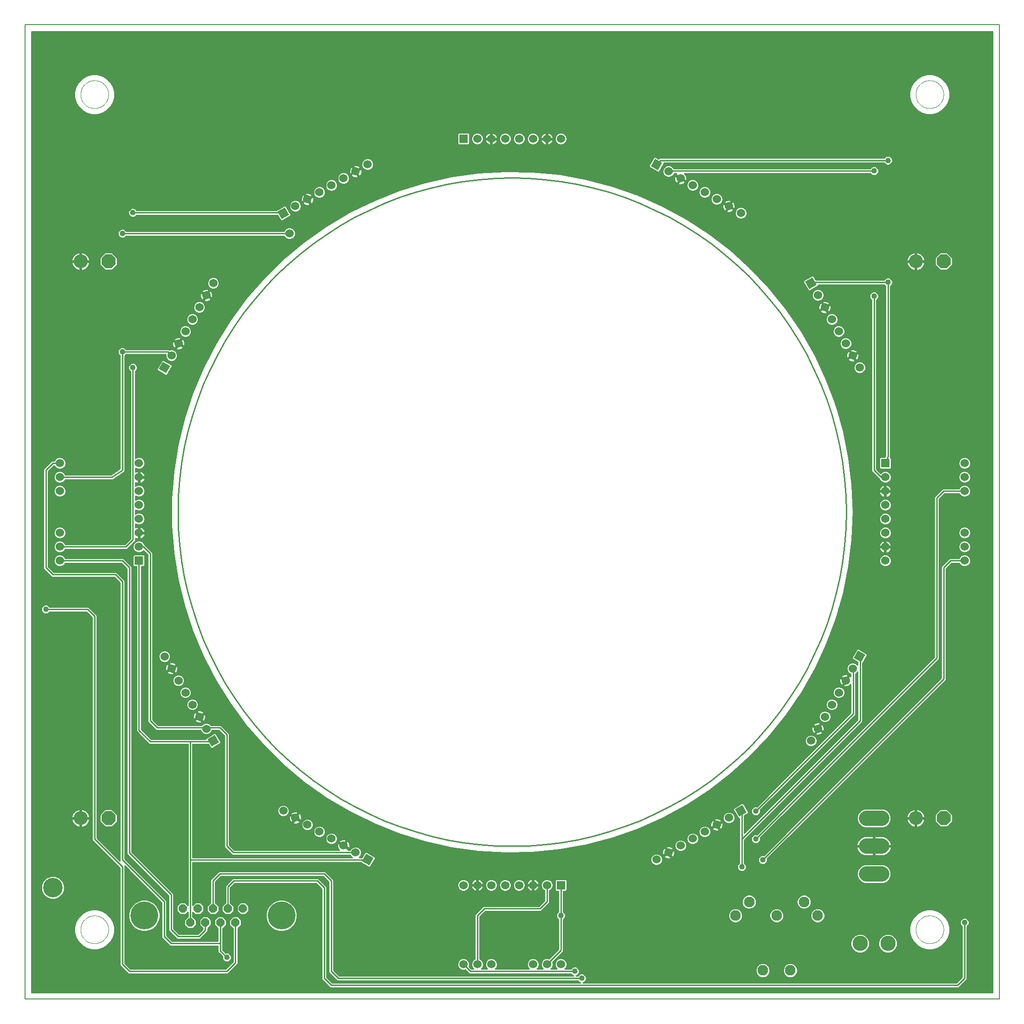
<source format=gtl>
G75*
G70*
%OFA0B0*%
%FSLAX24Y24*%
%IPPOS*%
%LPD*%
%AMOC8*
5,1,8,0,0,1.08239X$1,22.5*
%
%ADD10C,0.0070*%
%ADD11C,0.0000*%
%ADD12C,0.0100*%
%ADD13R,0.0600X0.0600*%
%ADD14C,0.0600*%
%ADD15R,0.0600X0.0600*%
%ADD16OC8,0.0600*%
%ADD17C,0.2000*%
%ADD18C,0.0768*%
%ADD19C,0.1095*%
%ADD20C,0.1095*%
%ADD21C,0.1000*%
%ADD22OC8,0.1000*%
%ADD23C,0.1400*%
%ADD24C,0.0400*%
D10*
X000155Y001636D02*
X000155Y071636D01*
X070155Y071636D01*
X070155Y001636D01*
X000155Y001636D01*
D11*
X004155Y006636D02*
X004157Y006699D01*
X004163Y006761D01*
X004173Y006823D01*
X004186Y006885D01*
X004204Y006945D01*
X004225Y007004D01*
X004250Y007062D01*
X004279Y007118D01*
X004311Y007172D01*
X004346Y007224D01*
X004384Y007273D01*
X004426Y007321D01*
X004470Y007365D01*
X004518Y007407D01*
X004567Y007445D01*
X004619Y007480D01*
X004673Y007512D01*
X004729Y007541D01*
X004787Y007566D01*
X004846Y007587D01*
X004906Y007605D01*
X004968Y007618D01*
X005030Y007628D01*
X005092Y007634D01*
X005155Y007636D01*
X005218Y007634D01*
X005280Y007628D01*
X005342Y007618D01*
X005404Y007605D01*
X005464Y007587D01*
X005523Y007566D01*
X005581Y007541D01*
X005637Y007512D01*
X005691Y007480D01*
X005743Y007445D01*
X005792Y007407D01*
X005840Y007365D01*
X005884Y007321D01*
X005926Y007273D01*
X005964Y007224D01*
X005999Y007172D01*
X006031Y007118D01*
X006060Y007062D01*
X006085Y007004D01*
X006106Y006945D01*
X006124Y006885D01*
X006137Y006823D01*
X006147Y006761D01*
X006153Y006699D01*
X006155Y006636D01*
X006153Y006573D01*
X006147Y006511D01*
X006137Y006449D01*
X006124Y006387D01*
X006106Y006327D01*
X006085Y006268D01*
X006060Y006210D01*
X006031Y006154D01*
X005999Y006100D01*
X005964Y006048D01*
X005926Y005999D01*
X005884Y005951D01*
X005840Y005907D01*
X005792Y005865D01*
X005743Y005827D01*
X005691Y005792D01*
X005637Y005760D01*
X005581Y005731D01*
X005523Y005706D01*
X005464Y005685D01*
X005404Y005667D01*
X005342Y005654D01*
X005280Y005644D01*
X005218Y005638D01*
X005155Y005636D01*
X005092Y005638D01*
X005030Y005644D01*
X004968Y005654D01*
X004906Y005667D01*
X004846Y005685D01*
X004787Y005706D01*
X004729Y005731D01*
X004673Y005760D01*
X004619Y005792D01*
X004567Y005827D01*
X004518Y005865D01*
X004470Y005907D01*
X004426Y005951D01*
X004384Y005999D01*
X004346Y006048D01*
X004311Y006100D01*
X004279Y006154D01*
X004250Y006210D01*
X004225Y006268D01*
X004204Y006327D01*
X004186Y006387D01*
X004173Y006449D01*
X004163Y006511D01*
X004157Y006573D01*
X004155Y006636D01*
X004155Y066636D02*
X004157Y066699D01*
X004163Y066761D01*
X004173Y066823D01*
X004186Y066885D01*
X004204Y066945D01*
X004225Y067004D01*
X004250Y067062D01*
X004279Y067118D01*
X004311Y067172D01*
X004346Y067224D01*
X004384Y067273D01*
X004426Y067321D01*
X004470Y067365D01*
X004518Y067407D01*
X004567Y067445D01*
X004619Y067480D01*
X004673Y067512D01*
X004729Y067541D01*
X004787Y067566D01*
X004846Y067587D01*
X004906Y067605D01*
X004968Y067618D01*
X005030Y067628D01*
X005092Y067634D01*
X005155Y067636D01*
X005218Y067634D01*
X005280Y067628D01*
X005342Y067618D01*
X005404Y067605D01*
X005464Y067587D01*
X005523Y067566D01*
X005581Y067541D01*
X005637Y067512D01*
X005691Y067480D01*
X005743Y067445D01*
X005792Y067407D01*
X005840Y067365D01*
X005884Y067321D01*
X005926Y067273D01*
X005964Y067224D01*
X005999Y067172D01*
X006031Y067118D01*
X006060Y067062D01*
X006085Y067004D01*
X006106Y066945D01*
X006124Y066885D01*
X006137Y066823D01*
X006147Y066761D01*
X006153Y066699D01*
X006155Y066636D01*
X006153Y066573D01*
X006147Y066511D01*
X006137Y066449D01*
X006124Y066387D01*
X006106Y066327D01*
X006085Y066268D01*
X006060Y066210D01*
X006031Y066154D01*
X005999Y066100D01*
X005964Y066048D01*
X005926Y065999D01*
X005884Y065951D01*
X005840Y065907D01*
X005792Y065865D01*
X005743Y065827D01*
X005691Y065792D01*
X005637Y065760D01*
X005581Y065731D01*
X005523Y065706D01*
X005464Y065685D01*
X005404Y065667D01*
X005342Y065654D01*
X005280Y065644D01*
X005218Y065638D01*
X005155Y065636D01*
X005092Y065638D01*
X005030Y065644D01*
X004968Y065654D01*
X004906Y065667D01*
X004846Y065685D01*
X004787Y065706D01*
X004729Y065731D01*
X004673Y065760D01*
X004619Y065792D01*
X004567Y065827D01*
X004518Y065865D01*
X004470Y065907D01*
X004426Y065951D01*
X004384Y065999D01*
X004346Y066048D01*
X004311Y066100D01*
X004279Y066154D01*
X004250Y066210D01*
X004225Y066268D01*
X004204Y066327D01*
X004186Y066387D01*
X004173Y066449D01*
X004163Y066511D01*
X004157Y066573D01*
X004155Y066636D01*
X064155Y066636D02*
X064157Y066699D01*
X064163Y066761D01*
X064173Y066823D01*
X064186Y066885D01*
X064204Y066945D01*
X064225Y067004D01*
X064250Y067062D01*
X064279Y067118D01*
X064311Y067172D01*
X064346Y067224D01*
X064384Y067273D01*
X064426Y067321D01*
X064470Y067365D01*
X064518Y067407D01*
X064567Y067445D01*
X064619Y067480D01*
X064673Y067512D01*
X064729Y067541D01*
X064787Y067566D01*
X064846Y067587D01*
X064906Y067605D01*
X064968Y067618D01*
X065030Y067628D01*
X065092Y067634D01*
X065155Y067636D01*
X065218Y067634D01*
X065280Y067628D01*
X065342Y067618D01*
X065404Y067605D01*
X065464Y067587D01*
X065523Y067566D01*
X065581Y067541D01*
X065637Y067512D01*
X065691Y067480D01*
X065743Y067445D01*
X065792Y067407D01*
X065840Y067365D01*
X065884Y067321D01*
X065926Y067273D01*
X065964Y067224D01*
X065999Y067172D01*
X066031Y067118D01*
X066060Y067062D01*
X066085Y067004D01*
X066106Y066945D01*
X066124Y066885D01*
X066137Y066823D01*
X066147Y066761D01*
X066153Y066699D01*
X066155Y066636D01*
X066153Y066573D01*
X066147Y066511D01*
X066137Y066449D01*
X066124Y066387D01*
X066106Y066327D01*
X066085Y066268D01*
X066060Y066210D01*
X066031Y066154D01*
X065999Y066100D01*
X065964Y066048D01*
X065926Y065999D01*
X065884Y065951D01*
X065840Y065907D01*
X065792Y065865D01*
X065743Y065827D01*
X065691Y065792D01*
X065637Y065760D01*
X065581Y065731D01*
X065523Y065706D01*
X065464Y065685D01*
X065404Y065667D01*
X065342Y065654D01*
X065280Y065644D01*
X065218Y065638D01*
X065155Y065636D01*
X065092Y065638D01*
X065030Y065644D01*
X064968Y065654D01*
X064906Y065667D01*
X064846Y065685D01*
X064787Y065706D01*
X064729Y065731D01*
X064673Y065760D01*
X064619Y065792D01*
X064567Y065827D01*
X064518Y065865D01*
X064470Y065907D01*
X064426Y065951D01*
X064384Y065999D01*
X064346Y066048D01*
X064311Y066100D01*
X064279Y066154D01*
X064250Y066210D01*
X064225Y066268D01*
X064204Y066327D01*
X064186Y066387D01*
X064173Y066449D01*
X064163Y066511D01*
X064157Y066573D01*
X064155Y066636D01*
X064155Y006636D02*
X064157Y006699D01*
X064163Y006761D01*
X064173Y006823D01*
X064186Y006885D01*
X064204Y006945D01*
X064225Y007004D01*
X064250Y007062D01*
X064279Y007118D01*
X064311Y007172D01*
X064346Y007224D01*
X064384Y007273D01*
X064426Y007321D01*
X064470Y007365D01*
X064518Y007407D01*
X064567Y007445D01*
X064619Y007480D01*
X064673Y007512D01*
X064729Y007541D01*
X064787Y007566D01*
X064846Y007587D01*
X064906Y007605D01*
X064968Y007618D01*
X065030Y007628D01*
X065092Y007634D01*
X065155Y007636D01*
X065218Y007634D01*
X065280Y007628D01*
X065342Y007618D01*
X065404Y007605D01*
X065464Y007587D01*
X065523Y007566D01*
X065581Y007541D01*
X065637Y007512D01*
X065691Y007480D01*
X065743Y007445D01*
X065792Y007407D01*
X065840Y007365D01*
X065884Y007321D01*
X065926Y007273D01*
X065964Y007224D01*
X065999Y007172D01*
X066031Y007118D01*
X066060Y007062D01*
X066085Y007004D01*
X066106Y006945D01*
X066124Y006885D01*
X066137Y006823D01*
X066147Y006761D01*
X066153Y006699D01*
X066155Y006636D01*
X066153Y006573D01*
X066147Y006511D01*
X066137Y006449D01*
X066124Y006387D01*
X066106Y006327D01*
X066085Y006268D01*
X066060Y006210D01*
X066031Y006154D01*
X065999Y006100D01*
X065964Y006048D01*
X065926Y005999D01*
X065884Y005951D01*
X065840Y005907D01*
X065792Y005865D01*
X065743Y005827D01*
X065691Y005792D01*
X065637Y005760D01*
X065581Y005731D01*
X065523Y005706D01*
X065464Y005685D01*
X065404Y005667D01*
X065342Y005654D01*
X065280Y005644D01*
X065218Y005638D01*
X065155Y005636D01*
X065092Y005638D01*
X065030Y005644D01*
X064968Y005654D01*
X064906Y005667D01*
X064846Y005685D01*
X064787Y005706D01*
X064729Y005731D01*
X064673Y005760D01*
X064619Y005792D01*
X064567Y005827D01*
X064518Y005865D01*
X064470Y005907D01*
X064426Y005951D01*
X064384Y005999D01*
X064346Y006048D01*
X064311Y006100D01*
X064279Y006154D01*
X064250Y006210D01*
X064225Y006268D01*
X064204Y006327D01*
X064186Y006387D01*
X064173Y006449D01*
X064163Y006511D01*
X064157Y006573D01*
X064155Y006636D01*
D12*
X063705Y006679D02*
X038835Y006679D01*
X038835Y006581D02*
X063705Y006581D01*
X063705Y006482D02*
X038835Y006482D01*
X038835Y006383D02*
X063721Y006383D01*
X063705Y006445D02*
X063803Y006077D01*
X063994Y005746D01*
X064264Y005476D01*
X064595Y005285D01*
X064964Y005186D01*
X065346Y005186D01*
X065714Y005285D01*
X066045Y005476D01*
X066315Y005746D01*
X066506Y006077D01*
X066605Y006445D01*
X066605Y006827D01*
X066506Y007196D01*
X066315Y007527D01*
X066045Y007796D01*
X065714Y007987D01*
X065346Y008086D01*
X064964Y008086D01*
X064595Y007987D01*
X064264Y007796D01*
X063994Y007527D01*
X063803Y007196D01*
X063705Y006827D01*
X063705Y006445D01*
X063748Y006285D02*
X062359Y006285D01*
X062289Y006314D02*
X062020Y006314D01*
X061771Y006211D01*
X061580Y006020D01*
X061477Y005771D01*
X061477Y005501D01*
X061580Y005252D01*
X061771Y005062D01*
X062020Y004959D01*
X062289Y004959D01*
X062538Y005062D01*
X062729Y005252D01*
X062832Y005501D01*
X062832Y005771D01*
X062729Y006020D01*
X062538Y006211D01*
X062289Y006314D01*
X062563Y006186D02*
X063774Y006186D01*
X063800Y006088D02*
X062661Y006088D01*
X062742Y005989D02*
X063854Y005989D01*
X063911Y005891D02*
X062783Y005891D01*
X062823Y005792D02*
X063968Y005792D01*
X064047Y005694D02*
X062832Y005694D01*
X062832Y005595D02*
X064145Y005595D01*
X064244Y005497D02*
X062830Y005497D01*
X062789Y005398D02*
X064399Y005398D01*
X064570Y005299D02*
X062748Y005299D01*
X062677Y005201D02*
X064909Y005201D01*
X065400Y005201D02*
X067475Y005201D01*
X067475Y005299D02*
X065739Y005299D01*
X065910Y005398D02*
X067475Y005398D01*
X067475Y005497D02*
X066066Y005497D01*
X066164Y005595D02*
X067475Y005595D01*
X067475Y005694D02*
X066263Y005694D01*
X066342Y005792D02*
X067475Y005792D01*
X067475Y005891D02*
X066399Y005891D01*
X066455Y005989D02*
X067475Y005989D01*
X067475Y006088D02*
X066509Y006088D01*
X066535Y006186D02*
X067475Y006186D01*
X067475Y006285D02*
X066562Y006285D01*
X066588Y006383D02*
X067475Y006383D01*
X067475Y006482D02*
X066605Y006482D01*
X066605Y006581D02*
X067475Y006581D01*
X067475Y006679D02*
X066605Y006679D01*
X066605Y006778D02*
X067475Y006778D01*
X067475Y006854D02*
X067475Y003211D01*
X067080Y002816D01*
X040244Y002816D01*
X040342Y002856D01*
X040434Y002949D01*
X040485Y003071D01*
X040485Y003202D01*
X040434Y003323D01*
X040342Y003416D01*
X040220Y003466D01*
X040089Y003466D01*
X039968Y003416D01*
X039875Y003323D01*
X039872Y003316D01*
X039744Y003316D01*
X039842Y003356D01*
X039934Y003449D01*
X039985Y003571D01*
X039985Y003702D01*
X039934Y003823D01*
X039842Y003916D01*
X039720Y003966D01*
X039589Y003966D01*
X039468Y003916D01*
X039375Y003823D01*
X039372Y003816D01*
X038943Y003816D01*
X039019Y003893D01*
X039085Y004051D01*
X039085Y004222D01*
X039019Y004380D01*
X038898Y004501D01*
X038740Y004566D01*
X038569Y004566D01*
X038411Y004501D01*
X038290Y004380D01*
X038225Y004222D01*
X038225Y004051D01*
X038290Y003893D01*
X038367Y003816D01*
X037943Y003816D01*
X038019Y003893D01*
X038085Y004051D01*
X038085Y004222D01*
X038058Y004285D01*
X038729Y004956D01*
X038835Y005062D01*
X038835Y007354D01*
X038842Y007356D01*
X038934Y007449D01*
X038985Y007571D01*
X038985Y007702D01*
X038934Y007823D01*
X038842Y007916D01*
X038835Y007919D01*
X038835Y009394D01*
X039008Y009394D01*
X039085Y009470D01*
X039085Y010178D01*
X039008Y010254D01*
X038301Y010254D01*
X038225Y010178D01*
X038225Y009470D01*
X038301Y009394D01*
X038475Y009394D01*
X038475Y007919D01*
X038468Y007916D01*
X038375Y007823D01*
X038325Y007702D01*
X038325Y007571D01*
X038375Y007449D01*
X038468Y007356D01*
X038475Y007354D01*
X038475Y005211D01*
X037804Y004540D01*
X037740Y004566D01*
X037569Y004566D01*
X037411Y004501D01*
X037290Y004380D01*
X037225Y004222D01*
X037225Y004051D01*
X037290Y003893D01*
X037367Y003816D01*
X036943Y003816D01*
X037019Y003893D01*
X037085Y004051D01*
X037085Y004222D01*
X037019Y004380D01*
X036898Y004501D01*
X036740Y004566D01*
X036569Y004566D01*
X036411Y004501D01*
X036290Y004380D01*
X036225Y004222D01*
X036225Y004051D01*
X036290Y003893D01*
X036367Y003816D01*
X033943Y003816D01*
X034019Y003893D01*
X034085Y004051D01*
X034085Y004222D01*
X034019Y004380D01*
X033898Y004501D01*
X033740Y004566D01*
X033569Y004566D01*
X033411Y004501D01*
X033290Y004380D01*
X033225Y004222D01*
X033225Y004051D01*
X033290Y003893D01*
X033367Y003816D01*
X032943Y003816D01*
X033019Y003893D01*
X033085Y004051D01*
X033085Y004222D01*
X033019Y004380D01*
X032898Y004501D01*
X032835Y004527D01*
X032835Y007562D01*
X033229Y007956D01*
X037229Y007956D01*
X037335Y008062D01*
X037729Y008456D01*
X037729Y008456D01*
X037835Y008562D01*
X037835Y009433D01*
X037898Y009460D01*
X038019Y009581D01*
X038085Y009739D01*
X038085Y009910D01*
X038019Y010068D01*
X037898Y010189D01*
X037740Y010254D01*
X037569Y010254D01*
X037411Y010189D01*
X037290Y010068D01*
X037225Y009910D01*
X037225Y009739D01*
X037290Y009581D01*
X037411Y009460D01*
X037475Y009433D01*
X037475Y008711D01*
X037080Y008316D01*
X033229Y008316D01*
X033080Y008316D01*
X032580Y007816D01*
X032475Y007711D01*
X032475Y004527D01*
X032411Y004501D01*
X032290Y004380D01*
X032225Y004222D01*
X032225Y004051D01*
X032290Y003893D01*
X032367Y003816D01*
X032229Y003816D01*
X032058Y003987D01*
X032085Y004051D01*
X032085Y004222D01*
X032019Y004380D01*
X031898Y004501D01*
X031740Y004566D01*
X031569Y004566D01*
X031411Y004501D01*
X031290Y004380D01*
X031225Y004222D01*
X031225Y004051D01*
X031290Y003893D01*
X031411Y003772D01*
X031569Y003706D01*
X031740Y003706D01*
X031804Y003733D01*
X032080Y003456D01*
X032229Y003456D01*
X039372Y003456D01*
X039375Y003449D01*
X039468Y003356D01*
X039565Y003316D01*
X022729Y003316D01*
X022335Y003711D01*
X022335Y010062D01*
X022335Y010211D01*
X021729Y010816D01*
X021580Y010816D01*
X014080Y010816D01*
X013975Y010711D01*
X013475Y010211D01*
X013475Y010062D01*
X013475Y008564D01*
X013225Y008314D01*
X013225Y007958D01*
X013477Y007706D01*
X013833Y007706D01*
X014085Y007958D01*
X014085Y008314D01*
X013835Y008564D01*
X013835Y010062D01*
X014229Y010456D01*
X021580Y010456D01*
X021975Y010062D01*
X021975Y003711D01*
X021975Y003562D01*
X022580Y002956D01*
X022729Y002956D01*
X039872Y002956D01*
X039875Y002949D01*
X039968Y002856D01*
X040065Y002816D01*
X022229Y002816D01*
X021835Y003211D01*
X021835Y009562D01*
X021835Y009711D01*
X021229Y010316D01*
X021080Y010316D01*
X015229Y010316D01*
X015080Y010316D01*
X014660Y009896D01*
X014555Y009791D01*
X014555Y008564D01*
X014305Y008314D01*
X014305Y007958D01*
X014557Y007706D01*
X014913Y007706D01*
X015165Y007958D01*
X015165Y008314D01*
X014915Y008564D01*
X014915Y009642D01*
X015229Y009956D01*
X021080Y009956D01*
X021475Y009562D01*
X021475Y003211D01*
X021475Y003062D01*
X021975Y002562D01*
X022080Y002456D01*
X067229Y002456D01*
X067335Y002562D01*
X067835Y003062D01*
X067835Y003211D01*
X067835Y006854D01*
X067842Y006856D01*
X067934Y006949D01*
X067985Y007071D01*
X067985Y007202D01*
X067934Y007323D01*
X067842Y007416D01*
X067720Y007466D01*
X067589Y007466D01*
X067468Y007416D01*
X067375Y007323D01*
X067325Y007202D01*
X067325Y007071D01*
X067375Y006949D01*
X067468Y006856D01*
X067475Y006854D01*
X067448Y006876D02*
X066591Y006876D01*
X066565Y006975D02*
X067364Y006975D01*
X067325Y007073D02*
X066539Y007073D01*
X066512Y007172D02*
X067325Y007172D01*
X067353Y007270D02*
X066463Y007270D01*
X066406Y007369D02*
X067421Y007369D01*
X067655Y007136D02*
X067655Y003136D01*
X067155Y002636D01*
X022155Y002636D01*
X021655Y003136D01*
X021655Y009636D01*
X021155Y010136D01*
X015155Y010136D01*
X014735Y009716D01*
X014735Y008136D01*
X015165Y008157D02*
X015385Y008157D01*
X015385Y008059D02*
X015165Y008059D01*
X015165Y007960D02*
X015385Y007960D01*
X015385Y007958D02*
X015637Y007706D01*
X015993Y007706D01*
X016245Y007958D01*
X016245Y008314D01*
X015993Y008566D01*
X015637Y008566D01*
X015385Y008314D01*
X015385Y007958D01*
X015481Y007862D02*
X015068Y007862D01*
X014970Y007763D02*
X015580Y007763D01*
X015453Y007566D02*
X015705Y007314D01*
X015705Y006958D01*
X015455Y006708D01*
X015455Y004331D01*
X015455Y004182D01*
X014835Y003562D01*
X014729Y003456D01*
X007729Y003456D01*
X007580Y003456D01*
X007080Y003956D01*
X006975Y004062D01*
X006975Y011062D01*
X005080Y012956D01*
X004975Y013062D01*
X004975Y029062D01*
X004580Y029456D01*
X001937Y029456D01*
X001934Y029449D01*
X001842Y029356D01*
X001720Y029306D01*
X001589Y029306D01*
X001468Y029356D01*
X001375Y029449D01*
X001325Y029571D01*
X001325Y029702D01*
X001375Y029823D01*
X001468Y029916D01*
X001589Y029966D01*
X001720Y029966D01*
X001842Y029916D01*
X001934Y029823D01*
X001937Y029816D01*
X004729Y029816D01*
X004835Y029711D01*
X005335Y029211D01*
X005335Y029062D01*
X005335Y013211D01*
X006975Y011571D01*
X006975Y011711D01*
X006975Y031562D01*
X006580Y031956D01*
X002229Y031956D01*
X002080Y031956D01*
X001475Y032562D01*
X001475Y032711D01*
X001475Y039711D01*
X001580Y039816D01*
X001975Y040211D01*
X002080Y040316D01*
X002264Y040316D01*
X002290Y040380D01*
X002411Y040501D01*
X002569Y040566D01*
X002740Y040566D01*
X002898Y040501D01*
X003019Y040380D01*
X003085Y040222D01*
X003085Y040051D01*
X003019Y039893D01*
X002898Y039772D01*
X002740Y039706D01*
X002569Y039706D01*
X002411Y039772D01*
X002290Y039893D01*
X002264Y039956D01*
X002229Y039956D01*
X001835Y039562D01*
X001835Y032711D01*
X002229Y032316D01*
X006729Y032316D01*
X006835Y032211D01*
X007229Y031816D01*
X007335Y031711D01*
X007335Y011711D01*
X010229Y008816D01*
X010335Y008711D01*
X010335Y006211D01*
X010729Y005816D01*
X014015Y005816D01*
X014015Y006708D01*
X013765Y006958D01*
X013765Y007314D01*
X014017Y007566D01*
X014373Y007566D01*
X015096Y007566D01*
X015097Y007566D02*
X014845Y007314D01*
X014845Y006958D01*
X015095Y006708D01*
X015095Y004331D01*
X014580Y003816D01*
X007729Y003816D01*
X007335Y004211D01*
X007335Y011062D01*
X007335Y011202D01*
X009975Y008562D01*
X009975Y006211D01*
X009975Y006062D01*
X010580Y005456D01*
X010729Y005456D01*
X014015Y005456D01*
X014015Y005022D01*
X014120Y004916D01*
X014328Y004709D01*
X014325Y004702D01*
X014325Y004571D01*
X014375Y004449D01*
X014468Y004356D01*
X014589Y004306D01*
X014720Y004306D01*
X014842Y004356D01*
X014934Y004449D01*
X014985Y004571D01*
X014985Y004702D01*
X014934Y004823D01*
X014842Y004916D01*
X014720Y004966D01*
X014589Y004966D01*
X014582Y004963D01*
X014375Y005171D01*
X014375Y005711D01*
X014375Y006708D01*
X014625Y006958D01*
X014625Y007314D01*
X014373Y007566D01*
X014471Y007467D02*
X014998Y007467D01*
X014899Y007369D02*
X014570Y007369D01*
X014625Y007270D02*
X014845Y007270D01*
X014845Y007172D02*
X014625Y007172D01*
X014625Y007073D02*
X014845Y007073D01*
X014845Y006975D02*
X014625Y006975D01*
X014543Y006876D02*
X014927Y006876D01*
X015025Y006778D02*
X014444Y006778D01*
X014375Y006679D02*
X015095Y006679D01*
X015095Y006581D02*
X014375Y006581D01*
X014375Y006482D02*
X015095Y006482D01*
X015095Y006383D02*
X014375Y006383D01*
X014375Y006285D02*
X015095Y006285D01*
X015095Y006186D02*
X014375Y006186D01*
X014375Y006088D02*
X015095Y006088D01*
X015095Y005989D02*
X014375Y005989D01*
X014375Y005891D02*
X015095Y005891D01*
X015095Y005792D02*
X014375Y005792D01*
X014375Y005694D02*
X015095Y005694D01*
X015095Y005595D02*
X014375Y005595D01*
X014375Y005497D02*
X015095Y005497D01*
X015095Y005398D02*
X014375Y005398D01*
X014375Y005299D02*
X015095Y005299D01*
X015095Y005201D02*
X014375Y005201D01*
X014443Y005102D02*
X015095Y005102D01*
X015095Y005004D02*
X014542Y005004D01*
X014852Y004905D02*
X015095Y004905D01*
X015095Y004807D02*
X014941Y004807D01*
X014982Y004708D02*
X015095Y004708D01*
X015095Y004610D02*
X014985Y004610D01*
X014960Y004511D02*
X015095Y004511D01*
X015095Y004413D02*
X014898Y004413D01*
X014739Y004314D02*
X015078Y004314D01*
X014979Y004215D02*
X007335Y004215D01*
X007335Y004314D02*
X014570Y004314D01*
X014412Y004413D02*
X007335Y004413D01*
X007335Y004511D02*
X014349Y004511D01*
X014325Y004610D02*
X007335Y004610D01*
X007335Y004708D02*
X014327Y004708D01*
X014230Y004807D02*
X007335Y004807D01*
X007335Y004905D02*
X014131Y004905D01*
X014032Y005004D02*
X007335Y005004D01*
X007335Y005102D02*
X014015Y005102D01*
X014015Y005201D02*
X007335Y005201D01*
X007335Y005299D02*
X014015Y005299D01*
X014015Y005398D02*
X007335Y005398D01*
X007335Y005497D02*
X010540Y005497D01*
X010441Y005595D02*
X007335Y005595D01*
X007335Y005694D02*
X010343Y005694D01*
X010244Y005792D02*
X007335Y005792D01*
X007335Y005891D02*
X010146Y005891D01*
X010047Y005989D02*
X007335Y005989D01*
X007335Y006088D02*
X009975Y006088D01*
X009975Y006186D02*
X007335Y006186D01*
X007335Y006285D02*
X009975Y006285D01*
X009975Y006383D02*
X007335Y006383D01*
X007335Y006482D02*
X009975Y006482D01*
X009975Y006581D02*
X009151Y006581D01*
X009161Y006583D02*
X009418Y006732D01*
X009629Y006942D01*
X009778Y007200D01*
X009855Y007487D01*
X009855Y007785D01*
X009778Y008072D01*
X009629Y008330D01*
X009418Y008540D01*
X009161Y008689D01*
X008873Y008766D01*
X008576Y008766D01*
X008288Y008689D01*
X008031Y008540D01*
X007820Y008330D01*
X007672Y008072D01*
X007595Y007785D01*
X007595Y007487D01*
X007672Y007200D01*
X007820Y006942D01*
X008031Y006732D01*
X008288Y006583D01*
X008576Y006506D01*
X008873Y006506D01*
X009161Y006583D01*
X009327Y006679D02*
X009975Y006679D01*
X009975Y006778D02*
X009464Y006778D01*
X009563Y006876D02*
X009975Y006876D01*
X009975Y006975D02*
X009647Y006975D01*
X009704Y007073D02*
X009975Y007073D01*
X009975Y007172D02*
X009761Y007172D01*
X009796Y007270D02*
X009975Y007270D01*
X009975Y007369D02*
X009823Y007369D01*
X009849Y007467D02*
X009975Y007467D01*
X009975Y007566D02*
X009855Y007566D01*
X009855Y007664D02*
X009975Y007664D01*
X009975Y007763D02*
X009855Y007763D01*
X009834Y007862D02*
X009975Y007862D01*
X009975Y007960D02*
X009808Y007960D01*
X009781Y008059D02*
X009975Y008059D01*
X009975Y008157D02*
X009729Y008157D01*
X009672Y008256D02*
X009975Y008256D01*
X009975Y008354D02*
X009605Y008354D01*
X009506Y008453D02*
X009975Y008453D01*
X009975Y008551D02*
X009400Y008551D01*
X009229Y008650D02*
X009886Y008650D01*
X009788Y008748D02*
X008940Y008748D01*
X008510Y008748D02*
X007335Y008748D01*
X007335Y008650D02*
X008220Y008650D01*
X008050Y008551D02*
X007335Y008551D01*
X007335Y008453D02*
X007943Y008453D01*
X007845Y008354D02*
X007335Y008354D01*
X007335Y008256D02*
X007778Y008256D01*
X007721Y008157D02*
X007335Y008157D01*
X007335Y008059D02*
X007668Y008059D01*
X007642Y007960D02*
X007335Y007960D01*
X007335Y007862D02*
X007615Y007862D01*
X007595Y007763D02*
X007335Y007763D01*
X007335Y007664D02*
X007595Y007664D01*
X007595Y007566D02*
X007335Y007566D01*
X007335Y007467D02*
X007600Y007467D01*
X007626Y007369D02*
X007335Y007369D01*
X007335Y007270D02*
X007653Y007270D01*
X007688Y007172D02*
X007335Y007172D01*
X007335Y007073D02*
X007745Y007073D01*
X007802Y006975D02*
X007335Y006975D01*
X007335Y006876D02*
X007887Y006876D01*
X007985Y006778D02*
X007335Y006778D01*
X007335Y006679D02*
X008122Y006679D01*
X008299Y006581D02*
X007335Y006581D01*
X006975Y006581D02*
X006605Y006581D01*
X006605Y006679D02*
X006975Y006679D01*
X006975Y006778D02*
X006605Y006778D01*
X006605Y006827D02*
X006506Y007196D01*
X006315Y007527D01*
X006045Y007796D01*
X005714Y007987D01*
X005346Y008086D01*
X004964Y008086D01*
X004595Y007987D01*
X004264Y007796D01*
X003994Y007527D01*
X003803Y007196D01*
X003705Y006827D01*
X003705Y006445D01*
X003803Y006077D01*
X003994Y005746D01*
X004264Y005476D01*
X004595Y005285D01*
X004964Y005186D01*
X005346Y005186D01*
X005714Y005285D01*
X006045Y005476D01*
X006315Y005746D01*
X006506Y006077D01*
X006605Y006445D01*
X006605Y006827D01*
X006591Y006876D02*
X006975Y006876D01*
X006975Y006975D02*
X006565Y006975D01*
X006539Y007073D02*
X006975Y007073D01*
X006975Y007172D02*
X006512Y007172D01*
X006463Y007270D02*
X006975Y007270D01*
X006975Y007369D02*
X006406Y007369D01*
X006349Y007467D02*
X006975Y007467D01*
X006975Y007566D02*
X006276Y007566D01*
X006177Y007664D02*
X006975Y007664D01*
X006975Y007763D02*
X006078Y007763D01*
X005932Y007862D02*
X006975Y007862D01*
X006975Y007960D02*
X005761Y007960D01*
X005448Y008059D02*
X006975Y008059D01*
X006975Y008157D02*
X000640Y008157D01*
X000640Y008059D02*
X004861Y008059D01*
X004548Y007960D02*
X000640Y007960D01*
X000640Y007862D02*
X004377Y007862D01*
X004231Y007763D02*
X000640Y007763D01*
X000640Y007664D02*
X004132Y007664D01*
X004034Y007566D02*
X000640Y007566D01*
X000640Y007467D02*
X003960Y007467D01*
X003903Y007369D02*
X000640Y007369D01*
X000640Y007270D02*
X003846Y007270D01*
X003797Y007172D02*
X000640Y007172D01*
X000640Y007073D02*
X003771Y007073D01*
X003744Y006975D02*
X000640Y006975D01*
X000640Y006876D02*
X003718Y006876D01*
X003705Y006778D02*
X000640Y006778D01*
X000640Y006679D02*
X003705Y006679D01*
X003705Y006581D02*
X000640Y006581D01*
X000640Y006482D02*
X003705Y006482D01*
X003721Y006383D02*
X000640Y006383D01*
X000640Y006285D02*
X003748Y006285D01*
X003774Y006186D02*
X000640Y006186D01*
X000640Y006088D02*
X003800Y006088D01*
X003854Y005989D02*
X000640Y005989D01*
X000640Y005891D02*
X003911Y005891D01*
X003968Y005792D02*
X000640Y005792D01*
X000640Y005694D02*
X004047Y005694D01*
X004145Y005595D02*
X000640Y005595D01*
X000640Y005497D02*
X004244Y005497D01*
X004399Y005398D02*
X000640Y005398D01*
X000640Y005299D02*
X004570Y005299D01*
X004909Y005201D02*
X000640Y005201D01*
X000640Y005102D02*
X006975Y005102D01*
X006975Y005004D02*
X000640Y005004D01*
X000640Y004905D02*
X006975Y004905D01*
X006975Y004807D02*
X000640Y004807D01*
X000640Y004708D02*
X006975Y004708D01*
X006975Y004610D02*
X000640Y004610D01*
X000640Y004511D02*
X006975Y004511D01*
X006975Y004413D02*
X000640Y004413D01*
X000640Y004314D02*
X006975Y004314D01*
X006975Y004215D02*
X000640Y004215D01*
X000640Y004117D02*
X006975Y004117D01*
X007018Y004018D02*
X000640Y004018D01*
X000640Y003920D02*
X007116Y003920D01*
X007215Y003821D02*
X000640Y003821D01*
X000640Y003723D02*
X007314Y003723D01*
X007412Y003624D02*
X000640Y003624D01*
X000640Y003526D02*
X007511Y003526D01*
X007655Y003636D02*
X007155Y004136D01*
X007155Y011136D01*
X005155Y013136D01*
X005155Y029136D01*
X004655Y029636D01*
X001655Y029636D01*
X001795Y029935D02*
X006975Y029935D01*
X006975Y029837D02*
X001921Y029837D01*
X001928Y029443D02*
X004594Y029443D01*
X004692Y029344D02*
X001811Y029344D01*
X001498Y029344D02*
X000640Y029344D01*
X000640Y029245D02*
X004791Y029245D01*
X004889Y029147D02*
X000640Y029147D01*
X000640Y029048D02*
X004975Y029048D01*
X004975Y028950D02*
X000640Y028950D01*
X000640Y028851D02*
X004975Y028851D01*
X004975Y028753D02*
X000640Y028753D01*
X000640Y028654D02*
X004975Y028654D01*
X004975Y028556D02*
X000640Y028556D01*
X000640Y028457D02*
X004975Y028457D01*
X004975Y028359D02*
X000640Y028359D01*
X000640Y028260D02*
X004975Y028260D01*
X004975Y028161D02*
X000640Y028161D01*
X000640Y028063D02*
X004975Y028063D01*
X004975Y027964D02*
X000640Y027964D01*
X000640Y027866D02*
X004975Y027866D01*
X004975Y027767D02*
X000640Y027767D01*
X000640Y027669D02*
X004975Y027669D01*
X004975Y027570D02*
X000640Y027570D01*
X000640Y027472D02*
X004975Y027472D01*
X004975Y027373D02*
X000640Y027373D01*
X000640Y027275D02*
X004975Y027275D01*
X004975Y027176D02*
X000640Y027176D01*
X000640Y027078D02*
X004975Y027078D01*
X004975Y026979D02*
X000640Y026979D01*
X000640Y026880D02*
X004975Y026880D01*
X004975Y026782D02*
X000640Y026782D01*
X000640Y026683D02*
X004975Y026683D01*
X004975Y026585D02*
X000640Y026585D01*
X000640Y026486D02*
X004975Y026486D01*
X004975Y026388D02*
X000640Y026388D01*
X000640Y026289D02*
X004975Y026289D01*
X004975Y026191D02*
X000640Y026191D01*
X000640Y026092D02*
X004975Y026092D01*
X004975Y025994D02*
X000640Y025994D01*
X000640Y025895D02*
X004975Y025895D01*
X004975Y025796D02*
X000640Y025796D01*
X000640Y025698D02*
X004975Y025698D01*
X004975Y025599D02*
X000640Y025599D01*
X000640Y025501D02*
X004975Y025501D01*
X004975Y025402D02*
X000640Y025402D01*
X000640Y025304D02*
X004975Y025304D01*
X004975Y025205D02*
X000640Y025205D01*
X000640Y025107D02*
X004975Y025107D01*
X004975Y025008D02*
X000640Y025008D01*
X000640Y024910D02*
X004975Y024910D01*
X004975Y024811D02*
X000640Y024811D01*
X000640Y024712D02*
X004975Y024712D01*
X004975Y024614D02*
X000640Y024614D01*
X000640Y024515D02*
X004975Y024515D01*
X004975Y024417D02*
X000640Y024417D01*
X000640Y024318D02*
X004975Y024318D01*
X004975Y024220D02*
X000640Y024220D01*
X000640Y024121D02*
X004975Y024121D01*
X004975Y024023D02*
X000640Y024023D01*
X000640Y023924D02*
X004975Y023924D01*
X004975Y023826D02*
X000640Y023826D01*
X000640Y023727D02*
X004975Y023727D01*
X004975Y023629D02*
X000640Y023629D01*
X000640Y023530D02*
X004975Y023530D01*
X004975Y023431D02*
X000640Y023431D01*
X000640Y023333D02*
X004975Y023333D01*
X004975Y023234D02*
X000640Y023234D01*
X000640Y023136D02*
X004975Y023136D01*
X004975Y023037D02*
X000640Y023037D01*
X000640Y022939D02*
X004975Y022939D01*
X004975Y022840D02*
X000640Y022840D01*
X000640Y022742D02*
X004975Y022742D01*
X004975Y022643D02*
X000640Y022643D01*
X000640Y022545D02*
X004975Y022545D01*
X004975Y022446D02*
X000640Y022446D01*
X000640Y022347D02*
X004975Y022347D01*
X004975Y022249D02*
X000640Y022249D01*
X000640Y022150D02*
X004975Y022150D01*
X004975Y022052D02*
X000640Y022052D01*
X000640Y021953D02*
X004975Y021953D01*
X004975Y021855D02*
X000640Y021855D01*
X000640Y021756D02*
X004975Y021756D01*
X004975Y021658D02*
X000640Y021658D01*
X000640Y021559D02*
X004975Y021559D01*
X004975Y021461D02*
X000640Y021461D01*
X000640Y021362D02*
X004975Y021362D01*
X004975Y021263D02*
X000640Y021263D01*
X000640Y021165D02*
X004975Y021165D01*
X004975Y021066D02*
X000640Y021066D01*
X000640Y020968D02*
X004975Y020968D01*
X004975Y020869D02*
X000640Y020869D01*
X000640Y020771D02*
X004975Y020771D01*
X004975Y020672D02*
X000640Y020672D01*
X000640Y020574D02*
X004975Y020574D01*
X004975Y020475D02*
X000640Y020475D01*
X000640Y020377D02*
X004975Y020377D01*
X004975Y020278D02*
X000640Y020278D01*
X000640Y020179D02*
X004975Y020179D01*
X004975Y020081D02*
X000640Y020081D01*
X000640Y019982D02*
X004975Y019982D01*
X004975Y019884D02*
X000640Y019884D01*
X000640Y019785D02*
X004975Y019785D01*
X004975Y019687D02*
X000640Y019687D01*
X000640Y019588D02*
X004975Y019588D01*
X004975Y019490D02*
X000640Y019490D01*
X000640Y019391D02*
X004975Y019391D01*
X004975Y019293D02*
X000640Y019293D01*
X000640Y019194D02*
X004975Y019194D01*
X004975Y019096D02*
X000640Y019096D01*
X000640Y018997D02*
X004975Y018997D01*
X004975Y018898D02*
X000640Y018898D01*
X000640Y018800D02*
X004975Y018800D01*
X004975Y018701D02*
X000640Y018701D01*
X000640Y018603D02*
X004975Y018603D01*
X004975Y018504D02*
X000640Y018504D01*
X000640Y018406D02*
X004975Y018406D01*
X004975Y018307D02*
X000640Y018307D01*
X000640Y018209D02*
X004975Y018209D01*
X004975Y018110D02*
X000640Y018110D01*
X000640Y018012D02*
X004975Y018012D01*
X004975Y017913D02*
X000640Y017913D01*
X000640Y017814D02*
X004975Y017814D01*
X004975Y017716D02*
X000640Y017716D01*
X000640Y017617D02*
X004975Y017617D01*
X004975Y017519D02*
X000640Y017519D01*
X000640Y017420D02*
X004975Y017420D01*
X004975Y017322D02*
X000640Y017322D01*
X000640Y017223D02*
X004975Y017223D01*
X004975Y017125D02*
X000640Y017125D01*
X000640Y017026D02*
X004975Y017026D01*
X004975Y016928D02*
X000640Y016928D01*
X000640Y016829D02*
X004975Y016829D01*
X004975Y016730D02*
X000640Y016730D01*
X000640Y016632D02*
X004975Y016632D01*
X004975Y016533D02*
X000640Y016533D01*
X000640Y016435D02*
X004975Y016435D01*
X004975Y016336D02*
X000640Y016336D01*
X000640Y016238D02*
X004975Y016238D01*
X004975Y016139D02*
X000640Y016139D01*
X000640Y016041D02*
X004975Y016041D01*
X004975Y015942D02*
X000640Y015942D01*
X000640Y015844D02*
X004975Y015844D01*
X004975Y015745D02*
X000640Y015745D01*
X000640Y015646D02*
X004975Y015646D01*
X004975Y015548D02*
X000640Y015548D01*
X000640Y015449D02*
X004975Y015449D01*
X004975Y015351D02*
X000640Y015351D01*
X000640Y015252D02*
X003944Y015252D01*
X004025Y015286D02*
X003786Y015187D01*
X003604Y015004D01*
X003505Y014766D01*
X003505Y014686D01*
X004104Y014686D01*
X004104Y014586D01*
X003505Y014586D01*
X003505Y014507D01*
X003604Y014268D01*
X003786Y014085D01*
X004025Y013986D01*
X004105Y013986D01*
X004105Y014586D01*
X004205Y014586D01*
X004205Y014686D01*
X004805Y014686D01*
X004805Y014766D01*
X004706Y015004D01*
X004523Y015187D01*
X004284Y015286D01*
X004205Y015286D01*
X004205Y014686D01*
X004105Y014686D01*
X004105Y015286D01*
X004025Y015286D01*
X004105Y015252D02*
X004205Y015252D01*
X004205Y015154D02*
X004105Y015154D01*
X004105Y015055D02*
X004205Y015055D01*
X004205Y014957D02*
X004105Y014957D01*
X004105Y014858D02*
X004205Y014858D01*
X004205Y014760D02*
X004105Y014760D01*
X004104Y014661D02*
X000640Y014661D01*
X000640Y014563D02*
X003505Y014563D01*
X003522Y014464D02*
X000640Y014464D01*
X000640Y014365D02*
X003563Y014365D01*
X003605Y014267D02*
X000640Y014267D01*
X000640Y014168D02*
X003703Y014168D01*
X003823Y014070D02*
X000640Y014070D01*
X000640Y013971D02*
X004975Y013971D01*
X004975Y013873D02*
X000640Y013873D01*
X000640Y013774D02*
X004975Y013774D01*
X004975Y013676D02*
X000640Y013676D01*
X000640Y013577D02*
X004975Y013577D01*
X004975Y013479D02*
X000640Y013479D01*
X000640Y013380D02*
X004975Y013380D01*
X004975Y013281D02*
X000640Y013281D01*
X000640Y013183D02*
X004975Y013183D01*
X004975Y013084D02*
X000640Y013084D01*
X000640Y012986D02*
X005050Y012986D01*
X005149Y012887D02*
X000640Y012887D01*
X000640Y012789D02*
X005248Y012789D01*
X005346Y012690D02*
X000640Y012690D01*
X000640Y012592D02*
X005445Y012592D01*
X005543Y012493D02*
X000640Y012493D01*
X000640Y012395D02*
X005642Y012395D01*
X005740Y012296D02*
X000640Y012296D01*
X000640Y012197D02*
X005839Y012197D01*
X005937Y012099D02*
X000640Y012099D01*
X000640Y012000D02*
X006036Y012000D01*
X006134Y011902D02*
X000640Y011902D01*
X000640Y011803D02*
X006233Y011803D01*
X006332Y011705D02*
X000640Y011705D01*
X000640Y011606D02*
X006430Y011606D01*
X006529Y011508D02*
X000640Y011508D01*
X000640Y011409D02*
X006627Y011409D01*
X006726Y011311D02*
X000640Y011311D01*
X000640Y011212D02*
X006824Y011212D01*
X006923Y011114D02*
X000640Y011114D01*
X000640Y011015D02*
X006975Y011015D01*
X006975Y010916D02*
X000640Y010916D01*
X000640Y010818D02*
X006975Y010818D01*
X006975Y010719D02*
X000640Y010719D01*
X000640Y010621D02*
X006975Y010621D01*
X006975Y010522D02*
X000640Y010522D01*
X000640Y010424D02*
X001887Y010424D01*
X001990Y010466D02*
X001684Y010340D01*
X001451Y010106D01*
X001325Y009801D01*
X001325Y009471D01*
X001451Y009166D01*
X001684Y008933D01*
X001990Y008806D01*
X002320Y008806D01*
X002625Y008933D01*
X002858Y009166D01*
X002985Y009471D01*
X002985Y009801D01*
X002858Y010106D01*
X002625Y010340D01*
X002320Y010466D01*
X001990Y010466D01*
X001670Y010325D02*
X000640Y010325D01*
X000640Y010227D02*
X001571Y010227D01*
X001473Y010128D02*
X000640Y010128D01*
X000640Y010030D02*
X001419Y010030D01*
X001378Y009931D02*
X000640Y009931D01*
X000640Y009832D02*
X001338Y009832D01*
X001325Y009734D02*
X000640Y009734D01*
X000640Y009635D02*
X001325Y009635D01*
X001325Y009537D02*
X000640Y009537D01*
X000640Y009438D02*
X001338Y009438D01*
X001379Y009340D02*
X000640Y009340D01*
X000640Y009241D02*
X001420Y009241D01*
X001474Y009143D02*
X000640Y009143D01*
X000640Y009044D02*
X001573Y009044D01*
X001671Y008946D02*
X000640Y008946D01*
X000640Y008847D02*
X001891Y008847D01*
X002418Y008847D02*
X006975Y008847D01*
X006975Y008946D02*
X002638Y008946D01*
X002736Y009044D02*
X006975Y009044D01*
X006975Y009143D02*
X002835Y009143D01*
X002889Y009241D02*
X006975Y009241D01*
X006975Y009340D02*
X002930Y009340D01*
X002971Y009438D02*
X006975Y009438D01*
X006975Y009537D02*
X002985Y009537D01*
X002985Y009635D02*
X006975Y009635D01*
X006975Y009734D02*
X002985Y009734D01*
X002972Y009832D02*
X006975Y009832D01*
X006975Y009931D02*
X002931Y009931D01*
X002890Y010030D02*
X006975Y010030D01*
X006975Y010128D02*
X002837Y010128D01*
X002738Y010227D02*
X006975Y010227D01*
X006975Y010325D02*
X002639Y010325D01*
X002422Y010424D02*
X006975Y010424D01*
X007335Y010424D02*
X008113Y010424D01*
X008211Y010325D02*
X007335Y010325D01*
X007335Y010227D02*
X008310Y010227D01*
X008408Y010128D02*
X007335Y010128D01*
X007335Y010030D02*
X008507Y010030D01*
X008605Y009931D02*
X007335Y009931D01*
X007335Y009832D02*
X008704Y009832D01*
X008802Y009734D02*
X007335Y009734D01*
X007335Y009635D02*
X008901Y009635D01*
X008999Y009537D02*
X007335Y009537D01*
X007335Y009438D02*
X009098Y009438D01*
X009197Y009340D02*
X007335Y009340D01*
X007335Y009241D02*
X009295Y009241D01*
X009394Y009143D02*
X007335Y009143D01*
X007335Y009044D02*
X009492Y009044D01*
X009591Y008946D02*
X007335Y008946D01*
X007335Y008847D02*
X009689Y008847D01*
X009903Y009143D02*
X010394Y009143D01*
X010475Y009062D02*
X010475Y006711D01*
X010475Y006562D01*
X010975Y006062D01*
X011080Y005956D01*
X012580Y005956D01*
X012729Y005956D01*
X013189Y006416D01*
X013295Y006522D01*
X013295Y006708D01*
X013545Y006958D01*
X013545Y007314D01*
X013293Y007566D01*
X014016Y007566D01*
X013918Y007467D02*
X013391Y007467D01*
X013490Y007369D02*
X013819Y007369D01*
X013765Y007270D02*
X013545Y007270D01*
X013545Y007172D02*
X013765Y007172D01*
X013765Y007073D02*
X013545Y007073D01*
X013545Y006975D02*
X013765Y006975D01*
X013847Y006876D02*
X013463Y006876D01*
X013364Y006778D02*
X013945Y006778D01*
X014015Y006679D02*
X013295Y006679D01*
X013295Y006581D02*
X014015Y006581D01*
X014015Y006482D02*
X013255Y006482D01*
X013156Y006383D02*
X014015Y006383D01*
X014015Y006285D02*
X013058Y006285D01*
X012959Y006186D02*
X014015Y006186D01*
X014015Y006088D02*
X012861Y006088D01*
X012762Y005989D02*
X014015Y005989D01*
X014015Y005891D02*
X010655Y005891D01*
X010556Y005989D02*
X011047Y005989D01*
X010949Y006088D02*
X010458Y006088D01*
X010359Y006186D02*
X010850Y006186D01*
X010751Y006285D02*
X010335Y006285D01*
X010335Y006383D02*
X010653Y006383D01*
X010554Y006482D02*
X010335Y006482D01*
X010335Y006581D02*
X010475Y006581D01*
X010475Y006679D02*
X010335Y006679D01*
X010335Y006778D02*
X010475Y006778D01*
X010475Y006876D02*
X010335Y006876D01*
X010335Y006975D02*
X010475Y006975D01*
X010475Y007073D02*
X010335Y007073D01*
X010335Y007172D02*
X010475Y007172D01*
X010475Y007270D02*
X010335Y007270D01*
X010335Y007369D02*
X010475Y007369D01*
X010475Y007467D02*
X010335Y007467D01*
X010335Y007566D02*
X010475Y007566D01*
X010475Y007664D02*
X010335Y007664D01*
X010335Y007763D02*
X010475Y007763D01*
X010475Y007862D02*
X010335Y007862D01*
X010335Y007960D02*
X010475Y007960D01*
X010475Y008059D02*
X010335Y008059D01*
X010335Y008157D02*
X010475Y008157D01*
X010475Y008256D02*
X010335Y008256D01*
X010335Y008354D02*
X010475Y008354D01*
X010475Y008453D02*
X010335Y008453D01*
X010335Y008551D02*
X010475Y008551D01*
X010475Y008650D02*
X010335Y008650D01*
X010297Y008748D02*
X010475Y008748D01*
X010475Y008847D02*
X010198Y008847D01*
X010100Y008946D02*
X010475Y008946D01*
X010475Y009044D02*
X010001Y009044D01*
X009804Y009241D02*
X010295Y009241D01*
X010197Y009340D02*
X009706Y009340D01*
X009607Y009438D02*
X010098Y009438D01*
X009999Y009537D02*
X009509Y009537D01*
X009410Y009635D02*
X009901Y009635D01*
X009802Y009734D02*
X009311Y009734D01*
X009213Y009832D02*
X009704Y009832D01*
X009605Y009931D02*
X009114Y009931D01*
X009016Y010030D02*
X009507Y010030D01*
X009408Y010128D02*
X008917Y010128D01*
X008819Y010227D02*
X009310Y010227D01*
X009211Y010325D02*
X008720Y010325D01*
X008622Y010424D02*
X009113Y010424D01*
X009014Y010522D02*
X008523Y010522D01*
X008425Y010621D02*
X008916Y010621D01*
X008817Y010719D02*
X008326Y010719D01*
X008227Y010818D02*
X008718Y010818D01*
X008620Y010916D02*
X008129Y010916D01*
X008030Y011015D02*
X008521Y011015D01*
X008423Y011114D02*
X007932Y011114D01*
X007833Y011212D02*
X008324Y011212D01*
X008226Y011311D02*
X007735Y011311D01*
X007636Y011409D02*
X008127Y011409D01*
X008029Y011508D02*
X007538Y011508D01*
X007439Y011606D02*
X007930Y011606D01*
X007832Y011705D02*
X007341Y011705D01*
X007335Y011803D02*
X007733Y011803D01*
X007634Y011902D02*
X007335Y011902D01*
X007335Y012000D02*
X007536Y012000D01*
X007475Y012062D02*
X010475Y009062D01*
X010655Y009136D02*
X010655Y006636D01*
X011155Y006136D01*
X012655Y006136D01*
X013115Y006596D01*
X013115Y007136D01*
X012685Y007172D02*
X012465Y007172D01*
X012465Y007270D02*
X012685Y007270D01*
X012685Y007314D02*
X012685Y006958D01*
X012935Y006708D01*
X012935Y006671D01*
X012580Y006316D01*
X011229Y006316D01*
X010835Y006711D01*
X010835Y009211D01*
X010729Y009316D01*
X007835Y012211D01*
X007835Y032562D01*
X007835Y032711D01*
X007229Y033316D01*
X007080Y033316D01*
X003045Y033316D01*
X003019Y033380D01*
X002898Y033501D01*
X002740Y033566D01*
X002569Y033566D01*
X002411Y033501D01*
X002290Y033380D01*
X002225Y033222D01*
X002225Y033051D01*
X002290Y032893D01*
X002411Y032772D01*
X002569Y032706D01*
X002740Y032706D01*
X002898Y032772D01*
X003019Y032893D01*
X003045Y032956D01*
X007080Y032956D01*
X007475Y032562D01*
X007475Y012211D01*
X007475Y012062D01*
X007475Y012099D02*
X007335Y012099D01*
X007335Y012197D02*
X007475Y012197D01*
X007475Y012296D02*
X007335Y012296D01*
X007335Y012395D02*
X007475Y012395D01*
X007475Y012493D02*
X007335Y012493D01*
X007335Y012592D02*
X007475Y012592D01*
X007475Y012690D02*
X007335Y012690D01*
X007335Y012789D02*
X007475Y012789D01*
X007475Y012887D02*
X007335Y012887D01*
X007335Y012986D02*
X007475Y012986D01*
X007475Y013084D02*
X007335Y013084D01*
X007335Y013183D02*
X007475Y013183D01*
X007475Y013281D02*
X007335Y013281D01*
X007335Y013380D02*
X007475Y013380D01*
X007475Y013479D02*
X007335Y013479D01*
X007335Y013577D02*
X007475Y013577D01*
X007475Y013676D02*
X007335Y013676D01*
X007335Y013774D02*
X007475Y013774D01*
X007475Y013873D02*
X007335Y013873D01*
X007335Y013971D02*
X007475Y013971D01*
X007475Y014070D02*
X007335Y014070D01*
X007335Y014168D02*
X007475Y014168D01*
X007475Y014267D02*
X007335Y014267D01*
X007335Y014365D02*
X007475Y014365D01*
X007475Y014464D02*
X007335Y014464D01*
X007335Y014563D02*
X007475Y014563D01*
X007475Y014661D02*
X007335Y014661D01*
X007335Y014760D02*
X007475Y014760D01*
X007475Y014858D02*
X007335Y014858D01*
X007335Y014957D02*
X007475Y014957D01*
X007475Y015055D02*
X007335Y015055D01*
X007335Y015154D02*
X007475Y015154D01*
X007475Y015252D02*
X007335Y015252D01*
X007335Y015351D02*
X007475Y015351D01*
X007475Y015449D02*
X007335Y015449D01*
X007335Y015548D02*
X007475Y015548D01*
X007475Y015646D02*
X007335Y015646D01*
X007335Y015745D02*
X007475Y015745D01*
X007475Y015844D02*
X007335Y015844D01*
X007335Y015942D02*
X007475Y015942D01*
X007475Y016041D02*
X007335Y016041D01*
X007335Y016139D02*
X007475Y016139D01*
X007475Y016238D02*
X007335Y016238D01*
X007335Y016336D02*
X007475Y016336D01*
X007475Y016435D02*
X007335Y016435D01*
X007335Y016533D02*
X007475Y016533D01*
X007475Y016632D02*
X007335Y016632D01*
X007335Y016730D02*
X007475Y016730D01*
X007475Y016829D02*
X007335Y016829D01*
X007335Y016928D02*
X007475Y016928D01*
X007475Y017026D02*
X007335Y017026D01*
X007335Y017125D02*
X007475Y017125D01*
X007475Y017223D02*
X007335Y017223D01*
X007335Y017322D02*
X007475Y017322D01*
X007475Y017420D02*
X007335Y017420D01*
X007335Y017519D02*
X007475Y017519D01*
X007475Y017617D02*
X007335Y017617D01*
X007335Y017716D02*
X007475Y017716D01*
X007475Y017814D02*
X007335Y017814D01*
X007335Y017913D02*
X007475Y017913D01*
X007475Y018012D02*
X007335Y018012D01*
X007335Y018110D02*
X007475Y018110D01*
X007475Y018209D02*
X007335Y018209D01*
X007335Y018307D02*
X007475Y018307D01*
X007475Y018406D02*
X007335Y018406D01*
X007335Y018504D02*
X007475Y018504D01*
X007475Y018603D02*
X007335Y018603D01*
X007335Y018701D02*
X007475Y018701D01*
X007475Y018800D02*
X007335Y018800D01*
X007335Y018898D02*
X007475Y018898D01*
X007475Y018997D02*
X007335Y018997D01*
X007335Y019096D02*
X007475Y019096D01*
X007475Y019194D02*
X007335Y019194D01*
X007335Y019293D02*
X007475Y019293D01*
X007475Y019391D02*
X007335Y019391D01*
X007335Y019490D02*
X007475Y019490D01*
X007475Y019588D02*
X007335Y019588D01*
X007335Y019687D02*
X007475Y019687D01*
X007475Y019785D02*
X007335Y019785D01*
X007335Y019884D02*
X007475Y019884D01*
X007475Y019982D02*
X007335Y019982D01*
X007335Y020081D02*
X007475Y020081D01*
X007475Y020179D02*
X007335Y020179D01*
X007335Y020278D02*
X007475Y020278D01*
X007475Y020377D02*
X007335Y020377D01*
X007335Y020475D02*
X007475Y020475D01*
X007475Y020574D02*
X007335Y020574D01*
X007335Y020672D02*
X007475Y020672D01*
X007475Y020771D02*
X007335Y020771D01*
X007335Y020869D02*
X007475Y020869D01*
X007475Y020968D02*
X007335Y020968D01*
X007335Y021066D02*
X007475Y021066D01*
X007475Y021165D02*
X007335Y021165D01*
X007335Y021263D02*
X007475Y021263D01*
X007475Y021362D02*
X007335Y021362D01*
X007335Y021461D02*
X007475Y021461D01*
X007475Y021559D02*
X007335Y021559D01*
X007335Y021658D02*
X007475Y021658D01*
X007475Y021756D02*
X007335Y021756D01*
X007335Y021855D02*
X007475Y021855D01*
X007475Y021953D02*
X007335Y021953D01*
X007335Y022052D02*
X007475Y022052D01*
X007475Y022150D02*
X007335Y022150D01*
X007335Y022249D02*
X007475Y022249D01*
X007475Y022347D02*
X007335Y022347D01*
X007335Y022446D02*
X007475Y022446D01*
X007475Y022545D02*
X007335Y022545D01*
X007335Y022643D02*
X007475Y022643D01*
X007475Y022742D02*
X007335Y022742D01*
X007335Y022840D02*
X007475Y022840D01*
X007475Y022939D02*
X007335Y022939D01*
X007335Y023037D02*
X007475Y023037D01*
X007475Y023136D02*
X007335Y023136D01*
X007335Y023234D02*
X007475Y023234D01*
X007475Y023333D02*
X007335Y023333D01*
X007335Y023431D02*
X007475Y023431D01*
X007475Y023530D02*
X007335Y023530D01*
X007335Y023629D02*
X007475Y023629D01*
X007475Y023727D02*
X007335Y023727D01*
X007335Y023826D02*
X007475Y023826D01*
X007475Y023924D02*
X007335Y023924D01*
X007335Y024023D02*
X007475Y024023D01*
X007475Y024121D02*
X007335Y024121D01*
X007335Y024220D02*
X007475Y024220D01*
X007475Y024318D02*
X007335Y024318D01*
X007335Y024417D02*
X007475Y024417D01*
X007475Y024515D02*
X007335Y024515D01*
X007335Y024614D02*
X007475Y024614D01*
X007475Y024712D02*
X007335Y024712D01*
X007335Y024811D02*
X007475Y024811D01*
X007475Y024910D02*
X007335Y024910D01*
X007335Y025008D02*
X007475Y025008D01*
X007475Y025107D02*
X007335Y025107D01*
X007335Y025205D02*
X007475Y025205D01*
X007475Y025304D02*
X007335Y025304D01*
X007335Y025402D02*
X007475Y025402D01*
X007475Y025501D02*
X007335Y025501D01*
X007335Y025599D02*
X007475Y025599D01*
X007475Y025698D02*
X007335Y025698D01*
X007335Y025796D02*
X007475Y025796D01*
X007475Y025895D02*
X007335Y025895D01*
X007335Y025994D02*
X007475Y025994D01*
X007475Y026092D02*
X007335Y026092D01*
X007335Y026191D02*
X007475Y026191D01*
X007475Y026289D02*
X007335Y026289D01*
X007335Y026388D02*
X007475Y026388D01*
X007475Y026486D02*
X007335Y026486D01*
X007335Y026585D02*
X007475Y026585D01*
X007475Y026683D02*
X007335Y026683D01*
X007335Y026782D02*
X007475Y026782D01*
X007475Y026880D02*
X007335Y026880D01*
X007335Y026979D02*
X007475Y026979D01*
X007475Y027078D02*
X007335Y027078D01*
X007335Y027176D02*
X007475Y027176D01*
X007475Y027275D02*
X007335Y027275D01*
X007335Y027373D02*
X007475Y027373D01*
X007475Y027472D02*
X007335Y027472D01*
X007335Y027570D02*
X007475Y027570D01*
X007475Y027669D02*
X007335Y027669D01*
X007335Y027767D02*
X007475Y027767D01*
X007475Y027866D02*
X007335Y027866D01*
X007335Y027964D02*
X007475Y027964D01*
X007475Y028063D02*
X007335Y028063D01*
X007335Y028161D02*
X007475Y028161D01*
X007475Y028260D02*
X007335Y028260D01*
X007335Y028359D02*
X007475Y028359D01*
X007475Y028457D02*
X007335Y028457D01*
X007335Y028556D02*
X007475Y028556D01*
X007475Y028654D02*
X007335Y028654D01*
X007335Y028753D02*
X007475Y028753D01*
X007475Y028851D02*
X007335Y028851D01*
X007335Y028950D02*
X007475Y028950D01*
X007475Y029048D02*
X007335Y029048D01*
X007335Y029147D02*
X007475Y029147D01*
X007475Y029245D02*
X007335Y029245D01*
X007335Y029344D02*
X007475Y029344D01*
X007475Y029443D02*
X007335Y029443D01*
X007335Y029541D02*
X007475Y029541D01*
X007475Y029640D02*
X007335Y029640D01*
X007335Y029738D02*
X007475Y029738D01*
X007475Y029837D02*
X007335Y029837D01*
X007335Y029935D02*
X007475Y029935D01*
X007475Y030034D02*
X007335Y030034D01*
X007335Y030132D02*
X007475Y030132D01*
X007475Y030231D02*
X007335Y030231D01*
X007335Y030329D02*
X007475Y030329D01*
X007475Y030428D02*
X007335Y030428D01*
X007335Y030527D02*
X007475Y030527D01*
X007475Y030625D02*
X007335Y030625D01*
X007335Y030724D02*
X007475Y030724D01*
X007475Y030822D02*
X007335Y030822D01*
X007335Y030921D02*
X007475Y030921D01*
X007475Y031019D02*
X007335Y031019D01*
X007335Y031118D02*
X007475Y031118D01*
X007475Y031216D02*
X007335Y031216D01*
X007335Y031315D02*
X007475Y031315D01*
X007475Y031413D02*
X007335Y031413D01*
X007335Y031512D02*
X007475Y031512D01*
X007475Y031611D02*
X007335Y031611D01*
X007335Y031709D02*
X007475Y031709D01*
X007475Y031808D02*
X007238Y031808D01*
X007139Y031906D02*
X007475Y031906D01*
X007475Y032005D02*
X007041Y032005D01*
X006942Y032103D02*
X007475Y032103D01*
X007475Y032202D02*
X006844Y032202D01*
X006745Y032300D02*
X007475Y032300D01*
X007475Y032399D02*
X002146Y032399D01*
X002048Y032497D02*
X007475Y032497D01*
X007440Y032596D02*
X001949Y032596D01*
X001851Y032694D02*
X007342Y032694D01*
X007243Y032793D02*
X002920Y032793D01*
X003018Y032892D02*
X007145Y032892D01*
X007155Y033136D02*
X007655Y032636D01*
X007655Y012136D01*
X010655Y009136D01*
X010835Y009143D02*
X011855Y009143D01*
X011855Y009241D02*
X010804Y009241D01*
X010706Y009340D02*
X011855Y009340D01*
X011855Y009438D02*
X010607Y009438D01*
X010509Y009537D02*
X011855Y009537D01*
X011855Y009635D02*
X010410Y009635D01*
X010311Y009734D02*
X011855Y009734D01*
X011855Y009832D02*
X010213Y009832D01*
X010114Y009931D02*
X011855Y009931D01*
X011855Y010030D02*
X010016Y010030D01*
X009917Y010128D02*
X011855Y010128D01*
X011855Y010227D02*
X009819Y010227D01*
X009720Y010325D02*
X011855Y010325D01*
X011855Y010424D02*
X009622Y010424D01*
X009523Y010522D02*
X011855Y010522D01*
X011855Y010621D02*
X009425Y010621D01*
X009326Y010719D02*
X011855Y010719D01*
X011855Y010818D02*
X009227Y010818D01*
X009129Y010916D02*
X011855Y010916D01*
X011855Y011015D02*
X009030Y011015D01*
X008932Y011114D02*
X011855Y011114D01*
X011855Y011212D02*
X008833Y011212D01*
X008735Y011311D02*
X011855Y011311D01*
X011855Y011409D02*
X008636Y011409D01*
X008538Y011508D02*
X011855Y011508D01*
X011855Y011562D02*
X011855Y008384D01*
X011673Y008566D01*
X011317Y008566D01*
X011065Y008314D01*
X011065Y007958D01*
X011317Y007706D01*
X011673Y007706D01*
X011855Y007888D01*
X011855Y007564D01*
X011605Y007314D01*
X011605Y006958D01*
X011857Y006706D01*
X012213Y006706D01*
X012465Y006958D01*
X012465Y007314D01*
X012215Y007564D01*
X012215Y007888D01*
X012397Y007706D01*
X012753Y007706D01*
X013005Y007958D01*
X013005Y008314D01*
X012753Y008566D01*
X012397Y008566D01*
X012215Y008384D01*
X012215Y011456D01*
X024284Y011456D01*
X024871Y011117D01*
X024975Y011145D01*
X025329Y011758D01*
X025301Y011862D01*
X024688Y012215D01*
X024584Y012188D01*
X024370Y011816D01*
X024172Y011816D01*
X024278Y011923D01*
X024344Y012081D01*
X024344Y012252D01*
X024278Y012410D01*
X024157Y012531D01*
X023999Y012596D01*
X023828Y012596D01*
X023670Y012531D01*
X023549Y012410D01*
X023523Y012346D01*
X023364Y012346D01*
X023415Y012397D01*
X023066Y012598D01*
X023116Y012684D01*
X023460Y012486D01*
X023498Y012577D01*
X023498Y012756D01*
X023429Y012921D01*
X023317Y013033D01*
X023116Y012685D01*
X023030Y012735D01*
X023228Y013079D01*
X023137Y013116D01*
X022958Y013116D01*
X022793Y013048D01*
X022681Y012936D01*
X023029Y012735D01*
X022979Y012648D01*
X022635Y012847D01*
X022598Y012756D01*
X022598Y012577D01*
X022666Y012411D01*
X022731Y012346D01*
X015199Y012346D01*
X014835Y012711D01*
X014835Y020562D01*
X014835Y020711D01*
X014335Y021211D01*
X014229Y021316D01*
X013542Y021316D01*
X013428Y021430D01*
X013270Y021495D01*
X013099Y021495D01*
X012941Y021430D01*
X012828Y021316D01*
X009729Y021316D01*
X009335Y021711D01*
X009335Y033711D01*
X009229Y033816D01*
X008736Y034309D01*
X008707Y034380D01*
X008586Y034501D01*
X008428Y034566D01*
X008257Y034566D01*
X008099Y034501D01*
X007978Y034380D01*
X007913Y034222D01*
X007913Y034051D01*
X007978Y033893D01*
X008099Y033772D01*
X008257Y033706D01*
X008428Y033706D01*
X008586Y033772D01*
X008675Y033861D01*
X008975Y033562D01*
X008975Y021711D01*
X008975Y021562D01*
X009475Y021062D01*
X009580Y020956D01*
X012764Y020956D01*
X012820Y020821D01*
X012941Y020701D01*
X013099Y020635D01*
X013270Y020635D01*
X013428Y020701D01*
X013549Y020821D01*
X013605Y020956D01*
X014080Y020956D01*
X014475Y020562D01*
X014475Y012562D01*
X014580Y012456D01*
X015050Y011986D01*
X015199Y011986D01*
X023523Y011986D01*
X023549Y011923D01*
X023656Y011816D01*
X012215Y011816D01*
X012215Y019956D01*
X012229Y019956D01*
X013328Y019956D01*
X013489Y019678D01*
X013593Y019650D01*
X014206Y020004D01*
X014234Y020108D01*
X013880Y020720D01*
X013776Y020748D01*
X013163Y020394D01*
X013142Y020316D01*
X012229Y020316D01*
X011960Y020316D01*
X009229Y020316D01*
X008523Y021023D01*
X008523Y032706D01*
X008696Y032706D01*
X008773Y032782D01*
X008773Y033490D01*
X008696Y033566D01*
X007989Y033566D01*
X007913Y033490D01*
X007913Y032782D01*
X007989Y032706D01*
X008163Y032706D01*
X008163Y020874D01*
X008268Y020768D01*
X009080Y019956D01*
X009229Y019956D01*
X011855Y019956D01*
X011855Y011711D01*
X011855Y011562D01*
X011855Y011606D02*
X008439Y011606D01*
X008341Y011705D02*
X011855Y011705D01*
X011855Y011803D02*
X008242Y011803D01*
X008144Y011902D02*
X011855Y011902D01*
X011855Y012000D02*
X008045Y012000D01*
X007946Y012099D02*
X011855Y012099D01*
X011855Y012197D02*
X007848Y012197D01*
X007835Y012296D02*
X011855Y012296D01*
X011855Y012395D02*
X007835Y012395D01*
X007835Y012493D02*
X011855Y012493D01*
X011855Y012592D02*
X007835Y012592D01*
X007835Y012690D02*
X011855Y012690D01*
X011855Y012789D02*
X007835Y012789D01*
X007835Y012887D02*
X011855Y012887D01*
X011855Y012986D02*
X007835Y012986D01*
X007835Y013084D02*
X011855Y013084D01*
X011855Y013183D02*
X007835Y013183D01*
X007835Y013281D02*
X011855Y013281D01*
X011855Y013380D02*
X007835Y013380D01*
X007835Y013479D02*
X011855Y013479D01*
X011855Y013577D02*
X007835Y013577D01*
X007835Y013676D02*
X011855Y013676D01*
X011855Y013774D02*
X007835Y013774D01*
X007835Y013873D02*
X011855Y013873D01*
X011855Y013971D02*
X007835Y013971D01*
X007835Y014070D02*
X011855Y014070D01*
X011855Y014168D02*
X007835Y014168D01*
X007835Y014267D02*
X011855Y014267D01*
X011855Y014365D02*
X007835Y014365D01*
X007835Y014464D02*
X011855Y014464D01*
X011855Y014563D02*
X007835Y014563D01*
X007835Y014661D02*
X011855Y014661D01*
X011855Y014760D02*
X007835Y014760D01*
X007835Y014858D02*
X011855Y014858D01*
X011855Y014957D02*
X007835Y014957D01*
X007835Y015055D02*
X011855Y015055D01*
X011855Y015154D02*
X007835Y015154D01*
X007835Y015252D02*
X011855Y015252D01*
X011855Y015351D02*
X007835Y015351D01*
X007835Y015449D02*
X011855Y015449D01*
X011855Y015548D02*
X007835Y015548D01*
X007835Y015646D02*
X011855Y015646D01*
X011855Y015745D02*
X007835Y015745D01*
X007835Y015844D02*
X011855Y015844D01*
X011855Y015942D02*
X007835Y015942D01*
X007835Y016041D02*
X011855Y016041D01*
X011855Y016139D02*
X007835Y016139D01*
X007835Y016238D02*
X011855Y016238D01*
X011855Y016336D02*
X007835Y016336D01*
X007835Y016435D02*
X011855Y016435D01*
X011855Y016533D02*
X007835Y016533D01*
X007835Y016632D02*
X011855Y016632D01*
X011855Y016730D02*
X007835Y016730D01*
X007835Y016829D02*
X011855Y016829D01*
X011855Y016928D02*
X007835Y016928D01*
X007835Y017026D02*
X011855Y017026D01*
X011855Y017125D02*
X007835Y017125D01*
X007835Y017223D02*
X011855Y017223D01*
X011855Y017322D02*
X007835Y017322D01*
X007835Y017420D02*
X011855Y017420D01*
X011855Y017519D02*
X007835Y017519D01*
X007835Y017617D02*
X011855Y017617D01*
X011855Y017716D02*
X007835Y017716D01*
X007835Y017814D02*
X011855Y017814D01*
X011855Y017913D02*
X007835Y017913D01*
X007835Y018012D02*
X011855Y018012D01*
X011855Y018110D02*
X007835Y018110D01*
X007835Y018209D02*
X011855Y018209D01*
X011855Y018307D02*
X007835Y018307D01*
X007835Y018406D02*
X011855Y018406D01*
X011855Y018504D02*
X007835Y018504D01*
X007835Y018603D02*
X011855Y018603D01*
X011855Y018701D02*
X007835Y018701D01*
X007835Y018800D02*
X011855Y018800D01*
X011855Y018898D02*
X007835Y018898D01*
X007835Y018997D02*
X011855Y018997D01*
X011855Y019096D02*
X007835Y019096D01*
X007835Y019194D02*
X011855Y019194D01*
X011855Y019293D02*
X007835Y019293D01*
X007835Y019391D02*
X011855Y019391D01*
X011855Y019490D02*
X007835Y019490D01*
X007835Y019588D02*
X011855Y019588D01*
X011855Y019687D02*
X007835Y019687D01*
X007835Y019785D02*
X011855Y019785D01*
X011855Y019884D02*
X007835Y019884D01*
X007835Y019982D02*
X009054Y019982D01*
X008955Y020081D02*
X007835Y020081D01*
X007835Y020179D02*
X008857Y020179D01*
X008758Y020278D02*
X007835Y020278D01*
X007835Y020377D02*
X008660Y020377D01*
X008561Y020475D02*
X007835Y020475D01*
X007835Y020574D02*
X008463Y020574D01*
X008364Y020672D02*
X007835Y020672D01*
X007835Y020771D02*
X008266Y020771D01*
X008167Y020869D02*
X007835Y020869D01*
X007835Y020968D02*
X008163Y020968D01*
X008163Y021066D02*
X007835Y021066D01*
X007835Y021165D02*
X008163Y021165D01*
X008163Y021263D02*
X007835Y021263D01*
X007835Y021362D02*
X008163Y021362D01*
X008163Y021461D02*
X007835Y021461D01*
X007835Y021559D02*
X008163Y021559D01*
X008163Y021658D02*
X007835Y021658D01*
X007835Y021756D02*
X008163Y021756D01*
X008163Y021855D02*
X007835Y021855D01*
X007835Y021953D02*
X008163Y021953D01*
X008163Y022052D02*
X007835Y022052D01*
X007835Y022150D02*
X008163Y022150D01*
X008163Y022249D02*
X007835Y022249D01*
X007835Y022347D02*
X008163Y022347D01*
X008163Y022446D02*
X007835Y022446D01*
X007835Y022545D02*
X008163Y022545D01*
X008163Y022643D02*
X007835Y022643D01*
X007835Y022742D02*
X008163Y022742D01*
X008163Y022840D02*
X007835Y022840D01*
X007835Y022939D02*
X008163Y022939D01*
X008163Y023037D02*
X007835Y023037D01*
X007835Y023136D02*
X008163Y023136D01*
X008163Y023234D02*
X007835Y023234D01*
X007835Y023333D02*
X008163Y023333D01*
X008163Y023431D02*
X007835Y023431D01*
X007835Y023530D02*
X008163Y023530D01*
X008163Y023629D02*
X007835Y023629D01*
X007835Y023727D02*
X008163Y023727D01*
X008163Y023826D02*
X007835Y023826D01*
X007835Y023924D02*
X008163Y023924D01*
X008163Y024023D02*
X007835Y024023D01*
X007835Y024121D02*
X008163Y024121D01*
X008163Y024220D02*
X007835Y024220D01*
X007835Y024318D02*
X008163Y024318D01*
X008163Y024417D02*
X007835Y024417D01*
X007835Y024515D02*
X008163Y024515D01*
X008163Y024614D02*
X007835Y024614D01*
X007835Y024712D02*
X008163Y024712D01*
X008163Y024811D02*
X007835Y024811D01*
X007835Y024910D02*
X008163Y024910D01*
X008163Y025008D02*
X007835Y025008D01*
X007835Y025107D02*
X008163Y025107D01*
X008163Y025205D02*
X007835Y025205D01*
X007835Y025304D02*
X008163Y025304D01*
X008163Y025402D02*
X007835Y025402D01*
X007835Y025501D02*
X008163Y025501D01*
X008163Y025599D02*
X007835Y025599D01*
X007835Y025698D02*
X008163Y025698D01*
X008163Y025796D02*
X007835Y025796D01*
X007835Y025895D02*
X008163Y025895D01*
X008163Y025994D02*
X007835Y025994D01*
X007835Y026092D02*
X008163Y026092D01*
X008163Y026191D02*
X007835Y026191D01*
X007835Y026289D02*
X008163Y026289D01*
X008163Y026388D02*
X007835Y026388D01*
X007835Y026486D02*
X008163Y026486D01*
X008163Y026585D02*
X007835Y026585D01*
X007835Y026683D02*
X008163Y026683D01*
X008163Y026782D02*
X007835Y026782D01*
X007835Y026880D02*
X008163Y026880D01*
X008163Y026979D02*
X007835Y026979D01*
X007835Y027078D02*
X008163Y027078D01*
X008163Y027176D02*
X007835Y027176D01*
X007835Y027275D02*
X008163Y027275D01*
X008163Y027373D02*
X007835Y027373D01*
X007835Y027472D02*
X008163Y027472D01*
X008163Y027570D02*
X007835Y027570D01*
X007835Y027669D02*
X008163Y027669D01*
X008163Y027767D02*
X007835Y027767D01*
X007835Y027866D02*
X008163Y027866D01*
X008163Y027964D02*
X007835Y027964D01*
X007835Y028063D02*
X008163Y028063D01*
X008163Y028161D02*
X007835Y028161D01*
X007835Y028260D02*
X008163Y028260D01*
X008163Y028359D02*
X007835Y028359D01*
X007835Y028457D02*
X008163Y028457D01*
X008163Y028556D02*
X007835Y028556D01*
X007835Y028654D02*
X008163Y028654D01*
X008163Y028753D02*
X007835Y028753D01*
X007835Y028851D02*
X008163Y028851D01*
X008163Y028950D02*
X007835Y028950D01*
X007835Y029048D02*
X008163Y029048D01*
X008163Y029147D02*
X007835Y029147D01*
X007835Y029245D02*
X008163Y029245D01*
X008163Y029344D02*
X007835Y029344D01*
X007835Y029443D02*
X008163Y029443D01*
X008163Y029541D02*
X007835Y029541D01*
X007835Y029640D02*
X008163Y029640D01*
X008163Y029738D02*
X007835Y029738D01*
X007835Y029837D02*
X008163Y029837D01*
X008163Y029935D02*
X007835Y029935D01*
X007835Y030034D02*
X008163Y030034D01*
X008163Y030132D02*
X007835Y030132D01*
X007835Y030231D02*
X008163Y030231D01*
X008163Y030329D02*
X007835Y030329D01*
X007835Y030428D02*
X008163Y030428D01*
X008163Y030527D02*
X007835Y030527D01*
X007835Y030625D02*
X008163Y030625D01*
X008163Y030724D02*
X007835Y030724D01*
X007835Y030822D02*
X008163Y030822D01*
X008163Y030921D02*
X007835Y030921D01*
X007835Y031019D02*
X008163Y031019D01*
X008163Y031118D02*
X007835Y031118D01*
X007835Y031216D02*
X008163Y031216D01*
X008163Y031315D02*
X007835Y031315D01*
X007835Y031413D02*
X008163Y031413D01*
X008163Y031512D02*
X007835Y031512D01*
X007835Y031611D02*
X008163Y031611D01*
X008163Y031709D02*
X007835Y031709D01*
X007835Y031808D02*
X008163Y031808D01*
X008163Y031906D02*
X007835Y031906D01*
X007835Y032005D02*
X008163Y032005D01*
X008163Y032103D02*
X007835Y032103D01*
X007835Y032202D02*
X008163Y032202D01*
X008163Y032300D02*
X007835Y032300D01*
X007835Y032399D02*
X008163Y032399D01*
X008163Y032497D02*
X007835Y032497D01*
X007835Y032596D02*
X008163Y032596D01*
X008163Y032694D02*
X007835Y032694D01*
X007913Y032793D02*
X007752Y032793D01*
X007654Y032892D02*
X007913Y032892D01*
X007913Y032990D02*
X007555Y032990D01*
X007457Y033089D02*
X007913Y033089D01*
X007913Y033187D02*
X007358Y033187D01*
X007260Y033286D02*
X007913Y033286D01*
X007913Y033384D02*
X003015Y033384D01*
X002916Y033483D02*
X007913Y033483D01*
X008092Y033778D02*
X002905Y033778D01*
X002898Y033772D02*
X003019Y033893D01*
X003045Y033956D01*
X007479Y033956D01*
X007585Y034062D01*
X007979Y034456D01*
X008085Y034562D01*
X008085Y034758D01*
X008088Y034755D01*
X008253Y034686D01*
X008293Y034686D01*
X008293Y035086D01*
X008393Y035086D01*
X008393Y035186D01*
X008793Y035186D01*
X008793Y035226D01*
X008724Y035391D01*
X008598Y035518D01*
X008432Y035586D01*
X008393Y035586D01*
X008393Y035186D01*
X008293Y035186D01*
X008293Y035586D01*
X008253Y035586D01*
X008088Y035518D01*
X008085Y035515D01*
X008085Y035786D01*
X008099Y035772D01*
X008257Y035706D01*
X008428Y035706D01*
X008586Y035772D01*
X008707Y035893D01*
X008773Y036051D01*
X008773Y036222D01*
X008707Y036380D01*
X008586Y036501D01*
X008428Y036566D01*
X008257Y036566D01*
X008099Y036501D01*
X008085Y036486D01*
X008085Y036786D01*
X008099Y036772D01*
X008257Y036706D01*
X008428Y036706D01*
X008586Y036772D01*
X008707Y036893D01*
X008773Y037051D01*
X008773Y037222D01*
X008707Y037380D01*
X008586Y037501D01*
X008428Y037566D01*
X008257Y037566D01*
X008099Y037501D01*
X008085Y037486D01*
X008085Y037786D01*
X008099Y037772D01*
X008257Y037706D01*
X008428Y037706D01*
X008586Y037772D01*
X008707Y037893D01*
X008773Y038051D01*
X008773Y038222D01*
X008707Y038380D01*
X008586Y038501D01*
X008428Y038566D01*
X008257Y038566D01*
X008099Y038501D01*
X008085Y038486D01*
X008085Y038758D01*
X008088Y038755D01*
X008253Y038686D01*
X008293Y038686D01*
X008293Y039086D01*
X008393Y039086D01*
X008393Y039186D01*
X008793Y039186D01*
X008793Y039226D01*
X008724Y039391D01*
X008598Y039518D01*
X008432Y039586D01*
X008393Y039586D01*
X008393Y039186D01*
X008293Y039186D01*
X008293Y039586D01*
X008253Y039586D01*
X008088Y039518D01*
X008085Y039515D01*
X008085Y039786D01*
X008099Y039772D01*
X008257Y039706D01*
X008428Y039706D01*
X008586Y039772D01*
X008707Y039893D01*
X008773Y040051D01*
X008773Y040222D01*
X008707Y040380D01*
X008586Y040501D01*
X008428Y040566D01*
X008257Y040566D01*
X008099Y040501D01*
X008085Y040486D01*
X008085Y046728D01*
X008092Y046731D01*
X008184Y046824D01*
X008235Y046945D01*
X008235Y047077D01*
X008184Y047198D01*
X008092Y047291D01*
X007970Y047341D01*
X007839Y047341D01*
X007718Y047291D01*
X007625Y047198D01*
X007575Y047077D01*
X007575Y046945D01*
X007625Y046824D01*
X007718Y046731D01*
X007725Y046728D01*
X007725Y034711D01*
X007330Y034316D01*
X003045Y034316D01*
X003019Y034380D01*
X002898Y034501D01*
X002740Y034566D01*
X002569Y034566D01*
X002411Y034501D01*
X002290Y034380D01*
X002225Y034222D01*
X002225Y034051D01*
X002290Y033893D01*
X002411Y033772D01*
X002569Y033706D01*
X002740Y033706D01*
X002898Y033772D01*
X003004Y033877D02*
X007994Y033877D01*
X007944Y033976D02*
X007499Y033976D01*
X007597Y034074D02*
X007913Y034074D01*
X007913Y034173D02*
X007696Y034173D01*
X007794Y034271D02*
X007933Y034271D01*
X007893Y034370D02*
X007974Y034370D01*
X007991Y034468D02*
X008067Y034468D01*
X008085Y034567D02*
X010761Y034567D01*
X010753Y034665D02*
X008085Y034665D01*
X007905Y034636D02*
X007905Y047011D01*
X008209Y046885D02*
X009645Y046885D01*
X009635Y046920D02*
X009663Y046816D01*
X010276Y046462D01*
X010380Y046490D01*
X010734Y047102D01*
X010706Y047206D01*
X010093Y047560D01*
X009989Y047532D01*
X009635Y046920D01*
X009672Y046983D02*
X008235Y046983D01*
X008232Y047082D02*
X009729Y047082D01*
X009786Y047180D02*
X008192Y047180D01*
X008103Y047279D02*
X009843Y047279D01*
X009900Y047377D02*
X007335Y047377D01*
X007335Y047279D02*
X007706Y047279D01*
X007618Y047180D02*
X007335Y047180D01*
X007335Y047082D02*
X007577Y047082D01*
X007575Y046983D02*
X007335Y046983D01*
X007335Y046885D02*
X007600Y046885D01*
X007663Y046786D02*
X007335Y046786D01*
X007335Y046688D02*
X007725Y046688D01*
X007725Y046589D02*
X007335Y046589D01*
X007335Y046491D02*
X007725Y046491D01*
X007725Y046392D02*
X007335Y046392D01*
X007335Y046293D02*
X007725Y046293D01*
X007725Y046195D02*
X007335Y046195D01*
X007335Y046096D02*
X007725Y046096D01*
X007725Y045998D02*
X007335Y045998D01*
X007335Y045899D02*
X007725Y045899D01*
X007725Y045801D02*
X007335Y045801D01*
X007335Y045702D02*
X007725Y045702D01*
X007725Y045604D02*
X007335Y045604D01*
X007335Y045505D02*
X007725Y045505D01*
X007725Y045407D02*
X007335Y045407D01*
X007335Y045308D02*
X007725Y045308D01*
X007725Y045209D02*
X007335Y045209D01*
X007335Y045111D02*
X007725Y045111D01*
X007725Y045012D02*
X007335Y045012D01*
X007335Y044914D02*
X007725Y044914D01*
X007725Y044815D02*
X007335Y044815D01*
X007335Y044717D02*
X007725Y044717D01*
X007725Y044618D02*
X007335Y044618D01*
X007335Y044520D02*
X007725Y044520D01*
X007725Y044421D02*
X007335Y044421D01*
X007335Y044323D02*
X007725Y044323D01*
X007725Y044224D02*
X007335Y044224D01*
X007335Y044126D02*
X007725Y044126D01*
X007725Y044027D02*
X007335Y044027D01*
X007335Y043928D02*
X007725Y043928D01*
X007725Y043830D02*
X007335Y043830D01*
X007335Y043731D02*
X007725Y043731D01*
X007725Y043633D02*
X007335Y043633D01*
X007335Y043534D02*
X007725Y043534D01*
X007725Y043436D02*
X007335Y043436D01*
X007335Y043337D02*
X007725Y043337D01*
X007725Y043239D02*
X007335Y043239D01*
X007335Y043140D02*
X007725Y043140D01*
X007725Y043042D02*
X007335Y043042D01*
X007335Y042943D02*
X007725Y042943D01*
X007725Y042844D02*
X007335Y042844D01*
X007335Y042746D02*
X007725Y042746D01*
X007725Y042647D02*
X007335Y042647D01*
X007335Y042549D02*
X007725Y042549D01*
X007725Y042450D02*
X007335Y042450D01*
X007335Y042352D02*
X007725Y042352D01*
X007725Y042253D02*
X007335Y042253D01*
X007335Y042155D02*
X007725Y042155D01*
X007725Y042056D02*
X007335Y042056D01*
X007335Y041958D02*
X007725Y041958D01*
X007725Y041859D02*
X007335Y041859D01*
X007335Y041760D02*
X007725Y041760D01*
X007725Y041662D02*
X007335Y041662D01*
X007335Y041563D02*
X007725Y041563D01*
X007725Y041465D02*
X007335Y041465D01*
X007335Y041366D02*
X007725Y041366D01*
X007725Y041268D02*
X007335Y041268D01*
X007335Y041169D02*
X007725Y041169D01*
X007725Y041071D02*
X007335Y041071D01*
X007335Y040972D02*
X007725Y040972D01*
X007725Y040874D02*
X007335Y040874D01*
X007335Y040775D02*
X007725Y040775D01*
X007725Y040676D02*
X007335Y040676D01*
X007335Y040578D02*
X007725Y040578D01*
X007725Y040479D02*
X007335Y040479D01*
X007335Y040381D02*
X007725Y040381D01*
X007725Y040282D02*
X007335Y040282D01*
X007335Y040184D02*
X007725Y040184D01*
X007725Y040085D02*
X007335Y040085D01*
X007335Y039987D02*
X007725Y039987D01*
X007725Y039888D02*
X007335Y039888D01*
X007335Y039790D02*
X007725Y039790D01*
X007725Y039691D02*
X007335Y039691D01*
X007335Y047854D01*
X007342Y047856D01*
X007434Y047949D01*
X007437Y047956D01*
X010255Y047956D01*
X010255Y047791D01*
X010320Y047633D01*
X010441Y047513D01*
X010599Y047447D01*
X010770Y047447D01*
X010928Y047513D01*
X011049Y047633D01*
X011115Y047791D01*
X011115Y047963D01*
X011049Y048121D01*
X010928Y048242D01*
X010770Y048307D01*
X010599Y048307D01*
X010536Y048281D01*
X010500Y048316D01*
X007437Y048316D01*
X007434Y048323D01*
X007342Y048416D01*
X007220Y048466D01*
X007089Y048466D01*
X006968Y048416D01*
X006875Y048323D01*
X006825Y048202D01*
X006825Y048071D01*
X006875Y047949D01*
X006968Y047856D01*
X006975Y047854D01*
X006975Y039733D01*
X006350Y039316D01*
X003045Y039316D01*
X003019Y039380D01*
X002898Y039501D01*
X002740Y039566D01*
X002569Y039566D01*
X002411Y039501D01*
X002290Y039380D01*
X002225Y039222D01*
X002225Y039051D01*
X002290Y038893D01*
X002411Y038772D01*
X002569Y038706D01*
X002740Y038706D01*
X002898Y038772D01*
X003019Y038893D01*
X003045Y038956D01*
X006387Y038956D01*
X006442Y038945D01*
X006459Y038956D01*
X006479Y038956D01*
X006519Y038996D01*
X007209Y039456D01*
X007229Y039456D01*
X007269Y039496D01*
X007316Y039528D01*
X007320Y039547D01*
X007335Y039562D01*
X007335Y039618D01*
X007346Y039674D01*
X007335Y039691D01*
X007335Y039593D02*
X007725Y039593D01*
X007725Y039494D02*
X007267Y039494D01*
X007118Y039395D02*
X007725Y039395D01*
X007725Y039297D02*
X006970Y039297D01*
X006822Y039198D02*
X007725Y039198D01*
X007725Y039100D02*
X006674Y039100D01*
X006527Y039001D02*
X007725Y039001D01*
X007725Y038903D02*
X003023Y038903D01*
X002931Y038804D02*
X007725Y038804D01*
X007725Y038706D02*
X001835Y038706D01*
X001835Y038804D02*
X002379Y038804D01*
X002286Y038903D02*
X001835Y038903D01*
X001835Y039001D02*
X002245Y039001D01*
X002225Y039100D02*
X001835Y039100D01*
X001835Y039198D02*
X002225Y039198D01*
X002256Y039297D02*
X001835Y039297D01*
X001835Y039395D02*
X002306Y039395D01*
X002404Y039494D02*
X001835Y039494D01*
X001865Y039593D02*
X006765Y039593D01*
X006912Y039691D02*
X001964Y039691D01*
X002063Y039790D02*
X002393Y039790D01*
X002295Y039888D02*
X002161Y039888D01*
X002155Y040136D02*
X002655Y040136D01*
X003058Y039987D02*
X006975Y039987D01*
X006975Y040085D02*
X003085Y040085D01*
X003085Y040184D02*
X006975Y040184D01*
X006975Y040282D02*
X003060Y040282D01*
X003018Y040381D02*
X006975Y040381D01*
X006975Y040479D02*
X002919Y040479D01*
X002390Y040479D02*
X000640Y040479D01*
X000640Y040381D02*
X002291Y040381D01*
X002046Y040282D02*
X000640Y040282D01*
X000640Y040184D02*
X001948Y040184D01*
X001849Y040085D02*
X000640Y040085D01*
X000640Y039987D02*
X001751Y039987D01*
X001652Y039888D02*
X000640Y039888D01*
X000640Y039790D02*
X001554Y039790D01*
X001475Y039691D02*
X000640Y039691D01*
X000640Y039593D02*
X001475Y039593D01*
X001475Y039494D02*
X000640Y039494D01*
X000640Y039395D02*
X001475Y039395D01*
X001475Y039297D02*
X000640Y039297D01*
X000640Y039198D02*
X001475Y039198D01*
X001475Y039100D02*
X000640Y039100D01*
X000640Y039001D02*
X001475Y039001D01*
X001475Y038903D02*
X000640Y038903D01*
X000640Y038804D02*
X001475Y038804D01*
X001475Y038706D02*
X000640Y038706D01*
X000640Y038607D02*
X001475Y038607D01*
X001475Y038509D02*
X000640Y038509D01*
X000640Y038410D02*
X001475Y038410D01*
X001475Y038311D02*
X000640Y038311D01*
X000640Y038213D02*
X001475Y038213D01*
X001475Y038114D02*
X000640Y038114D01*
X000640Y038016D02*
X001475Y038016D01*
X001475Y037917D02*
X000640Y037917D01*
X000640Y037819D02*
X001475Y037819D01*
X001475Y037720D02*
X000640Y037720D01*
X000640Y037622D02*
X001475Y037622D01*
X001475Y037523D02*
X000640Y037523D01*
X000640Y037425D02*
X001475Y037425D01*
X001475Y037326D02*
X000640Y037326D01*
X000640Y037227D02*
X001475Y037227D01*
X001475Y037129D02*
X000640Y037129D01*
X000640Y037030D02*
X001475Y037030D01*
X001475Y036932D02*
X000640Y036932D01*
X000640Y036833D02*
X001475Y036833D01*
X001475Y036735D02*
X000640Y036735D01*
X000640Y036636D02*
X001475Y036636D01*
X001475Y036538D02*
X000640Y036538D01*
X000640Y036439D02*
X001475Y036439D01*
X001475Y036341D02*
X000640Y036341D01*
X000640Y036242D02*
X001475Y036242D01*
X001475Y036144D02*
X000640Y036144D01*
X000640Y036045D02*
X001475Y036045D01*
X001475Y035946D02*
X000640Y035946D01*
X000640Y035848D02*
X001475Y035848D01*
X001475Y035749D02*
X000640Y035749D01*
X000640Y035651D02*
X001475Y035651D01*
X001475Y035552D02*
X000640Y035552D01*
X000640Y035454D02*
X001475Y035454D01*
X001475Y035355D02*
X000640Y035355D01*
X000640Y035257D02*
X001475Y035257D01*
X001475Y035158D02*
X000640Y035158D01*
X000640Y035060D02*
X001475Y035060D01*
X001475Y034961D02*
X000640Y034961D01*
X000640Y034862D02*
X001475Y034862D01*
X001475Y034764D02*
X000640Y034764D01*
X000640Y034665D02*
X001475Y034665D01*
X001475Y034567D02*
X000640Y034567D01*
X000640Y034468D02*
X001475Y034468D01*
X001475Y034370D02*
X000640Y034370D01*
X000640Y034271D02*
X001475Y034271D01*
X001475Y034173D02*
X000640Y034173D01*
X000640Y034074D02*
X001475Y034074D01*
X001475Y033976D02*
X000640Y033976D01*
X000640Y033877D02*
X001475Y033877D01*
X001475Y033778D02*
X000640Y033778D01*
X000640Y033680D02*
X001475Y033680D01*
X001475Y033581D02*
X000640Y033581D01*
X000640Y033483D02*
X001475Y033483D01*
X001475Y033384D02*
X000640Y033384D01*
X000640Y033286D02*
X001475Y033286D01*
X001475Y033187D02*
X000640Y033187D01*
X000640Y033089D02*
X001475Y033089D01*
X001475Y032990D02*
X000640Y032990D01*
X000640Y032892D02*
X001475Y032892D01*
X001475Y032793D02*
X000640Y032793D01*
X000640Y032694D02*
X001475Y032694D01*
X001475Y032596D02*
X000640Y032596D01*
X000640Y032497D02*
X001539Y032497D01*
X001637Y032399D02*
X000640Y032399D01*
X000640Y032300D02*
X001736Y032300D01*
X001835Y032202D02*
X000640Y032202D01*
X000640Y032103D02*
X001933Y032103D01*
X002032Y032005D02*
X000640Y032005D01*
X000640Y031906D02*
X006630Y031906D01*
X006729Y031808D02*
X000640Y031808D01*
X000640Y031709D02*
X006827Y031709D01*
X006926Y031611D02*
X000640Y031611D01*
X000640Y031512D02*
X006975Y031512D01*
X006975Y031413D02*
X000640Y031413D01*
X000640Y031315D02*
X006975Y031315D01*
X006975Y031216D02*
X000640Y031216D01*
X000640Y031118D02*
X006975Y031118D01*
X006975Y031019D02*
X000640Y031019D01*
X000640Y030921D02*
X006975Y030921D01*
X006975Y030822D02*
X000640Y030822D01*
X000640Y030724D02*
X006975Y030724D01*
X006975Y030625D02*
X000640Y030625D01*
X000640Y030527D02*
X006975Y030527D01*
X006975Y030428D02*
X000640Y030428D01*
X000640Y030329D02*
X006975Y030329D01*
X006975Y030231D02*
X000640Y030231D01*
X000640Y030132D02*
X006975Y030132D01*
X006975Y030034D02*
X000640Y030034D01*
X000640Y029935D02*
X001514Y029935D01*
X001389Y029837D02*
X000640Y029837D01*
X000640Y029738D02*
X001340Y029738D01*
X001325Y029640D02*
X000640Y029640D01*
X000640Y029541D02*
X001337Y029541D01*
X001382Y029443D02*
X000640Y029443D01*
X002155Y032136D02*
X001655Y032636D01*
X001655Y039636D01*
X002155Y040136D01*
X002916Y039790D02*
X006975Y039790D01*
X006975Y039888D02*
X003015Y039888D01*
X002905Y039494D02*
X006617Y039494D01*
X006469Y039395D02*
X003003Y039395D01*
X002655Y039136D02*
X006405Y039136D01*
X007155Y039636D01*
X007155Y048136D01*
X010425Y048136D01*
X010685Y047877D01*
X011115Y047870D02*
X013404Y047870D01*
X013353Y047772D02*
X011106Y047772D01*
X011066Y047673D02*
X013302Y047673D01*
X013251Y047575D02*
X010990Y047575D01*
X010840Y047476D02*
X013200Y047476D01*
X013149Y047377D02*
X010410Y047377D01*
X010529Y047476D02*
X010239Y047476D01*
X010379Y047575D02*
X007335Y047575D01*
X007335Y047673D02*
X010304Y047673D01*
X010263Y047772D02*
X007335Y047772D01*
X007355Y047870D02*
X010255Y047870D01*
X009957Y047476D02*
X007335Y047476D01*
X006975Y047476D02*
X000640Y047476D01*
X000640Y047575D02*
X006975Y047575D01*
X006975Y047673D02*
X000640Y047673D01*
X000640Y047772D02*
X006975Y047772D01*
X006954Y047870D02*
X000640Y047870D01*
X000640Y047969D02*
X006867Y047969D01*
X006826Y048067D02*
X000640Y048067D01*
X000640Y048166D02*
X006825Y048166D01*
X006851Y048264D02*
X000640Y048264D01*
X000640Y048363D02*
X006915Y048363D01*
X007077Y048461D02*
X000640Y048461D01*
X000640Y048560D02*
X010773Y048560D01*
X010803Y048488D02*
X010915Y048376D01*
X011116Y048725D01*
X010772Y048923D01*
X010735Y048833D01*
X010735Y048654D01*
X010803Y048488D01*
X010830Y048461D02*
X007232Y048461D01*
X007395Y048363D02*
X011023Y048363D01*
X011004Y048331D02*
X011095Y048293D01*
X011274Y048293D01*
X011440Y048362D01*
X011551Y048474D01*
X011203Y048675D01*
X011253Y048761D01*
X011597Y048563D01*
X011635Y048654D01*
X011635Y048833D01*
X011566Y048998D01*
X011454Y049110D01*
X011253Y048761D01*
X011166Y048811D01*
X011116Y048725D01*
X011203Y048675D01*
X011004Y048331D01*
X010964Y048461D02*
X011080Y048461D01*
X011137Y048560D02*
X011021Y048560D01*
X011078Y048659D02*
X011194Y048659D01*
X011231Y048659D02*
X011431Y048659D01*
X011402Y048560D02*
X013761Y048560D01*
X013811Y048659D02*
X011635Y048659D01*
X011635Y048757D02*
X013864Y048757D01*
X013856Y048745D02*
X013856Y048745D01*
X012962Y047015D01*
X012207Y045219D01*
X012207Y045219D01*
X011598Y043369D01*
X011598Y043368D01*
X011137Y041476D01*
X011137Y041476D01*
X010829Y039552D01*
X010674Y037610D01*
X010674Y035662D01*
X010829Y033720D01*
X011137Y031797D01*
X011598Y029904D01*
X012207Y028054D01*
X012962Y026258D01*
X013856Y024527D01*
X014886Y022873D01*
X016043Y021306D01*
X016043Y021306D01*
X017322Y019836D01*
X018713Y018473D01*
X018713Y018473D01*
X020208Y017224D01*
X021797Y016098D01*
X021797Y016098D01*
X023471Y015101D01*
X023471Y015101D01*
X025219Y014241D01*
X025219Y014241D01*
X027030Y013523D01*
X028892Y012950D01*
X030794Y012527D01*
X032723Y012257D01*
X034667Y012141D01*
X034668Y012141D01*
X036615Y012180D01*
X036615Y012180D01*
X038554Y012373D01*
X040471Y012720D01*
X042354Y013218D01*
X044192Y013864D01*
X045972Y014654D01*
X045972Y014654D01*
X047685Y015583D01*
X049318Y016645D01*
X050861Y017833D01*
X052306Y019141D01*
X053641Y020559D01*
X054860Y022078D01*
X054860Y022078D01*
X055955Y023690D01*
X056918Y025383D01*
X057743Y027148D01*
X058425Y028973D01*
X058961Y030846D01*
X059345Y032755D01*
X059577Y034690D01*
X059655Y036636D01*
X065475Y036636D01*
X065475Y036538D02*
X062121Y036538D01*
X062052Y036566D02*
X061881Y036566D01*
X061723Y036501D01*
X061602Y036380D01*
X061537Y036222D01*
X061537Y036051D01*
X061602Y035893D01*
X061723Y035772D01*
X061881Y035706D01*
X062052Y035706D01*
X062210Y035772D01*
X062331Y035893D01*
X062397Y036051D01*
X062397Y036222D01*
X062331Y036380D01*
X062210Y036501D01*
X062052Y036566D01*
X062052Y036706D02*
X062210Y036772D01*
X062331Y036893D01*
X062397Y037051D01*
X062397Y037222D01*
X062331Y037380D01*
X062210Y037501D01*
X062052Y037566D01*
X061881Y037566D01*
X061723Y037501D01*
X061602Y037380D01*
X061537Y037222D01*
X061537Y037051D01*
X061602Y036893D01*
X061723Y036772D01*
X061881Y036706D01*
X062052Y036706D01*
X062121Y036735D02*
X065475Y036735D01*
X065475Y036833D02*
X062272Y036833D01*
X062347Y036932D02*
X065475Y036932D01*
X065475Y037030D02*
X062388Y037030D01*
X062397Y037129D02*
X065475Y037129D01*
X065475Y037227D02*
X062394Y037227D01*
X062353Y037326D02*
X065475Y037326D01*
X065475Y037425D02*
X062286Y037425D01*
X062156Y037523D02*
X065475Y037523D01*
X065475Y037622D02*
X059615Y037622D01*
X059611Y037720D02*
X061795Y037720D01*
X061877Y037686D02*
X061712Y037755D01*
X061585Y037881D01*
X061517Y038047D01*
X061517Y038086D01*
X061916Y038086D01*
X061916Y038186D01*
X061517Y038186D01*
X061517Y038226D01*
X061585Y038391D01*
X061712Y038518D01*
X061877Y038586D01*
X061917Y038586D01*
X061917Y038186D01*
X062017Y038186D01*
X062417Y038186D01*
X062417Y038226D01*
X062348Y038391D01*
X062222Y038518D01*
X062056Y038586D01*
X062017Y038586D01*
X062017Y038186D01*
X062017Y038086D01*
X062417Y038086D01*
X062417Y038047D01*
X062348Y037881D01*
X062222Y037755D01*
X062056Y037686D01*
X062017Y037686D01*
X062017Y038086D01*
X061917Y038086D01*
X061917Y037686D01*
X061877Y037686D01*
X061917Y037720D02*
X062017Y037720D01*
X062017Y037819D02*
X061917Y037819D01*
X061917Y037917D02*
X062017Y037917D01*
X062017Y038016D02*
X061917Y038016D01*
X061916Y038114D02*
X059596Y038114D01*
X059600Y038016D02*
X061529Y038016D01*
X061570Y037917D02*
X059604Y037917D01*
X059608Y037819D02*
X061648Y037819D01*
X061777Y037523D02*
X059619Y037523D01*
X059623Y037425D02*
X061647Y037425D01*
X061580Y037326D02*
X059627Y037326D01*
X059631Y037227D02*
X061539Y037227D01*
X061537Y037129D02*
X059635Y037129D01*
X059639Y037030D02*
X061545Y037030D01*
X061586Y036932D02*
X059643Y036932D01*
X059647Y036833D02*
X061661Y036833D01*
X061812Y036735D02*
X059651Y036735D01*
X059655Y036636D02*
X059577Y038583D01*
X059345Y040517D01*
X058961Y042427D01*
X058425Y044300D01*
X057743Y046124D01*
X056918Y047889D01*
X055955Y049582D01*
X054860Y051194D01*
X053641Y052714D01*
X052306Y054132D01*
X050861Y055439D01*
X049318Y056627D01*
X047685Y057690D01*
X045972Y058619D01*
X044192Y059409D01*
X042354Y060055D01*
X040471Y060553D01*
X038554Y060899D01*
X038554Y060899D01*
X036615Y061093D01*
X034668Y061131D01*
X034667Y061131D02*
X032723Y061015D01*
X030794Y060745D01*
X030794Y060745D01*
X028892Y060322D01*
X027030Y059750D01*
X025219Y059031D01*
X023471Y058171D01*
X021797Y057175D01*
X020208Y056049D01*
X020208Y056049D01*
X018713Y054800D01*
X017322Y053436D01*
X016043Y051966D01*
X014886Y050399D01*
X013856Y048745D01*
X013925Y048856D02*
X011625Y048856D01*
X011584Y048954D02*
X013986Y048954D01*
X014048Y049053D02*
X011511Y049053D01*
X011421Y049053D02*
X011306Y049053D01*
X011363Y049151D02*
X014109Y049151D01*
X014170Y049250D02*
X011933Y049250D01*
X011928Y049245D02*
X012049Y049366D01*
X012115Y049524D01*
X012115Y049695D01*
X012049Y049853D01*
X011928Y049974D01*
X011770Y050039D01*
X011599Y050039D01*
X011441Y049974D01*
X011320Y049853D01*
X011255Y049695D01*
X011255Y049524D01*
X011320Y049366D01*
X011441Y049245D01*
X011599Y049179D01*
X011770Y049179D01*
X011928Y049245D01*
X012032Y049348D02*
X014232Y049348D01*
X014293Y049447D02*
X012083Y049447D01*
X012115Y049545D02*
X014354Y049545D01*
X014416Y049644D02*
X012115Y049644D01*
X012095Y049742D02*
X014477Y049742D01*
X014538Y049841D02*
X012054Y049841D01*
X011962Y049940D02*
X014600Y049940D01*
X014661Y050038D02*
X011772Y050038D01*
X011915Y050137D02*
X000640Y050137D01*
X000640Y050235D02*
X011819Y050235D01*
X011820Y050232D02*
X011941Y050111D01*
X012099Y050045D01*
X012270Y050045D01*
X012428Y050111D01*
X012549Y050232D01*
X012615Y050390D01*
X012615Y050561D01*
X012549Y050719D01*
X012428Y050840D01*
X012270Y050905D01*
X012099Y050905D01*
X011941Y050840D01*
X011820Y050719D01*
X011755Y050561D01*
X011755Y050390D01*
X011820Y050232D01*
X011778Y050334D02*
X000640Y050334D01*
X000640Y050432D02*
X011755Y050432D01*
X011755Y050531D02*
X000640Y050531D01*
X000640Y050629D02*
X011783Y050629D01*
X011829Y050728D02*
X000640Y050728D01*
X000640Y050826D02*
X011928Y050826D01*
X012320Y051098D02*
X012441Y050977D01*
X012599Y050911D01*
X012770Y050911D01*
X012928Y050977D01*
X013049Y051098D01*
X013115Y051256D01*
X013115Y051427D01*
X013049Y051585D01*
X012928Y051706D01*
X012770Y051771D01*
X012599Y051771D01*
X012441Y051706D01*
X012320Y051585D01*
X012255Y051427D01*
X012255Y051256D01*
X012320Y051098D01*
X012310Y051122D02*
X000640Y051122D01*
X000640Y051024D02*
X012394Y051024D01*
X012566Y050925D02*
X000640Y050925D01*
X000640Y051221D02*
X012269Y051221D01*
X012255Y051319D02*
X000640Y051319D01*
X000640Y051418D02*
X012255Y051418D01*
X012292Y051516D02*
X000640Y051516D01*
X000640Y051615D02*
X012350Y051615D01*
X012460Y051713D02*
X000640Y051713D01*
X000640Y051812D02*
X013014Y051812D01*
X013004Y051795D02*
X013095Y051757D01*
X013274Y051757D01*
X013440Y051826D01*
X013551Y051938D01*
X013203Y052139D01*
X013253Y052225D01*
X013597Y052027D01*
X013635Y052118D01*
X013635Y052297D01*
X013566Y052462D01*
X013454Y052574D01*
X013253Y052226D01*
X013166Y052276D01*
X013166Y052275D02*
X013116Y052189D01*
X012772Y052388D01*
X012735Y052297D01*
X012735Y052118D01*
X012803Y051952D01*
X012915Y051840D01*
X013116Y052189D01*
X013203Y052139D01*
X013004Y051795D01*
X012910Y051713D02*
X015857Y051713D01*
X015784Y051615D02*
X013019Y051615D01*
X013078Y051516D02*
X015711Y051516D01*
X015638Y051418D02*
X013115Y051418D01*
X013115Y051319D02*
X015565Y051319D01*
X015493Y051221D02*
X013100Y051221D01*
X013059Y051122D02*
X015420Y051122D01*
X015347Y051024D02*
X012975Y051024D01*
X012804Y050925D02*
X015274Y050925D01*
X015201Y050826D02*
X012441Y050826D01*
X012540Y050728D02*
X015129Y050728D01*
X015056Y050629D02*
X012586Y050629D01*
X012615Y050531D02*
X014983Y050531D01*
X014910Y050432D02*
X012615Y050432D01*
X012591Y050334D02*
X014845Y050334D01*
X014886Y050399D02*
X014886Y050399D01*
X014784Y050235D02*
X012551Y050235D01*
X012454Y050137D02*
X014722Y050137D01*
X013710Y048461D02*
X011539Y048461D01*
X011441Y048363D02*
X013659Y048363D01*
X013608Y048264D02*
X010873Y048264D01*
X011004Y048166D02*
X013557Y048166D01*
X013506Y048067D02*
X011071Y048067D01*
X011112Y047969D02*
X013455Y047969D01*
X013098Y047279D02*
X010581Y047279D01*
X010713Y047180D02*
X013047Y047180D01*
X012996Y047082D02*
X010722Y047082D01*
X010665Y046983D02*
X012948Y046983D01*
X012962Y047015D02*
X012962Y047015D01*
X012907Y046885D02*
X010608Y046885D01*
X010551Y046786D02*
X012866Y046786D01*
X012824Y046688D02*
X010494Y046688D01*
X010438Y046589D02*
X012783Y046589D01*
X012741Y046491D02*
X010381Y046491D01*
X010226Y046491D02*
X008085Y046491D01*
X008085Y046589D02*
X010055Y046589D01*
X009885Y046688D02*
X008085Y046688D01*
X008146Y046786D02*
X009714Y046786D01*
X008085Y046392D02*
X012700Y046392D01*
X012659Y046293D02*
X008085Y046293D01*
X008085Y046195D02*
X012617Y046195D01*
X012576Y046096D02*
X008085Y046096D01*
X008085Y045998D02*
X012534Y045998D01*
X012493Y045899D02*
X008085Y045899D01*
X008085Y045801D02*
X012452Y045801D01*
X012410Y045702D02*
X008085Y045702D01*
X008085Y045604D02*
X012369Y045604D01*
X012327Y045505D02*
X008085Y045505D01*
X008085Y045407D02*
X012286Y045407D01*
X012245Y045308D02*
X008085Y045308D01*
X008085Y045209D02*
X012204Y045209D01*
X012172Y045111D02*
X008085Y045111D01*
X008085Y045012D02*
X012139Y045012D01*
X012107Y044914D02*
X008085Y044914D01*
X008085Y044815D02*
X012074Y044815D01*
X012042Y044717D02*
X008085Y044717D01*
X008085Y044618D02*
X012009Y044618D01*
X011977Y044520D02*
X008085Y044520D01*
X008085Y044421D02*
X011944Y044421D01*
X011912Y044323D02*
X008085Y044323D01*
X008085Y044224D02*
X011880Y044224D01*
X011847Y044126D02*
X008085Y044126D01*
X008085Y044027D02*
X011815Y044027D01*
X011782Y043928D02*
X008085Y043928D01*
X008085Y043830D02*
X011750Y043830D01*
X011717Y043731D02*
X008085Y043731D01*
X008085Y043633D02*
X011685Y043633D01*
X011652Y043534D02*
X008085Y043534D01*
X008085Y043436D02*
X011620Y043436D01*
X011590Y043337D02*
X008085Y043337D01*
X008085Y043239D02*
X011566Y043239D01*
X011542Y043140D02*
X008085Y043140D01*
X008085Y043042D02*
X011518Y043042D01*
X011494Y042943D02*
X008085Y042943D01*
X008085Y042844D02*
X011470Y042844D01*
X011446Y042746D02*
X008085Y042746D01*
X008085Y042647D02*
X011422Y042647D01*
X011398Y042549D02*
X008085Y042549D01*
X008085Y042450D02*
X011374Y042450D01*
X011350Y042352D02*
X008085Y042352D01*
X008085Y042253D02*
X011326Y042253D01*
X011303Y042155D02*
X008085Y042155D01*
X008085Y042056D02*
X011279Y042056D01*
X011255Y041958D02*
X008085Y041958D01*
X008085Y041859D02*
X011231Y041859D01*
X011207Y041760D02*
X008085Y041760D01*
X008085Y041662D02*
X011183Y041662D01*
X011159Y041563D02*
X008085Y041563D01*
X008085Y041465D02*
X011136Y041465D01*
X011120Y041366D02*
X008085Y041366D01*
X008085Y041268D02*
X011104Y041268D01*
X011088Y041169D02*
X008085Y041169D01*
X008085Y041071D02*
X011072Y041071D01*
X011057Y040972D02*
X008085Y040972D01*
X008085Y040874D02*
X011041Y040874D01*
X011025Y040775D02*
X008085Y040775D01*
X008085Y040676D02*
X011009Y040676D01*
X010993Y040578D02*
X008085Y040578D01*
X008607Y040479D02*
X010978Y040479D01*
X010962Y040381D02*
X008706Y040381D01*
X008748Y040282D02*
X010946Y040282D01*
X010930Y040184D02*
X008773Y040184D01*
X008773Y040085D02*
X010914Y040085D01*
X010899Y039987D02*
X008746Y039987D01*
X008703Y039888D02*
X010883Y039888D01*
X010867Y039790D02*
X008604Y039790D01*
X008621Y039494D02*
X010824Y039494D01*
X010816Y039395D02*
X008720Y039395D01*
X008763Y039297D02*
X010808Y039297D01*
X010801Y039198D02*
X008793Y039198D01*
X008793Y039086D02*
X008393Y039086D01*
X008393Y038686D01*
X008432Y038686D01*
X008598Y038755D01*
X008724Y038881D01*
X008793Y039047D01*
X008793Y039086D01*
X008774Y039001D02*
X010785Y039001D01*
X010777Y038903D02*
X008733Y038903D01*
X008647Y038804D02*
X010769Y038804D01*
X010761Y038706D02*
X008479Y038706D01*
X008393Y038706D02*
X008293Y038706D01*
X008206Y038706D02*
X008085Y038706D01*
X008085Y038607D02*
X010753Y038607D01*
X010746Y038509D02*
X008567Y038509D01*
X008677Y038410D02*
X010738Y038410D01*
X010730Y038311D02*
X008735Y038311D01*
X008773Y038213D02*
X010722Y038213D01*
X010714Y038114D02*
X008773Y038114D01*
X008758Y038016D02*
X010706Y038016D01*
X010699Y037917D02*
X008717Y037917D01*
X008633Y037819D02*
X010691Y037819D01*
X010683Y037720D02*
X008462Y037720D01*
X008532Y037523D02*
X010674Y037523D01*
X010674Y037425D02*
X008662Y037425D01*
X008729Y037326D02*
X010674Y037326D01*
X010674Y037227D02*
X008770Y037227D01*
X008773Y037129D02*
X010674Y037129D01*
X010674Y037030D02*
X008764Y037030D01*
X008723Y036932D02*
X010674Y036932D01*
X010674Y036833D02*
X008648Y036833D01*
X008497Y036735D02*
X010674Y036735D01*
X010674Y036636D02*
X008085Y036636D01*
X008085Y036538D02*
X008188Y036538D01*
X008188Y036735D02*
X008085Y036735D01*
X007725Y036735D02*
X001835Y036735D01*
X001835Y036833D02*
X007725Y036833D01*
X007725Y036932D02*
X001835Y036932D01*
X001835Y037030D02*
X007725Y037030D01*
X007725Y037129D02*
X001835Y037129D01*
X001835Y037227D02*
X007725Y037227D01*
X007725Y037326D02*
X001835Y037326D01*
X001835Y037425D02*
X007725Y037425D01*
X007725Y037523D02*
X001835Y037523D01*
X001835Y037622D02*
X007725Y037622D01*
X007725Y037720D02*
X002774Y037720D01*
X002740Y037706D02*
X002898Y037772D01*
X003019Y037893D01*
X003085Y038051D01*
X003085Y038222D01*
X003019Y038380D01*
X002898Y038501D01*
X002740Y038566D01*
X002569Y038566D01*
X002411Y038501D01*
X002290Y038380D01*
X002225Y038222D01*
X002225Y038051D01*
X002290Y037893D01*
X002411Y037772D01*
X002569Y037706D01*
X002740Y037706D01*
X002535Y037720D02*
X001835Y037720D01*
X001835Y037819D02*
X002364Y037819D01*
X002280Y037917D02*
X001835Y037917D01*
X001835Y038016D02*
X002239Y038016D01*
X002225Y038114D02*
X001835Y038114D01*
X001835Y038213D02*
X002225Y038213D01*
X002262Y038311D02*
X001835Y038311D01*
X001835Y038410D02*
X002320Y038410D01*
X002430Y038509D02*
X001835Y038509D01*
X001835Y038607D02*
X007725Y038607D01*
X007725Y038509D02*
X002879Y038509D01*
X002989Y038410D02*
X007725Y038410D01*
X007725Y038311D02*
X003047Y038311D01*
X003085Y038213D02*
X007725Y038213D01*
X007725Y038114D02*
X003085Y038114D01*
X003070Y038016D02*
X007725Y038016D01*
X007725Y037917D02*
X003029Y037917D01*
X002945Y037819D02*
X007725Y037819D01*
X008085Y037720D02*
X008223Y037720D01*
X008085Y037622D02*
X010675Y037622D01*
X010674Y036538D02*
X008497Y036538D01*
X008648Y036439D02*
X010674Y036439D01*
X010674Y036341D02*
X008723Y036341D01*
X008764Y036242D02*
X010674Y036242D01*
X010674Y036144D02*
X008773Y036144D01*
X008770Y036045D02*
X010674Y036045D01*
X010674Y035946D02*
X008729Y035946D01*
X008662Y035848D02*
X010674Y035848D01*
X010674Y035749D02*
X008532Y035749D01*
X008514Y035552D02*
X010683Y035552D01*
X010691Y035454D02*
X008661Y035454D01*
X008739Y035355D02*
X010698Y035355D01*
X010706Y035257D02*
X008780Y035257D01*
X008793Y035086D02*
X008393Y035086D01*
X008393Y034686D01*
X008432Y034686D01*
X008598Y034755D01*
X008724Y034881D01*
X008793Y035047D01*
X008793Y035086D01*
X008793Y035060D02*
X010722Y035060D01*
X010714Y035158D02*
X008393Y035158D01*
X008393Y035060D02*
X008293Y035060D01*
X008293Y034961D02*
X008393Y034961D01*
X008393Y034862D02*
X008293Y034862D01*
X008293Y034764D02*
X008393Y034764D01*
X008607Y034764D02*
X010746Y034764D01*
X010738Y034862D02*
X008705Y034862D01*
X008757Y034961D02*
X010730Y034961D01*
X010769Y034468D02*
X008619Y034468D01*
X008711Y034370D02*
X010777Y034370D01*
X010785Y034271D02*
X008774Y034271D01*
X008873Y034173D02*
X010793Y034173D01*
X010801Y034074D02*
X008971Y034074D01*
X009070Y033976D02*
X010808Y033976D01*
X010816Y033877D02*
X009168Y033877D01*
X009267Y033778D02*
X010824Y033778D01*
X010835Y033680D02*
X009335Y033680D01*
X009335Y033581D02*
X010851Y033581D01*
X010867Y033483D02*
X009335Y033483D01*
X009335Y033384D02*
X010883Y033384D01*
X010898Y033286D02*
X009335Y033286D01*
X009335Y033187D02*
X010914Y033187D01*
X010930Y033089D02*
X009335Y033089D01*
X009335Y032990D02*
X010946Y032990D01*
X010962Y032892D02*
X009335Y032892D01*
X009335Y032793D02*
X010978Y032793D01*
X010993Y032694D02*
X009335Y032694D01*
X009335Y032596D02*
X011009Y032596D01*
X011025Y032497D02*
X009335Y032497D01*
X009335Y032399D02*
X011041Y032399D01*
X011057Y032300D02*
X009335Y032300D01*
X009335Y032202D02*
X011072Y032202D01*
X011088Y032103D02*
X009335Y032103D01*
X009335Y032005D02*
X011104Y032005D01*
X011120Y031906D02*
X009335Y031906D01*
X009335Y031808D02*
X011136Y031808D01*
X011159Y031709D02*
X009335Y031709D01*
X009335Y031611D02*
X011183Y031611D01*
X011207Y031512D02*
X009335Y031512D01*
X009335Y031413D02*
X011231Y031413D01*
X011255Y031315D02*
X009335Y031315D01*
X009335Y031216D02*
X011279Y031216D01*
X011302Y031118D02*
X009335Y031118D01*
X009335Y031019D02*
X011326Y031019D01*
X011350Y030921D02*
X009335Y030921D01*
X009335Y030822D02*
X011374Y030822D01*
X011398Y030724D02*
X009335Y030724D01*
X009335Y030625D02*
X011422Y030625D01*
X011446Y030527D02*
X009335Y030527D01*
X009335Y030428D02*
X011470Y030428D01*
X011494Y030329D02*
X009335Y030329D01*
X009335Y030231D02*
X011518Y030231D01*
X011542Y030132D02*
X009335Y030132D01*
X009335Y030034D02*
X011566Y030034D01*
X011590Y029935D02*
X009335Y029935D01*
X009335Y029837D02*
X011620Y029837D01*
X011652Y029738D02*
X009335Y029738D01*
X009335Y029640D02*
X011685Y029640D01*
X011717Y029541D02*
X009335Y029541D01*
X009335Y029443D02*
X011750Y029443D01*
X011782Y029344D02*
X009335Y029344D01*
X009335Y029245D02*
X011815Y029245D01*
X011847Y029147D02*
X009335Y029147D01*
X009335Y029048D02*
X011879Y029048D01*
X011912Y028950D02*
X009335Y028950D01*
X009335Y028851D02*
X011944Y028851D01*
X011977Y028753D02*
X009335Y028753D01*
X009335Y028654D02*
X012009Y028654D01*
X012042Y028556D02*
X009335Y028556D01*
X009335Y028457D02*
X012074Y028457D01*
X012107Y028359D02*
X009335Y028359D01*
X009335Y028260D02*
X012139Y028260D01*
X012172Y028161D02*
X009335Y028161D01*
X009335Y028063D02*
X012204Y028063D01*
X012245Y027964D02*
X009335Y027964D01*
X009335Y027866D02*
X012286Y027866D01*
X012327Y027767D02*
X009335Y027767D01*
X009335Y027669D02*
X012369Y027669D01*
X012410Y027570D02*
X009335Y027570D01*
X009335Y027472D02*
X012452Y027472D01*
X012493Y027373D02*
X009335Y027373D01*
X009335Y027275D02*
X012534Y027275D01*
X012576Y027176D02*
X009335Y027176D01*
X009335Y027078D02*
X012617Y027078D01*
X012658Y026979D02*
X009335Y026979D01*
X009335Y026880D02*
X012700Y026880D01*
X012741Y026782D02*
X009335Y026782D01*
X009335Y026683D02*
X010080Y026683D01*
X010099Y026691D02*
X009941Y026626D01*
X009820Y026505D01*
X009755Y026347D01*
X009755Y026176D01*
X009820Y026018D01*
X009941Y025897D01*
X010099Y025831D01*
X010270Y025831D01*
X010428Y025897D01*
X010549Y026018D01*
X010615Y026176D01*
X010615Y026347D01*
X010549Y026505D01*
X010428Y026626D01*
X010270Y026691D01*
X010099Y026691D01*
X010289Y026683D02*
X012783Y026683D01*
X012824Y026585D02*
X010469Y026585D01*
X010557Y026486D02*
X012865Y026486D01*
X012907Y026388D02*
X010598Y026388D01*
X010615Y026289D02*
X012948Y026289D01*
X012996Y026191D02*
X010615Y026191D01*
X010580Y026092D02*
X013047Y026092D01*
X013098Y025994D02*
X010525Y025994D01*
X010424Y025895D02*
X013149Y025895D01*
X013200Y025796D02*
X010892Y025796D01*
X010940Y025777D02*
X010774Y025845D01*
X010595Y025845D01*
X010504Y025807D01*
X010703Y025464D01*
X010616Y025414D01*
X010415Y025762D01*
X010303Y025650D01*
X010235Y025485D01*
X010235Y025306D01*
X010272Y025215D01*
X010616Y025413D01*
X010666Y025327D01*
X010318Y025126D01*
X010430Y025014D01*
X010595Y024945D01*
X010774Y024945D01*
X010865Y024983D01*
X010666Y025327D01*
X010753Y025377D01*
X010703Y025463D01*
X011051Y025665D01*
X010940Y025777D01*
X011018Y025698D02*
X013251Y025698D01*
X013302Y025599D02*
X010938Y025599D01*
X010968Y025501D02*
X010768Y025501D01*
X010681Y025501D02*
X010566Y025501D01*
X010597Y025402D02*
X010623Y025402D01*
X010626Y025304D02*
X010426Y025304D01*
X010456Y025205D02*
X009335Y025205D01*
X009335Y025107D02*
X010337Y025107D01*
X010443Y025008D02*
X009335Y025008D01*
X009335Y024910D02*
X010980Y024910D01*
X010941Y024894D02*
X010820Y024773D01*
X010755Y024615D01*
X010755Y024444D01*
X010820Y024286D01*
X010941Y024165D01*
X011099Y024099D01*
X011270Y024099D01*
X011428Y024165D01*
X011549Y024286D01*
X011615Y024444D01*
X011615Y024615D01*
X011549Y024773D01*
X011428Y024894D01*
X011270Y024959D01*
X011099Y024959D01*
X010941Y024894D01*
X010858Y024811D02*
X009335Y024811D01*
X009335Y024712D02*
X010795Y024712D01*
X010755Y024614D02*
X009335Y024614D01*
X009335Y024515D02*
X010755Y024515D01*
X010766Y024417D02*
X009335Y024417D01*
X009335Y024318D02*
X010807Y024318D01*
X010886Y024220D02*
X009335Y024220D01*
X009335Y024121D02*
X011046Y024121D01*
X011323Y024121D02*
X014109Y024121D01*
X014170Y024023D02*
X011933Y024023D01*
X011928Y024028D02*
X011770Y024093D01*
X011599Y024093D01*
X011441Y024028D01*
X011320Y023907D01*
X011255Y023749D01*
X011255Y023578D01*
X011320Y023420D01*
X011441Y023299D01*
X011599Y023233D01*
X011770Y023233D01*
X011928Y023299D01*
X012049Y023420D01*
X012115Y023578D01*
X012115Y023749D01*
X012049Y023907D01*
X011928Y024028D01*
X012032Y023924D02*
X014232Y023924D01*
X014293Y023826D02*
X012083Y023826D01*
X012115Y023727D02*
X014354Y023727D01*
X014416Y023629D02*
X012115Y023629D01*
X012095Y023530D02*
X014477Y023530D01*
X014538Y023431D02*
X012054Y023431D01*
X011962Y023333D02*
X014600Y023333D01*
X014661Y023234D02*
X011773Y023234D01*
X011915Y023136D02*
X009335Y023136D01*
X009335Y023234D02*
X011596Y023234D01*
X011407Y023333D02*
X009335Y023333D01*
X009335Y023431D02*
X011315Y023431D01*
X011274Y023530D02*
X009335Y023530D01*
X009335Y023629D02*
X011255Y023629D01*
X011255Y023727D02*
X009335Y023727D01*
X009335Y023826D02*
X011287Y023826D01*
X011338Y023924D02*
X009335Y023924D01*
X009335Y024023D02*
X011436Y024023D01*
X011483Y024220D02*
X014048Y024220D01*
X013986Y024318D02*
X011563Y024318D01*
X011604Y024417D02*
X013925Y024417D01*
X013864Y024515D02*
X011615Y024515D01*
X011615Y024614D02*
X013811Y024614D01*
X013760Y024712D02*
X011574Y024712D01*
X011511Y024811D02*
X013709Y024811D01*
X013659Y024910D02*
X011390Y024910D01*
X011066Y025140D02*
X011135Y025306D01*
X011135Y025485D01*
X011097Y025576D01*
X010753Y025377D01*
X010954Y025028D01*
X011066Y025140D01*
X011032Y025107D02*
X013557Y025107D01*
X013506Y025205D02*
X011093Y025205D01*
X011134Y025304D02*
X013455Y025304D01*
X013404Y025402D02*
X011135Y025402D01*
X011128Y025501D02*
X013353Y025501D01*
X013608Y025008D02*
X010850Y025008D01*
X010794Y025107D02*
X010909Y025107D01*
X010852Y025205D02*
X010737Y025205D01*
X010680Y025304D02*
X010795Y025304D01*
X010797Y025402D02*
X010738Y025402D01*
X010624Y025599D02*
X010509Y025599D01*
X010452Y025698D02*
X010567Y025698D01*
X010511Y025796D02*
X009335Y025796D01*
X009335Y025698D02*
X010351Y025698D01*
X010282Y025599D02*
X009335Y025599D01*
X009335Y025501D02*
X010241Y025501D01*
X010235Y025402D02*
X009335Y025402D01*
X009335Y025304D02*
X010235Y025304D01*
X009945Y025895D02*
X009335Y025895D01*
X009335Y025994D02*
X009844Y025994D01*
X009789Y026092D02*
X009335Y026092D01*
X009335Y026191D02*
X009755Y026191D01*
X009755Y026289D02*
X009335Y026289D01*
X009335Y026388D02*
X009772Y026388D01*
X009812Y026486D02*
X009335Y026486D01*
X009335Y026585D02*
X009900Y026585D01*
X008975Y026585D02*
X008523Y026585D01*
X008523Y026683D02*
X008975Y026683D01*
X008975Y026782D02*
X008523Y026782D01*
X008523Y026880D02*
X008975Y026880D01*
X008975Y026979D02*
X008523Y026979D01*
X008523Y027078D02*
X008975Y027078D01*
X008975Y027176D02*
X008523Y027176D01*
X008523Y027275D02*
X008975Y027275D01*
X008975Y027373D02*
X008523Y027373D01*
X008523Y027472D02*
X008975Y027472D01*
X008975Y027570D02*
X008523Y027570D01*
X008523Y027669D02*
X008975Y027669D01*
X008975Y027767D02*
X008523Y027767D01*
X008523Y027866D02*
X008975Y027866D01*
X008975Y027964D02*
X008523Y027964D01*
X008523Y028063D02*
X008975Y028063D01*
X008975Y028161D02*
X008523Y028161D01*
X008523Y028260D02*
X008975Y028260D01*
X008975Y028359D02*
X008523Y028359D01*
X008523Y028457D02*
X008975Y028457D01*
X008975Y028556D02*
X008523Y028556D01*
X008523Y028654D02*
X008975Y028654D01*
X008975Y028753D02*
X008523Y028753D01*
X008523Y028851D02*
X008975Y028851D01*
X008975Y028950D02*
X008523Y028950D01*
X008523Y029048D02*
X008975Y029048D01*
X008975Y029147D02*
X008523Y029147D01*
X008523Y029245D02*
X008975Y029245D01*
X008975Y029344D02*
X008523Y029344D01*
X008523Y029443D02*
X008975Y029443D01*
X008975Y029541D02*
X008523Y029541D01*
X008523Y029640D02*
X008975Y029640D01*
X008975Y029738D02*
X008523Y029738D01*
X008523Y029837D02*
X008975Y029837D01*
X008975Y029935D02*
X008523Y029935D01*
X008523Y030034D02*
X008975Y030034D01*
X008975Y030132D02*
X008523Y030132D01*
X008523Y030231D02*
X008975Y030231D01*
X008975Y030329D02*
X008523Y030329D01*
X008523Y030428D02*
X008975Y030428D01*
X008975Y030527D02*
X008523Y030527D01*
X008523Y030625D02*
X008975Y030625D01*
X008975Y030724D02*
X008523Y030724D01*
X008523Y030822D02*
X008975Y030822D01*
X008975Y030921D02*
X008523Y030921D01*
X008523Y031019D02*
X008975Y031019D01*
X008975Y031118D02*
X008523Y031118D01*
X008523Y031216D02*
X008975Y031216D01*
X008975Y031315D02*
X008523Y031315D01*
X008523Y031413D02*
X008975Y031413D01*
X008975Y031512D02*
X008523Y031512D01*
X008523Y031611D02*
X008975Y031611D01*
X008975Y031709D02*
X008523Y031709D01*
X008523Y031808D02*
X008975Y031808D01*
X008975Y031906D02*
X008523Y031906D01*
X008523Y032005D02*
X008975Y032005D01*
X008975Y032103D02*
X008523Y032103D01*
X008523Y032202D02*
X008975Y032202D01*
X008975Y032300D02*
X008523Y032300D01*
X008523Y032399D02*
X008975Y032399D01*
X008975Y032497D02*
X008523Y032497D01*
X008523Y032596D02*
X008975Y032596D01*
X008975Y032694D02*
X008523Y032694D01*
X008773Y032793D02*
X008975Y032793D01*
X008975Y032892D02*
X008773Y032892D01*
X008773Y032990D02*
X008975Y032990D01*
X008975Y033089D02*
X008773Y033089D01*
X008773Y033187D02*
X008975Y033187D01*
X008975Y033286D02*
X008773Y033286D01*
X008773Y033384D02*
X008975Y033384D01*
X008975Y033483D02*
X008773Y033483D01*
X008955Y033581D02*
X001835Y033581D01*
X001835Y033483D02*
X002393Y033483D01*
X002295Y033384D02*
X001835Y033384D01*
X001835Y033286D02*
X002251Y033286D01*
X002225Y033187D02*
X001835Y033187D01*
X001835Y033089D02*
X002225Y033089D01*
X002250Y032990D02*
X001835Y032990D01*
X001835Y032892D02*
X002291Y032892D01*
X002390Y032793D02*
X001835Y032793D01*
X002155Y032136D02*
X006655Y032136D01*
X007155Y031636D01*
X007155Y011636D01*
X010155Y008636D01*
X010155Y006136D01*
X010655Y005636D01*
X014195Y005636D01*
X014195Y007136D01*
X013890Y007763D02*
X014500Y007763D01*
X014401Y007862D02*
X013988Y007862D01*
X014085Y007960D02*
X014305Y007960D01*
X014305Y008059D02*
X014085Y008059D01*
X014085Y008157D02*
X014305Y008157D01*
X014305Y008256D02*
X014085Y008256D01*
X014045Y008354D02*
X014345Y008354D01*
X014443Y008453D02*
X013946Y008453D01*
X013848Y008551D02*
X014542Y008551D01*
X014555Y008650D02*
X013835Y008650D01*
X013835Y008748D02*
X014555Y008748D01*
X014555Y008847D02*
X013835Y008847D01*
X013835Y008946D02*
X014555Y008946D01*
X014555Y009044D02*
X013835Y009044D01*
X013835Y009143D02*
X014555Y009143D01*
X014555Y009241D02*
X013835Y009241D01*
X013835Y009340D02*
X014555Y009340D01*
X014555Y009438D02*
X013835Y009438D01*
X013835Y009537D02*
X014555Y009537D01*
X014555Y009635D02*
X013835Y009635D01*
X013835Y009734D02*
X014555Y009734D01*
X014596Y009832D02*
X013835Y009832D01*
X013835Y009931D02*
X014695Y009931D01*
X014793Y010030D02*
X013835Y010030D01*
X013901Y010128D02*
X014892Y010128D01*
X014991Y010227D02*
X014000Y010227D01*
X014098Y010325D02*
X021711Y010325D01*
X021613Y010424D02*
X014197Y010424D01*
X014155Y010636D02*
X021655Y010636D01*
X022155Y010136D01*
X022155Y003636D01*
X022655Y003136D01*
X040155Y003136D01*
X040485Y003131D02*
X067395Y003131D01*
X067475Y003230D02*
X055349Y003230D01*
X055430Y003264D02*
X055574Y003408D01*
X055653Y003597D01*
X055653Y003801D01*
X055574Y003990D01*
X055430Y004135D01*
X055241Y004213D01*
X055037Y004213D01*
X054848Y004135D01*
X054703Y003990D01*
X054625Y003801D01*
X054625Y003597D01*
X054703Y003408D01*
X054848Y003264D01*
X055037Y003185D01*
X055241Y003185D01*
X055430Y003264D01*
X055495Y003329D02*
X067475Y003329D01*
X067475Y003427D02*
X055582Y003427D01*
X055623Y003526D02*
X067475Y003526D01*
X067475Y003624D02*
X055653Y003624D01*
X055653Y003723D02*
X067475Y003723D01*
X067475Y003821D02*
X055644Y003821D01*
X055604Y003920D02*
X067475Y003920D01*
X067475Y004018D02*
X055546Y004018D01*
X055448Y004117D02*
X067475Y004117D01*
X067475Y004215D02*
X039085Y004215D01*
X039085Y004117D02*
X052861Y004117D01*
X052879Y004135D02*
X052735Y003990D01*
X052657Y003801D01*
X052657Y003597D01*
X052735Y003408D01*
X052879Y003264D01*
X053068Y003185D01*
X053273Y003185D01*
X053461Y003264D01*
X053606Y003408D01*
X053684Y003597D01*
X053684Y003801D01*
X053606Y003990D01*
X053461Y004135D01*
X053273Y004213D01*
X053068Y004213D01*
X052879Y004135D01*
X052763Y004018D02*
X039071Y004018D01*
X039030Y003920D02*
X039477Y003920D01*
X039374Y003821D02*
X038948Y003821D01*
X039046Y004314D02*
X067475Y004314D01*
X067475Y004413D02*
X038986Y004413D01*
X038873Y004511D02*
X067475Y004511D01*
X067475Y004610D02*
X038383Y004610D01*
X038436Y004511D02*
X038284Y004511D01*
X038323Y004413D02*
X038185Y004413D01*
X038263Y004314D02*
X038087Y004314D01*
X038085Y004215D02*
X038225Y004215D01*
X038225Y004117D02*
X038085Y004117D01*
X038071Y004018D02*
X038238Y004018D01*
X038279Y003920D02*
X038030Y003920D01*
X037948Y003821D02*
X038361Y003821D01*
X037655Y004136D02*
X038655Y005136D01*
X038655Y007636D01*
X038655Y009824D01*
X039085Y009832D02*
X069670Y009832D01*
X069670Y009734D02*
X039085Y009734D01*
X039085Y009635D02*
X069670Y009635D01*
X069670Y009537D02*
X039085Y009537D01*
X039053Y009438D02*
X069670Y009438D01*
X069670Y009340D02*
X038835Y009340D01*
X038835Y009241D02*
X069670Y009241D01*
X069670Y009143D02*
X038835Y009143D01*
X038835Y009044D02*
X051883Y009044D01*
X051895Y009056D02*
X051751Y008912D01*
X051672Y008723D01*
X051672Y008518D01*
X051751Y008329D01*
X051895Y008185D01*
X052084Y008107D01*
X052288Y008107D01*
X052477Y008185D01*
X052622Y008329D01*
X052700Y008518D01*
X052700Y008723D01*
X052622Y008912D01*
X052477Y009056D01*
X052288Y009134D01*
X052084Y009134D01*
X051895Y009056D01*
X051785Y008946D02*
X038835Y008946D01*
X038835Y008847D02*
X051724Y008847D01*
X051683Y008748D02*
X038835Y008748D01*
X038835Y008650D02*
X051672Y008650D01*
X051672Y008551D02*
X038835Y008551D01*
X038835Y008453D02*
X051699Y008453D01*
X051740Y008354D02*
X038835Y008354D01*
X038835Y008256D02*
X051824Y008256D01*
X051962Y008157D02*
X038835Y008157D01*
X038835Y008059D02*
X050898Y008059D01*
X050911Y008072D02*
X050766Y007927D01*
X050688Y007738D01*
X050688Y007534D01*
X050766Y007345D01*
X050911Y007201D01*
X051100Y007122D01*
X051304Y007122D01*
X051493Y007201D01*
X051637Y007345D01*
X051716Y007534D01*
X051716Y007738D01*
X051637Y007927D01*
X051493Y008072D01*
X051304Y008150D01*
X051100Y008150D01*
X050911Y008072D01*
X050799Y007960D02*
X038835Y007960D01*
X038896Y007862D02*
X050739Y007862D01*
X050698Y007763D02*
X038959Y007763D01*
X038985Y007664D02*
X050688Y007664D01*
X050688Y007566D02*
X038983Y007566D01*
X038942Y007467D02*
X050716Y007467D01*
X050756Y007369D02*
X038854Y007369D01*
X038835Y007270D02*
X050841Y007270D01*
X050980Y007172D02*
X038835Y007172D01*
X038835Y007073D02*
X063771Y007073D01*
X063744Y006975D02*
X038835Y006975D01*
X038835Y006876D02*
X063718Y006876D01*
X063705Y006778D02*
X038835Y006778D01*
X038475Y006778D02*
X032835Y006778D01*
X032835Y006876D02*
X038475Y006876D01*
X038475Y006975D02*
X032835Y006975D01*
X032835Y007073D02*
X038475Y007073D01*
X038475Y007172D02*
X032835Y007172D01*
X032835Y007270D02*
X038475Y007270D01*
X038455Y007369D02*
X032835Y007369D01*
X032835Y007467D02*
X038367Y007467D01*
X038327Y007566D02*
X032839Y007566D01*
X032937Y007664D02*
X038325Y007664D01*
X038350Y007763D02*
X033036Y007763D01*
X033134Y007862D02*
X038413Y007862D01*
X038475Y007960D02*
X037233Y007960D01*
X037332Y008059D02*
X038475Y008059D01*
X038475Y008157D02*
X037430Y008157D01*
X037335Y008062D02*
X037335Y008062D01*
X037155Y008136D02*
X037655Y008636D01*
X037655Y009824D01*
X038085Y009832D02*
X038225Y009832D01*
X038225Y009734D02*
X038083Y009734D01*
X038042Y009635D02*
X038225Y009635D01*
X038225Y009537D02*
X037975Y009537D01*
X037846Y009438D02*
X038257Y009438D01*
X038475Y009340D02*
X037835Y009340D01*
X037835Y009241D02*
X038475Y009241D01*
X038475Y009143D02*
X037835Y009143D01*
X037835Y009044D02*
X038475Y009044D01*
X038475Y008946D02*
X037835Y008946D01*
X037835Y008847D02*
X038475Y008847D01*
X038475Y008748D02*
X037835Y008748D01*
X037835Y008650D02*
X038475Y008650D01*
X038475Y008551D02*
X037824Y008551D01*
X037726Y008453D02*
X038475Y008453D01*
X038475Y008354D02*
X037627Y008354D01*
X037529Y008256D02*
X038475Y008256D01*
X037475Y008748D02*
X022335Y008748D01*
X022335Y008650D02*
X037414Y008650D01*
X037315Y008551D02*
X022335Y008551D01*
X022335Y008453D02*
X037217Y008453D01*
X037118Y008354D02*
X022335Y008354D01*
X022335Y008256D02*
X033020Y008256D01*
X032921Y008157D02*
X022335Y008157D01*
X022335Y008059D02*
X032823Y008059D01*
X032724Y007960D02*
X022335Y007960D01*
X022335Y007862D02*
X032626Y007862D01*
X032580Y007816D02*
X032580Y007816D01*
X032527Y007763D02*
X022335Y007763D01*
X022335Y007664D02*
X032475Y007664D01*
X032475Y007566D02*
X022335Y007566D01*
X022335Y007467D02*
X032475Y007467D01*
X032475Y007369D02*
X022335Y007369D01*
X022335Y007270D02*
X032475Y007270D01*
X032475Y007172D02*
X022335Y007172D01*
X022335Y007073D02*
X032475Y007073D01*
X032475Y006975D02*
X022335Y006975D01*
X022335Y006876D02*
X032475Y006876D01*
X032475Y006778D02*
X022335Y006778D01*
X022335Y006679D02*
X032475Y006679D01*
X032475Y006581D02*
X022335Y006581D01*
X022335Y006482D02*
X032475Y006482D01*
X032475Y006383D02*
X022335Y006383D01*
X022335Y006285D02*
X032475Y006285D01*
X032475Y006186D02*
X022335Y006186D01*
X022335Y006088D02*
X032475Y006088D01*
X032475Y005989D02*
X022335Y005989D01*
X022335Y005891D02*
X032475Y005891D01*
X032475Y005792D02*
X022335Y005792D01*
X022335Y005694D02*
X032475Y005694D01*
X032475Y005595D02*
X022335Y005595D01*
X022335Y005497D02*
X032475Y005497D01*
X032475Y005398D02*
X022335Y005398D01*
X022335Y005299D02*
X032475Y005299D01*
X032475Y005201D02*
X022335Y005201D01*
X022335Y005102D02*
X032475Y005102D01*
X032475Y005004D02*
X022335Y005004D01*
X022335Y004905D02*
X032475Y004905D01*
X032475Y004807D02*
X022335Y004807D01*
X022335Y004708D02*
X032475Y004708D01*
X032475Y004610D02*
X022335Y004610D01*
X022335Y004511D02*
X031436Y004511D01*
X031323Y004413D02*
X022335Y004413D01*
X022335Y004314D02*
X031263Y004314D01*
X031225Y004215D02*
X022335Y004215D01*
X022335Y004117D02*
X031225Y004117D01*
X031238Y004018D02*
X022335Y004018D01*
X022335Y003920D02*
X031279Y003920D01*
X031361Y003821D02*
X022335Y003821D01*
X022335Y003723D02*
X031529Y003723D01*
X031780Y003723D02*
X031814Y003723D01*
X031912Y003624D02*
X022421Y003624D01*
X022520Y003526D02*
X032011Y003526D01*
X032155Y003636D02*
X031655Y004136D01*
X032046Y004314D02*
X032263Y004314D01*
X032225Y004215D02*
X032085Y004215D01*
X032085Y004117D02*
X032225Y004117D01*
X032238Y004018D02*
X032071Y004018D01*
X032126Y003920D02*
X032279Y003920D01*
X032224Y003821D02*
X032361Y003821D01*
X032155Y003636D02*
X039655Y003636D01*
X039774Y003329D02*
X039880Y003329D01*
X039912Y003427D02*
X039995Y003427D01*
X039966Y003526D02*
X052686Y003526D01*
X052657Y003624D02*
X039985Y003624D01*
X039976Y003723D02*
X052657Y003723D01*
X052665Y003821D02*
X039935Y003821D01*
X039832Y003920D02*
X052706Y003920D01*
X052727Y003427D02*
X040315Y003427D01*
X040429Y003329D02*
X052814Y003329D01*
X052960Y003230D02*
X040473Y003230D01*
X040469Y003033D02*
X067297Y003033D01*
X067198Y002934D02*
X040419Y002934D01*
X040292Y002836D02*
X067100Y002836D01*
X067313Y002540D02*
X069670Y002540D01*
X069670Y002442D02*
X000640Y002442D01*
X000640Y002540D02*
X021996Y002540D01*
X021898Y002639D02*
X000640Y002639D01*
X000640Y002737D02*
X021799Y002737D01*
X021700Y002836D02*
X000640Y002836D01*
X000640Y002934D02*
X021602Y002934D01*
X021503Y003033D02*
X000640Y003033D01*
X000640Y003131D02*
X021475Y003131D01*
X021475Y003230D02*
X000640Y003230D01*
X000640Y003329D02*
X021475Y003329D01*
X021475Y003427D02*
X000640Y003427D01*
X000640Y002343D02*
X069670Y002343D01*
X069670Y002245D02*
X000640Y002245D01*
X000640Y002146D02*
X069670Y002146D01*
X069670Y002121D02*
X069670Y071151D01*
X000640Y071151D01*
X000640Y002121D01*
X069670Y002121D01*
X069670Y002639D02*
X067412Y002639D01*
X067510Y002737D02*
X069670Y002737D01*
X069670Y002836D02*
X067609Y002836D01*
X067707Y002934D02*
X069670Y002934D01*
X069670Y003033D02*
X067806Y003033D01*
X067835Y003131D02*
X069670Y003131D01*
X069670Y003230D02*
X067835Y003230D01*
X067835Y003329D02*
X069670Y003329D01*
X069670Y003427D02*
X067835Y003427D01*
X067835Y003526D02*
X069670Y003526D01*
X069670Y003624D02*
X067835Y003624D01*
X067835Y003723D02*
X069670Y003723D01*
X069670Y003821D02*
X067835Y003821D01*
X067835Y003920D02*
X069670Y003920D01*
X069670Y004018D02*
X067835Y004018D01*
X067835Y004117D02*
X069670Y004117D01*
X069670Y004215D02*
X067835Y004215D01*
X067835Y004314D02*
X069670Y004314D01*
X069670Y004413D02*
X067835Y004413D01*
X067835Y004511D02*
X069670Y004511D01*
X069670Y004610D02*
X067835Y004610D01*
X067835Y004708D02*
X069670Y004708D01*
X069670Y004807D02*
X067835Y004807D01*
X067835Y004905D02*
X069670Y004905D01*
X069670Y005004D02*
X067835Y005004D01*
X067835Y005102D02*
X069670Y005102D01*
X069670Y005201D02*
X067835Y005201D01*
X067835Y005299D02*
X069670Y005299D01*
X069670Y005398D02*
X067835Y005398D01*
X067835Y005497D02*
X069670Y005497D01*
X069670Y005595D02*
X067835Y005595D01*
X067835Y005694D02*
X069670Y005694D01*
X069670Y005792D02*
X067835Y005792D01*
X067835Y005891D02*
X069670Y005891D01*
X069670Y005989D02*
X067835Y005989D01*
X067835Y006088D02*
X069670Y006088D01*
X069670Y006186D02*
X067835Y006186D01*
X067835Y006285D02*
X069670Y006285D01*
X069670Y006383D02*
X067835Y006383D01*
X067835Y006482D02*
X069670Y006482D01*
X069670Y006581D02*
X067835Y006581D01*
X067835Y006679D02*
X069670Y006679D01*
X069670Y006778D02*
X067835Y006778D01*
X067861Y006876D02*
X069670Y006876D01*
X069670Y006975D02*
X067945Y006975D01*
X067985Y007073D02*
X069670Y007073D01*
X069670Y007172D02*
X067985Y007172D01*
X067956Y007270D02*
X069670Y007270D01*
X069670Y007369D02*
X067889Y007369D01*
X066349Y007467D02*
X069670Y007467D01*
X069670Y007566D02*
X066276Y007566D01*
X066177Y007664D02*
X069670Y007664D01*
X069670Y007763D02*
X066078Y007763D01*
X065932Y007862D02*
X069670Y007862D01*
X069670Y007960D02*
X065761Y007960D01*
X065448Y008059D02*
X069670Y008059D01*
X069670Y008157D02*
X056347Y008157D01*
X056414Y008185D02*
X056559Y008329D01*
X056637Y008518D01*
X056637Y008723D01*
X056559Y008912D01*
X056414Y009056D01*
X056225Y009134D01*
X056021Y009134D01*
X055832Y009056D01*
X055688Y008912D01*
X055609Y008723D01*
X055609Y008518D01*
X055688Y008329D01*
X055832Y008185D01*
X056021Y008107D01*
X056225Y008107D01*
X056414Y008185D01*
X056485Y008256D02*
X069670Y008256D01*
X069670Y008354D02*
X056569Y008354D01*
X056610Y008453D02*
X069670Y008453D01*
X069670Y008551D02*
X056637Y008551D01*
X056637Y008650D02*
X069670Y008650D01*
X069670Y008748D02*
X056626Y008748D01*
X056585Y008847D02*
X069670Y008847D01*
X069670Y008946D02*
X056525Y008946D01*
X056426Y009044D02*
X069670Y009044D01*
X069670Y009931D02*
X039085Y009931D01*
X039085Y010030D02*
X060301Y010030D01*
X060223Y010062D02*
X060472Y009959D01*
X061837Y009959D01*
X062086Y010062D01*
X062276Y010252D01*
X062380Y010501D01*
X062380Y010771D01*
X062276Y011020D01*
X062086Y011211D01*
X061837Y011314D01*
X060472Y011314D01*
X060223Y011211D01*
X060033Y011020D01*
X059930Y010771D01*
X059930Y010501D01*
X060033Y010252D01*
X060223Y010062D01*
X060157Y010128D02*
X039085Y010128D01*
X039036Y010227D02*
X060059Y010227D01*
X060003Y010325D02*
X022220Y010325D01*
X022122Y010424D02*
X059962Y010424D01*
X059930Y010522D02*
X022023Y010522D01*
X021925Y010621D02*
X059930Y010621D01*
X059930Y010719D02*
X021826Y010719D01*
X021810Y010227D02*
X021319Y010227D01*
X021417Y010128D02*
X021908Y010128D01*
X021975Y010030D02*
X021516Y010030D01*
X021614Y009931D02*
X021975Y009931D01*
X021975Y009832D02*
X021713Y009832D01*
X021811Y009734D02*
X021975Y009734D01*
X021975Y009635D02*
X021835Y009635D01*
X021835Y009537D02*
X021975Y009537D01*
X021975Y009438D02*
X021835Y009438D01*
X021835Y009340D02*
X021975Y009340D01*
X021975Y009241D02*
X021835Y009241D01*
X021835Y009143D02*
X021975Y009143D01*
X021975Y009044D02*
X021835Y009044D01*
X021835Y008946D02*
X021975Y008946D01*
X021975Y008847D02*
X021835Y008847D01*
X021835Y008748D02*
X021975Y008748D01*
X021975Y008650D02*
X021835Y008650D01*
X021835Y008551D02*
X021975Y008551D01*
X021975Y008453D02*
X021835Y008453D01*
X021835Y008354D02*
X021975Y008354D01*
X021975Y008256D02*
X021835Y008256D01*
X021835Y008157D02*
X021975Y008157D01*
X021975Y008059D02*
X021835Y008059D01*
X021835Y007960D02*
X021975Y007960D01*
X021975Y007862D02*
X021835Y007862D01*
X021835Y007763D02*
X021975Y007763D01*
X021975Y007664D02*
X021835Y007664D01*
X021835Y007566D02*
X021975Y007566D01*
X021975Y007467D02*
X021835Y007467D01*
X021835Y007369D02*
X021975Y007369D01*
X021975Y007270D02*
X021835Y007270D01*
X021835Y007172D02*
X021975Y007172D01*
X021975Y007073D02*
X021835Y007073D01*
X021835Y006975D02*
X021975Y006975D01*
X021975Y006876D02*
X021835Y006876D01*
X021835Y006778D02*
X021975Y006778D01*
X021975Y006679D02*
X021835Y006679D01*
X021835Y006581D02*
X021975Y006581D01*
X021975Y006482D02*
X021835Y006482D01*
X021835Y006383D02*
X021975Y006383D01*
X021975Y006285D02*
X021835Y006285D01*
X021835Y006186D02*
X021975Y006186D01*
X021975Y006088D02*
X021835Y006088D01*
X021835Y005989D02*
X021975Y005989D01*
X021975Y005891D02*
X021835Y005891D01*
X021835Y005792D02*
X021975Y005792D01*
X021975Y005694D02*
X021835Y005694D01*
X021835Y005595D02*
X021975Y005595D01*
X021975Y005497D02*
X021835Y005497D01*
X021835Y005398D02*
X021975Y005398D01*
X021975Y005299D02*
X021835Y005299D01*
X021835Y005201D02*
X021975Y005201D01*
X021975Y005102D02*
X021835Y005102D01*
X021835Y005004D02*
X021975Y005004D01*
X021975Y004905D02*
X021835Y004905D01*
X021835Y004807D02*
X021975Y004807D01*
X021975Y004708D02*
X021835Y004708D01*
X021835Y004610D02*
X021975Y004610D01*
X021975Y004511D02*
X021835Y004511D01*
X021835Y004413D02*
X021975Y004413D01*
X021975Y004314D02*
X021835Y004314D01*
X021835Y004215D02*
X021975Y004215D01*
X021975Y004117D02*
X021835Y004117D01*
X021835Y004018D02*
X021975Y004018D01*
X021975Y003920D02*
X021835Y003920D01*
X021835Y003821D02*
X021975Y003821D01*
X021975Y003723D02*
X021835Y003723D01*
X021835Y003624D02*
X021975Y003624D01*
X022011Y003526D02*
X021835Y003526D01*
X021835Y003427D02*
X022109Y003427D01*
X022208Y003329D02*
X021835Y003329D01*
X021835Y003230D02*
X022306Y003230D01*
X022405Y003131D02*
X021914Y003131D01*
X022012Y003033D02*
X022503Y003033D01*
X022209Y002836D02*
X040017Y002836D01*
X039890Y002934D02*
X022111Y002934D01*
X022618Y003427D02*
X039397Y003427D01*
X039535Y003329D02*
X022717Y003329D01*
X021475Y003526D02*
X014799Y003526D01*
X014897Y003624D02*
X021475Y003624D01*
X021475Y003723D02*
X014996Y003723D01*
X015094Y003821D02*
X021475Y003821D01*
X021475Y003920D02*
X015193Y003920D01*
X015291Y004018D02*
X021475Y004018D01*
X021475Y004117D02*
X015390Y004117D01*
X015455Y004215D02*
X021475Y004215D01*
X021475Y004314D02*
X015455Y004314D01*
X015455Y004413D02*
X021475Y004413D01*
X021475Y004511D02*
X015455Y004511D01*
X015455Y004610D02*
X021475Y004610D01*
X021475Y004708D02*
X015455Y004708D01*
X015455Y004807D02*
X021475Y004807D01*
X021475Y004905D02*
X015455Y004905D01*
X015455Y005004D02*
X021475Y005004D01*
X021475Y005102D02*
X015455Y005102D01*
X015455Y005201D02*
X021475Y005201D01*
X021475Y005299D02*
X015455Y005299D01*
X015455Y005398D02*
X021475Y005398D01*
X021475Y005497D02*
X015455Y005497D01*
X015455Y005595D02*
X021475Y005595D01*
X021475Y005694D02*
X015455Y005694D01*
X015455Y005792D02*
X021475Y005792D01*
X021475Y005891D02*
X015455Y005891D01*
X015455Y005989D02*
X021475Y005989D01*
X021475Y006088D02*
X015455Y006088D01*
X015455Y006186D02*
X021475Y006186D01*
X021475Y006285D02*
X015455Y006285D01*
X015455Y006383D02*
X021475Y006383D01*
X021475Y006482D02*
X015455Y006482D01*
X015455Y006581D02*
X018159Y006581D01*
X018148Y006583D02*
X018436Y006506D01*
X018733Y006506D01*
X019021Y006583D01*
X019278Y006732D01*
X019489Y006942D01*
X019638Y007200D01*
X019715Y007487D01*
X019715Y007785D01*
X019638Y008072D01*
X019489Y008330D01*
X019278Y008540D01*
X019021Y008689D01*
X018733Y008766D01*
X018436Y008766D01*
X018148Y008689D01*
X017891Y008540D01*
X017680Y008330D01*
X017532Y008072D01*
X017455Y007785D01*
X017455Y007487D01*
X017532Y007200D01*
X017680Y006942D01*
X017891Y006732D01*
X018148Y006583D01*
X017982Y006679D02*
X015455Y006679D01*
X015524Y006778D02*
X017845Y006778D01*
X017747Y006876D02*
X015623Y006876D01*
X015705Y006975D02*
X017662Y006975D01*
X017605Y007073D02*
X015705Y007073D01*
X015705Y007172D02*
X017548Y007172D01*
X017513Y007270D02*
X015705Y007270D01*
X015650Y007369D02*
X017486Y007369D01*
X017460Y007467D02*
X015551Y007467D01*
X015453Y007566D02*
X017455Y007566D01*
X017455Y007664D02*
X012215Y007664D01*
X012215Y007566D02*
X012936Y007566D01*
X012937Y007566D02*
X012685Y007314D01*
X012739Y007369D02*
X012410Y007369D01*
X012311Y007467D02*
X012838Y007467D01*
X012937Y007566D02*
X013293Y007566D01*
X013420Y007763D02*
X012810Y007763D01*
X012908Y007862D02*
X013321Y007862D01*
X013225Y007960D02*
X013005Y007960D01*
X013005Y008059D02*
X013225Y008059D01*
X013225Y008157D02*
X013005Y008157D01*
X013005Y008256D02*
X013225Y008256D01*
X013265Y008354D02*
X012965Y008354D01*
X012866Y008453D02*
X013363Y008453D01*
X013462Y008551D02*
X012768Y008551D01*
X012382Y008551D02*
X012215Y008551D01*
X012215Y008453D02*
X012283Y008453D01*
X012215Y008650D02*
X013475Y008650D01*
X013475Y008748D02*
X012215Y008748D01*
X012215Y008847D02*
X013475Y008847D01*
X013475Y008946D02*
X012215Y008946D01*
X012215Y009044D02*
X013475Y009044D01*
X013475Y009143D02*
X012215Y009143D01*
X012215Y009241D02*
X013475Y009241D01*
X013475Y009340D02*
X012215Y009340D01*
X012215Y009438D02*
X013475Y009438D01*
X013475Y009537D02*
X012215Y009537D01*
X012215Y009635D02*
X013475Y009635D01*
X013475Y009734D02*
X012215Y009734D01*
X012215Y009832D02*
X013475Y009832D01*
X013475Y009931D02*
X012215Y009931D01*
X012215Y010030D02*
X013475Y010030D01*
X013475Y010128D02*
X012215Y010128D01*
X012215Y010227D02*
X013491Y010227D01*
X013589Y010325D02*
X012215Y010325D01*
X012215Y010424D02*
X013688Y010424D01*
X013786Y010522D02*
X012215Y010522D01*
X012215Y010621D02*
X013885Y010621D01*
X013983Y010719D02*
X012215Y010719D01*
X012215Y010818D02*
X051561Y010818D01*
X051589Y010806D02*
X051720Y010806D01*
X051842Y010856D01*
X051934Y010949D01*
X051985Y011071D01*
X051985Y011202D01*
X051934Y011323D01*
X051842Y011416D01*
X051835Y011419D01*
X051835Y013062D01*
X060229Y021456D01*
X060335Y021562D01*
X060335Y025765D01*
X060674Y026353D01*
X060646Y026457D01*
X060033Y026811D01*
X059929Y026783D01*
X059575Y026170D01*
X059603Y026066D01*
X059975Y025851D01*
X059975Y025653D01*
X059868Y025760D01*
X059710Y025825D01*
X059539Y025825D01*
X059381Y025760D01*
X059260Y025639D01*
X059195Y025481D01*
X059195Y025310D01*
X059260Y025152D01*
X059381Y025031D01*
X059475Y024992D01*
X059475Y024816D01*
X059394Y024896D01*
X059193Y024548D01*
X059106Y024598D01*
X059056Y024511D01*
X058712Y024710D01*
X058675Y024619D01*
X058675Y024440D01*
X058743Y024274D01*
X058855Y024162D01*
X059056Y024511D01*
X059143Y024461D01*
X058944Y024117D01*
X059035Y024079D01*
X059214Y024079D01*
X059380Y024148D01*
X059475Y024243D01*
X059475Y022211D01*
X052727Y015463D01*
X052720Y015466D01*
X052589Y015466D01*
X052468Y015416D01*
X052375Y015323D01*
X052325Y015202D01*
X052325Y015071D01*
X052375Y014949D01*
X052468Y014856D01*
X052589Y014806D01*
X052720Y014806D01*
X052842Y014856D01*
X052934Y014949D01*
X052985Y015071D01*
X052985Y015202D01*
X052982Y015209D01*
X059835Y022062D01*
X059835Y022211D01*
X059835Y025017D01*
X059868Y025031D01*
X059975Y025137D01*
X059975Y021711D01*
X051835Y013571D01*
X051835Y014810D01*
X052113Y014971D01*
X052141Y015075D01*
X051787Y015688D01*
X051683Y015715D01*
X051070Y015362D01*
X051043Y015258D01*
X051396Y014645D01*
X051475Y014624D01*
X051475Y013062D01*
X051475Y011419D01*
X051468Y011416D01*
X051375Y011323D01*
X051325Y011202D01*
X051325Y011071D01*
X051375Y010949D01*
X051468Y010856D01*
X051589Y010806D01*
X051748Y010818D02*
X059949Y010818D01*
X059990Y010916D02*
X051901Y010916D01*
X051962Y011015D02*
X060031Y011015D01*
X060126Y011114D02*
X051985Y011114D01*
X051980Y011212D02*
X060227Y011212D01*
X060465Y011311D02*
X053231Y011311D01*
X053220Y011306D02*
X053342Y011356D01*
X053434Y011449D01*
X053485Y011571D01*
X053485Y011702D01*
X053482Y011709D01*
X066229Y024456D01*
X066335Y024562D01*
X066335Y032562D01*
X066729Y032956D01*
X067264Y032956D01*
X067290Y032893D01*
X067411Y032772D01*
X067569Y032706D01*
X067740Y032706D01*
X067898Y032772D01*
X068019Y032893D01*
X068085Y033051D01*
X068085Y033222D01*
X068019Y033380D01*
X067898Y033501D01*
X067740Y033566D01*
X067569Y033566D01*
X067411Y033501D01*
X067290Y033380D01*
X067264Y033316D01*
X066729Y033316D01*
X066580Y033316D01*
X065975Y032711D01*
X065975Y032562D01*
X065975Y024711D01*
X053227Y011963D01*
X053220Y011966D01*
X053089Y011966D01*
X052968Y011916D01*
X052875Y011823D01*
X052825Y011702D01*
X052825Y011571D01*
X052875Y011449D01*
X052968Y011356D01*
X053089Y011306D01*
X053220Y011306D01*
X053078Y011311D02*
X051940Y011311D01*
X051848Y011409D02*
X052915Y011409D01*
X052851Y011508D02*
X051835Y011508D01*
X051835Y011606D02*
X052825Y011606D01*
X052826Y011705D02*
X051835Y011705D01*
X051835Y011803D02*
X052867Y011803D01*
X052954Y011902D02*
X051835Y011902D01*
X051835Y012000D02*
X053264Y012000D01*
X053363Y012099D02*
X051835Y012099D01*
X051835Y012197D02*
X053461Y012197D01*
X053560Y012296D02*
X051835Y012296D01*
X051835Y012395D02*
X053659Y012395D01*
X053757Y012493D02*
X051835Y012493D01*
X051835Y012592D02*
X053856Y012592D01*
X053954Y012690D02*
X051835Y012690D01*
X051835Y012789D02*
X054053Y012789D01*
X054151Y012887D02*
X052872Y012887D01*
X052842Y012856D02*
X052934Y012949D01*
X052985Y013071D01*
X052985Y013202D01*
X052982Y013209D01*
X065835Y026062D01*
X065835Y026211D01*
X065835Y037562D01*
X066229Y037956D01*
X067264Y037956D01*
X067290Y037893D01*
X067411Y037772D01*
X067569Y037706D01*
X067740Y037706D01*
X067898Y037772D01*
X068019Y037893D01*
X068085Y038051D01*
X068085Y038222D01*
X068019Y038380D01*
X067898Y038501D01*
X067740Y038566D01*
X067569Y038566D01*
X067411Y038501D01*
X067290Y038380D01*
X067264Y038316D01*
X066080Y038316D01*
X065975Y038211D01*
X065580Y037816D01*
X065475Y037711D01*
X065475Y026211D01*
X052727Y013463D01*
X052720Y013466D01*
X052589Y013466D01*
X052468Y013416D01*
X052375Y013323D01*
X052325Y013202D01*
X052325Y013071D01*
X052375Y012949D01*
X052468Y012856D01*
X052589Y012806D01*
X052720Y012806D01*
X052842Y012856D01*
X052949Y012986D02*
X054250Y012986D01*
X054348Y013084D02*
X052985Y013084D01*
X052985Y013183D02*
X054447Y013183D01*
X054545Y013281D02*
X053054Y013281D01*
X053153Y013380D02*
X054644Y013380D01*
X054742Y013479D02*
X053251Y013479D01*
X053350Y013577D02*
X054841Y013577D01*
X054940Y013676D02*
X053449Y013676D01*
X053547Y013774D02*
X055038Y013774D01*
X055137Y013873D02*
X053646Y013873D01*
X053744Y013971D02*
X055235Y013971D01*
X055334Y014070D02*
X053843Y014070D01*
X053941Y014168D02*
X055432Y014168D01*
X055531Y014267D02*
X054040Y014267D01*
X054138Y014365D02*
X055629Y014365D01*
X055728Y014464D02*
X054237Y014464D01*
X054335Y014563D02*
X055826Y014563D01*
X055925Y014661D02*
X054434Y014661D01*
X054533Y014760D02*
X056024Y014760D01*
X056122Y014858D02*
X054631Y014858D01*
X054730Y014957D02*
X056221Y014957D01*
X056319Y015055D02*
X054828Y015055D01*
X054927Y015154D02*
X056418Y015154D01*
X056516Y015252D02*
X055025Y015252D01*
X055124Y015351D02*
X056615Y015351D01*
X056713Y015449D02*
X055222Y015449D01*
X055321Y015548D02*
X056812Y015548D01*
X056910Y015646D02*
X055419Y015646D01*
X055518Y015745D02*
X057009Y015745D01*
X057108Y015844D02*
X055616Y015844D01*
X055715Y015942D02*
X057206Y015942D01*
X057305Y016041D02*
X055814Y016041D01*
X055912Y016139D02*
X057403Y016139D01*
X057502Y016238D02*
X056011Y016238D01*
X056109Y016336D02*
X057600Y016336D01*
X057699Y016435D02*
X056208Y016435D01*
X056306Y016533D02*
X057797Y016533D01*
X057896Y016632D02*
X056405Y016632D01*
X056503Y016730D02*
X057994Y016730D01*
X058093Y016829D02*
X056602Y016829D01*
X056700Y016928D02*
X058191Y016928D01*
X058290Y017026D02*
X056799Y017026D01*
X056898Y017125D02*
X058389Y017125D01*
X058487Y017223D02*
X056996Y017223D01*
X057095Y017322D02*
X058586Y017322D01*
X058684Y017420D02*
X057193Y017420D01*
X057292Y017519D02*
X058783Y017519D01*
X058881Y017617D02*
X057390Y017617D01*
X057489Y017716D02*
X058980Y017716D01*
X059078Y017814D02*
X057587Y017814D01*
X057686Y017913D02*
X059177Y017913D01*
X059275Y018012D02*
X057784Y018012D01*
X057883Y018110D02*
X059374Y018110D01*
X059473Y018209D02*
X057982Y018209D01*
X058080Y018307D02*
X059571Y018307D01*
X059670Y018406D02*
X058179Y018406D01*
X058277Y018504D02*
X059768Y018504D01*
X059867Y018603D02*
X058376Y018603D01*
X058474Y018701D02*
X059965Y018701D01*
X060064Y018800D02*
X058573Y018800D01*
X058671Y018898D02*
X060162Y018898D01*
X060261Y018997D02*
X058770Y018997D01*
X058868Y019096D02*
X060359Y019096D01*
X060458Y019194D02*
X058967Y019194D01*
X059066Y019293D02*
X060557Y019293D01*
X060655Y019391D02*
X059164Y019391D01*
X059263Y019490D02*
X060754Y019490D01*
X060852Y019588D02*
X059361Y019588D01*
X059460Y019687D02*
X060951Y019687D01*
X061049Y019785D02*
X059558Y019785D01*
X059657Y019884D02*
X061148Y019884D01*
X061246Y019982D02*
X059755Y019982D01*
X059854Y020081D02*
X061345Y020081D01*
X061443Y020179D02*
X059952Y020179D01*
X060051Y020278D02*
X061542Y020278D01*
X061641Y020377D02*
X060149Y020377D01*
X060248Y020475D02*
X061739Y020475D01*
X061838Y020574D02*
X060347Y020574D01*
X060445Y020672D02*
X061936Y020672D01*
X062035Y020771D02*
X060544Y020771D01*
X060642Y020869D02*
X062133Y020869D01*
X062232Y020968D02*
X060741Y020968D01*
X060839Y021066D02*
X062330Y021066D01*
X062429Y021165D02*
X060938Y021165D01*
X061036Y021263D02*
X062527Y021263D01*
X062626Y021362D02*
X061135Y021362D01*
X061233Y021461D02*
X062724Y021461D01*
X062823Y021559D02*
X061332Y021559D01*
X061431Y021658D02*
X062922Y021658D01*
X063020Y021756D02*
X061529Y021756D01*
X061628Y021855D02*
X063119Y021855D01*
X063217Y021953D02*
X061726Y021953D01*
X061825Y022052D02*
X063316Y022052D01*
X063414Y022150D02*
X061923Y022150D01*
X062022Y022249D02*
X063513Y022249D01*
X063611Y022347D02*
X062120Y022347D01*
X062219Y022446D02*
X063710Y022446D01*
X063808Y022545D02*
X062317Y022545D01*
X062416Y022643D02*
X063907Y022643D01*
X064006Y022742D02*
X062515Y022742D01*
X062613Y022840D02*
X064104Y022840D01*
X064203Y022939D02*
X062712Y022939D01*
X062810Y023037D02*
X064301Y023037D01*
X064400Y023136D02*
X062909Y023136D01*
X063007Y023234D02*
X064498Y023234D01*
X064597Y023333D02*
X063106Y023333D01*
X063204Y023431D02*
X064695Y023431D01*
X064794Y023530D02*
X063303Y023530D01*
X063401Y023629D02*
X064892Y023629D01*
X064991Y023727D02*
X063500Y023727D01*
X063599Y023826D02*
X065090Y023826D01*
X065188Y023924D02*
X063697Y023924D01*
X063796Y024023D02*
X065287Y024023D01*
X065385Y024121D02*
X063894Y024121D01*
X063993Y024220D02*
X065484Y024220D01*
X065582Y024318D02*
X064091Y024318D01*
X064190Y024417D02*
X065681Y024417D01*
X065779Y024515D02*
X064288Y024515D01*
X064387Y024614D02*
X065878Y024614D01*
X065975Y024712D02*
X064485Y024712D01*
X064584Y024811D02*
X065975Y024811D01*
X065975Y024910D02*
X064682Y024910D01*
X064781Y025008D02*
X065975Y025008D01*
X065975Y025107D02*
X064880Y025107D01*
X064978Y025205D02*
X065975Y025205D01*
X065975Y025304D02*
X065077Y025304D01*
X065175Y025402D02*
X065975Y025402D01*
X065975Y025501D02*
X065274Y025501D01*
X065372Y025599D02*
X065975Y025599D01*
X065975Y025698D02*
X065471Y025698D01*
X065569Y025796D02*
X065975Y025796D01*
X065975Y025895D02*
X065668Y025895D01*
X065766Y025994D02*
X065975Y025994D01*
X065975Y026092D02*
X065835Y026092D01*
X065835Y026191D02*
X065975Y026191D01*
X065975Y026289D02*
X065835Y026289D01*
X065835Y026388D02*
X065975Y026388D01*
X065975Y026486D02*
X065835Y026486D01*
X065835Y026585D02*
X065975Y026585D01*
X065975Y026683D02*
X065835Y026683D01*
X065835Y026782D02*
X065975Y026782D01*
X065975Y026880D02*
X065835Y026880D01*
X065835Y026979D02*
X065975Y026979D01*
X065975Y027078D02*
X065835Y027078D01*
X065835Y027176D02*
X065975Y027176D01*
X065975Y027275D02*
X065835Y027275D01*
X065835Y027373D02*
X065975Y027373D01*
X065975Y027472D02*
X065835Y027472D01*
X065835Y027570D02*
X065975Y027570D01*
X065975Y027669D02*
X065835Y027669D01*
X065835Y027767D02*
X065975Y027767D01*
X065975Y027866D02*
X065835Y027866D01*
X065835Y027964D02*
X065975Y027964D01*
X065975Y028063D02*
X065835Y028063D01*
X065835Y028161D02*
X065975Y028161D01*
X065975Y028260D02*
X065835Y028260D01*
X065835Y028359D02*
X065975Y028359D01*
X065975Y028457D02*
X065835Y028457D01*
X065835Y028556D02*
X065975Y028556D01*
X065975Y028654D02*
X065835Y028654D01*
X065835Y028753D02*
X065975Y028753D01*
X065975Y028851D02*
X065835Y028851D01*
X065835Y028950D02*
X065975Y028950D01*
X065975Y029048D02*
X065835Y029048D01*
X065835Y029147D02*
X065975Y029147D01*
X065975Y029245D02*
X065835Y029245D01*
X065835Y029344D02*
X065975Y029344D01*
X065975Y029443D02*
X065835Y029443D01*
X065835Y029541D02*
X065975Y029541D01*
X065975Y029640D02*
X065835Y029640D01*
X065835Y029738D02*
X065975Y029738D01*
X065975Y029837D02*
X065835Y029837D01*
X065835Y029935D02*
X065975Y029935D01*
X065975Y030034D02*
X065835Y030034D01*
X065835Y030132D02*
X065975Y030132D01*
X065975Y030231D02*
X065835Y030231D01*
X065835Y030329D02*
X065975Y030329D01*
X065975Y030428D02*
X065835Y030428D01*
X065835Y030527D02*
X065975Y030527D01*
X065975Y030625D02*
X065835Y030625D01*
X065835Y030724D02*
X065975Y030724D01*
X065975Y030822D02*
X065835Y030822D01*
X065835Y030921D02*
X065975Y030921D01*
X065975Y031019D02*
X065835Y031019D01*
X065835Y031118D02*
X065975Y031118D01*
X065975Y031216D02*
X065835Y031216D01*
X065835Y031315D02*
X065975Y031315D01*
X065975Y031413D02*
X065835Y031413D01*
X065835Y031512D02*
X065975Y031512D01*
X065975Y031611D02*
X065835Y031611D01*
X065835Y031709D02*
X065975Y031709D01*
X065975Y031808D02*
X065835Y031808D01*
X065835Y031906D02*
X065975Y031906D01*
X065975Y032005D02*
X065835Y032005D01*
X065835Y032103D02*
X065975Y032103D01*
X065975Y032202D02*
X065835Y032202D01*
X065835Y032300D02*
X065975Y032300D01*
X065975Y032399D02*
X065835Y032399D01*
X065835Y032497D02*
X065975Y032497D01*
X065975Y032596D02*
X065835Y032596D01*
X065835Y032694D02*
X065975Y032694D01*
X066057Y032793D02*
X065835Y032793D01*
X065835Y032892D02*
X066155Y032892D01*
X066254Y032990D02*
X065835Y032990D01*
X065835Y033089D02*
X066353Y033089D01*
X066451Y033187D02*
X065835Y033187D01*
X065835Y033286D02*
X066550Y033286D01*
X066655Y033136D02*
X066155Y032636D01*
X066155Y024636D01*
X053155Y011636D01*
X053459Y011508D02*
X069670Y011508D01*
X069670Y011606D02*
X053485Y011606D01*
X053483Y011705D02*
X069670Y011705D01*
X069670Y011803D02*
X053576Y011803D01*
X053675Y011902D02*
X069670Y011902D01*
X069670Y012000D02*
X061990Y012000D01*
X062097Y012045D02*
X062293Y012241D01*
X062400Y012497D01*
X062400Y012586D01*
X061205Y012586D01*
X061205Y012686D01*
X062400Y012686D01*
X062400Y012775D01*
X062293Y013031D01*
X062097Y013228D01*
X061841Y013334D01*
X061205Y013334D01*
X061205Y012686D01*
X061105Y012686D01*
X061105Y013334D01*
X060468Y013334D01*
X060212Y013228D01*
X060016Y013031D01*
X059910Y012775D01*
X059910Y012686D01*
X061104Y012686D01*
X061104Y012586D01*
X059910Y012586D01*
X059910Y012497D01*
X060016Y012241D01*
X060212Y012045D01*
X060468Y011939D01*
X061105Y011939D01*
X061105Y012586D01*
X061205Y012586D01*
X061205Y011939D01*
X061841Y011939D01*
X062097Y012045D01*
X062151Y012099D02*
X069670Y012099D01*
X069670Y012197D02*
X062250Y012197D01*
X062316Y012296D02*
X069670Y012296D01*
X069670Y012395D02*
X062357Y012395D01*
X062398Y012493D02*
X069670Y012493D01*
X069670Y012592D02*
X061205Y012592D01*
X061205Y012690D02*
X061105Y012690D01*
X061104Y012592D02*
X054365Y012592D01*
X054463Y012690D02*
X059910Y012690D01*
X059915Y012789D02*
X054562Y012789D01*
X054660Y012887D02*
X059956Y012887D01*
X059997Y012986D02*
X054759Y012986D01*
X054857Y013084D02*
X060069Y013084D01*
X060167Y013183D02*
X054956Y013183D01*
X055054Y013281D02*
X060342Y013281D01*
X060472Y013959D02*
X060223Y014062D01*
X060033Y014252D01*
X059930Y014501D01*
X059930Y014771D01*
X060033Y015020D01*
X060223Y015211D01*
X060472Y015314D01*
X061837Y015314D01*
X062086Y015211D01*
X062276Y015020D01*
X062380Y014771D01*
X062380Y014501D01*
X062276Y014252D01*
X062086Y014062D01*
X061837Y013959D01*
X060472Y013959D01*
X060442Y013971D02*
X055744Y013971D01*
X055646Y013873D02*
X069670Y013873D01*
X069670Y013971D02*
X061867Y013971D01*
X062094Y014070D02*
X063823Y014070D01*
X063786Y014085D02*
X064025Y013986D01*
X064105Y013986D01*
X064105Y014586D01*
X064205Y014586D01*
X064205Y014686D01*
X064805Y014686D01*
X064805Y014766D01*
X064706Y015004D01*
X064523Y015187D01*
X064284Y015286D01*
X064205Y015286D01*
X064205Y014686D01*
X064105Y014686D01*
X064105Y015286D01*
X064025Y015286D01*
X063786Y015187D01*
X063604Y015004D01*
X063505Y014766D01*
X063505Y014686D01*
X064104Y014686D01*
X064104Y014586D01*
X063505Y014586D01*
X063505Y014507D01*
X063604Y014268D01*
X063786Y014085D01*
X063703Y014168D02*
X062192Y014168D01*
X062282Y014267D02*
X063605Y014267D01*
X063563Y014365D02*
X062323Y014365D01*
X062364Y014464D02*
X063522Y014464D01*
X063505Y014563D02*
X062380Y014563D01*
X062380Y014661D02*
X064104Y014661D01*
X064105Y014563D02*
X064205Y014563D01*
X064205Y014586D02*
X064205Y013986D01*
X064284Y013986D01*
X064523Y014085D01*
X064706Y014268D01*
X064805Y014507D01*
X064805Y014586D01*
X064205Y014586D01*
X064205Y014661D02*
X065525Y014661D01*
X065525Y014563D02*
X064805Y014563D01*
X064787Y014464D02*
X065525Y014464D01*
X065525Y014375D02*
X065894Y014006D01*
X066416Y014006D01*
X066785Y014375D01*
X066785Y014897D01*
X066416Y015266D01*
X065894Y015266D01*
X065525Y014897D01*
X065525Y014375D01*
X065534Y014365D02*
X064746Y014365D01*
X064705Y014267D02*
X065633Y014267D01*
X065732Y014168D02*
X064606Y014168D01*
X064486Y014070D02*
X065830Y014070D01*
X066479Y014070D02*
X069670Y014070D01*
X069670Y014168D02*
X066578Y014168D01*
X066676Y014267D02*
X069670Y014267D01*
X069670Y014365D02*
X066775Y014365D01*
X066785Y014464D02*
X069670Y014464D01*
X069670Y014563D02*
X066785Y014563D01*
X066785Y014661D02*
X069670Y014661D01*
X069670Y014760D02*
X066785Y014760D01*
X066785Y014858D02*
X069670Y014858D01*
X069670Y014957D02*
X066725Y014957D01*
X066626Y015055D02*
X069670Y015055D01*
X069670Y015154D02*
X066528Y015154D01*
X066429Y015252D02*
X069670Y015252D01*
X069670Y015351D02*
X057124Y015351D01*
X057222Y015449D02*
X069670Y015449D01*
X069670Y015548D02*
X057321Y015548D01*
X057419Y015646D02*
X069670Y015646D01*
X069670Y015745D02*
X057518Y015745D01*
X057616Y015844D02*
X069670Y015844D01*
X069670Y015942D02*
X057715Y015942D01*
X057814Y016041D02*
X069670Y016041D01*
X069670Y016139D02*
X057912Y016139D01*
X058011Y016238D02*
X069670Y016238D01*
X069670Y016336D02*
X058109Y016336D01*
X058208Y016435D02*
X069670Y016435D01*
X069670Y016533D02*
X058306Y016533D01*
X058405Y016632D02*
X069670Y016632D01*
X069670Y016730D02*
X058503Y016730D01*
X058602Y016829D02*
X069670Y016829D01*
X069670Y016928D02*
X058700Y016928D01*
X058799Y017026D02*
X069670Y017026D01*
X069670Y017125D02*
X058898Y017125D01*
X058996Y017223D02*
X069670Y017223D01*
X069670Y017322D02*
X059095Y017322D01*
X059193Y017420D02*
X069670Y017420D01*
X069670Y017519D02*
X059292Y017519D01*
X059390Y017617D02*
X069670Y017617D01*
X069670Y017716D02*
X059489Y017716D01*
X059587Y017814D02*
X069670Y017814D01*
X069670Y017913D02*
X059686Y017913D01*
X059784Y018012D02*
X069670Y018012D01*
X069670Y018110D02*
X059883Y018110D01*
X059982Y018209D02*
X069670Y018209D01*
X069670Y018307D02*
X060080Y018307D01*
X060179Y018406D02*
X069670Y018406D01*
X069670Y018504D02*
X060277Y018504D01*
X060376Y018603D02*
X069670Y018603D01*
X069670Y018701D02*
X060474Y018701D01*
X060573Y018800D02*
X069670Y018800D01*
X069670Y018898D02*
X060671Y018898D01*
X060770Y018997D02*
X069670Y018997D01*
X069670Y019096D02*
X060868Y019096D01*
X060967Y019194D02*
X069670Y019194D01*
X069670Y019293D02*
X061066Y019293D01*
X061164Y019391D02*
X069670Y019391D01*
X069670Y019490D02*
X061263Y019490D01*
X061361Y019588D02*
X069670Y019588D01*
X069670Y019687D02*
X061460Y019687D01*
X061558Y019785D02*
X069670Y019785D01*
X069670Y019884D02*
X061657Y019884D01*
X061755Y019982D02*
X069670Y019982D01*
X069670Y020081D02*
X061854Y020081D01*
X061952Y020179D02*
X069670Y020179D01*
X069670Y020278D02*
X062051Y020278D01*
X062149Y020377D02*
X069670Y020377D01*
X069670Y020475D02*
X062248Y020475D01*
X062347Y020574D02*
X069670Y020574D01*
X069670Y020672D02*
X062445Y020672D01*
X062544Y020771D02*
X069670Y020771D01*
X069670Y020869D02*
X062642Y020869D01*
X062741Y020968D02*
X069670Y020968D01*
X069670Y021066D02*
X062839Y021066D01*
X062938Y021165D02*
X069670Y021165D01*
X069670Y021263D02*
X063036Y021263D01*
X063135Y021362D02*
X069670Y021362D01*
X069670Y021461D02*
X063233Y021461D01*
X063332Y021559D02*
X069670Y021559D01*
X069670Y021658D02*
X063431Y021658D01*
X063529Y021756D02*
X069670Y021756D01*
X069670Y021855D02*
X063628Y021855D01*
X063726Y021953D02*
X069670Y021953D01*
X069670Y022052D02*
X063825Y022052D01*
X063923Y022150D02*
X069670Y022150D01*
X069670Y022249D02*
X064022Y022249D01*
X064120Y022347D02*
X069670Y022347D01*
X069670Y022446D02*
X064219Y022446D01*
X064317Y022545D02*
X069670Y022545D01*
X069670Y022643D02*
X064416Y022643D01*
X064515Y022742D02*
X069670Y022742D01*
X069670Y022840D02*
X064613Y022840D01*
X064712Y022939D02*
X069670Y022939D01*
X069670Y023037D02*
X064810Y023037D01*
X064909Y023136D02*
X069670Y023136D01*
X069670Y023234D02*
X065007Y023234D01*
X065106Y023333D02*
X069670Y023333D01*
X069670Y023431D02*
X065204Y023431D01*
X065303Y023530D02*
X069670Y023530D01*
X069670Y023629D02*
X065401Y023629D01*
X065500Y023727D02*
X069670Y023727D01*
X069670Y023826D02*
X065599Y023826D01*
X065697Y023924D02*
X069670Y023924D01*
X069670Y024023D02*
X065796Y024023D01*
X065894Y024121D02*
X069670Y024121D01*
X069670Y024220D02*
X065993Y024220D01*
X066091Y024318D02*
X069670Y024318D01*
X069670Y024417D02*
X066190Y024417D01*
X066288Y024515D02*
X069670Y024515D01*
X069670Y024614D02*
X066335Y024614D01*
X066335Y024712D02*
X069670Y024712D01*
X069670Y024811D02*
X066335Y024811D01*
X066335Y024910D02*
X069670Y024910D01*
X069670Y025008D02*
X066335Y025008D01*
X066335Y025107D02*
X069670Y025107D01*
X069670Y025205D02*
X066335Y025205D01*
X066335Y025304D02*
X069670Y025304D01*
X069670Y025402D02*
X066335Y025402D01*
X066335Y025501D02*
X069670Y025501D01*
X069670Y025599D02*
X066335Y025599D01*
X066335Y025698D02*
X069670Y025698D01*
X069670Y025796D02*
X066335Y025796D01*
X066335Y025895D02*
X069670Y025895D01*
X069670Y025994D02*
X066335Y025994D01*
X066335Y026092D02*
X069670Y026092D01*
X069670Y026191D02*
X066335Y026191D01*
X066335Y026289D02*
X069670Y026289D01*
X069670Y026388D02*
X066335Y026388D01*
X066335Y026486D02*
X069670Y026486D01*
X069670Y026585D02*
X066335Y026585D01*
X066335Y026683D02*
X069670Y026683D01*
X069670Y026782D02*
X066335Y026782D01*
X066335Y026880D02*
X069670Y026880D01*
X069670Y026979D02*
X066335Y026979D01*
X066335Y027078D02*
X069670Y027078D01*
X069670Y027176D02*
X066335Y027176D01*
X066335Y027275D02*
X069670Y027275D01*
X069670Y027373D02*
X066335Y027373D01*
X066335Y027472D02*
X069670Y027472D01*
X069670Y027570D02*
X066335Y027570D01*
X066335Y027669D02*
X069670Y027669D01*
X069670Y027767D02*
X066335Y027767D01*
X066335Y027866D02*
X069670Y027866D01*
X069670Y027964D02*
X066335Y027964D01*
X066335Y028063D02*
X069670Y028063D01*
X069670Y028161D02*
X066335Y028161D01*
X066335Y028260D02*
X069670Y028260D01*
X069670Y028359D02*
X066335Y028359D01*
X066335Y028457D02*
X069670Y028457D01*
X069670Y028556D02*
X066335Y028556D01*
X066335Y028654D02*
X069670Y028654D01*
X069670Y028753D02*
X066335Y028753D01*
X066335Y028851D02*
X069670Y028851D01*
X069670Y028950D02*
X066335Y028950D01*
X066335Y029048D02*
X069670Y029048D01*
X069670Y029147D02*
X066335Y029147D01*
X066335Y029245D02*
X069670Y029245D01*
X069670Y029344D02*
X066335Y029344D01*
X066335Y029443D02*
X069670Y029443D01*
X069670Y029541D02*
X066335Y029541D01*
X066335Y029640D02*
X069670Y029640D01*
X069670Y029738D02*
X066335Y029738D01*
X066335Y029837D02*
X069670Y029837D01*
X069670Y029935D02*
X066335Y029935D01*
X066335Y030034D02*
X069670Y030034D01*
X069670Y030132D02*
X066335Y030132D01*
X066335Y030231D02*
X069670Y030231D01*
X069670Y030329D02*
X066335Y030329D01*
X066335Y030428D02*
X069670Y030428D01*
X069670Y030527D02*
X066335Y030527D01*
X066335Y030625D02*
X069670Y030625D01*
X069670Y030724D02*
X066335Y030724D01*
X066335Y030822D02*
X069670Y030822D01*
X069670Y030921D02*
X066335Y030921D01*
X066335Y031019D02*
X069670Y031019D01*
X069670Y031118D02*
X066335Y031118D01*
X066335Y031216D02*
X069670Y031216D01*
X069670Y031315D02*
X066335Y031315D01*
X066335Y031413D02*
X069670Y031413D01*
X069670Y031512D02*
X066335Y031512D01*
X066335Y031611D02*
X069670Y031611D01*
X069670Y031709D02*
X066335Y031709D01*
X066335Y031808D02*
X069670Y031808D01*
X069670Y031906D02*
X066335Y031906D01*
X066335Y032005D02*
X069670Y032005D01*
X069670Y032103D02*
X066335Y032103D01*
X066335Y032202D02*
X069670Y032202D01*
X069670Y032300D02*
X066335Y032300D01*
X066335Y032399D02*
X069670Y032399D01*
X069670Y032497D02*
X066335Y032497D01*
X066369Y032596D02*
X069670Y032596D01*
X069670Y032694D02*
X066467Y032694D01*
X066566Y032793D02*
X067390Y032793D01*
X067291Y032892D02*
X066665Y032892D01*
X066655Y033136D02*
X067655Y033136D01*
X068059Y032990D02*
X069670Y032990D01*
X069670Y032892D02*
X068018Y032892D01*
X067920Y032793D02*
X069670Y032793D01*
X069670Y033089D02*
X068085Y033089D01*
X068085Y033187D02*
X069670Y033187D01*
X069670Y033286D02*
X068058Y033286D01*
X068015Y033384D02*
X069670Y033384D01*
X069670Y033483D02*
X067916Y033483D01*
X067740Y033706D02*
X067898Y033772D01*
X068019Y033893D01*
X068085Y034051D01*
X068085Y034222D01*
X068019Y034380D01*
X067898Y034501D01*
X067740Y034566D01*
X067569Y034566D01*
X067411Y034501D01*
X067290Y034380D01*
X067225Y034222D01*
X067225Y034051D01*
X067290Y033893D01*
X067411Y033772D01*
X067569Y033706D01*
X067740Y033706D01*
X067905Y033778D02*
X069670Y033778D01*
X069670Y033680D02*
X065835Y033680D01*
X065835Y033778D02*
X067404Y033778D01*
X067306Y033877D02*
X065835Y033877D01*
X065835Y033976D02*
X067256Y033976D01*
X067225Y034074D02*
X065835Y034074D01*
X065835Y034173D02*
X067225Y034173D01*
X067245Y034271D02*
X065835Y034271D01*
X065835Y034370D02*
X067286Y034370D01*
X067379Y034468D02*
X065835Y034468D01*
X065835Y034567D02*
X069670Y034567D01*
X069670Y034665D02*
X065835Y034665D01*
X065835Y034764D02*
X067430Y034764D01*
X067411Y034772D02*
X067569Y034706D01*
X067740Y034706D01*
X067898Y034772D01*
X068019Y034893D01*
X068085Y035051D01*
X068085Y035222D01*
X068019Y035380D01*
X067898Y035501D01*
X067740Y035566D01*
X067569Y035566D01*
X067411Y035501D01*
X067290Y035380D01*
X067225Y035222D01*
X067225Y035051D01*
X067290Y034893D01*
X067411Y034772D01*
X067320Y034862D02*
X065835Y034862D01*
X065835Y034961D02*
X067262Y034961D01*
X067225Y035060D02*
X065835Y035060D01*
X065835Y035158D02*
X067225Y035158D01*
X067239Y035257D02*
X065835Y035257D01*
X065835Y035355D02*
X067280Y035355D01*
X067364Y035454D02*
X065835Y035454D01*
X065835Y035552D02*
X067535Y035552D01*
X067774Y035552D02*
X069670Y035552D01*
X069670Y035454D02*
X067945Y035454D01*
X068029Y035355D02*
X069670Y035355D01*
X069670Y035257D02*
X068070Y035257D01*
X068085Y035158D02*
X069670Y035158D01*
X069670Y035060D02*
X068085Y035060D01*
X068047Y034961D02*
X069670Y034961D01*
X069670Y034862D02*
X067989Y034862D01*
X067879Y034764D02*
X069670Y034764D01*
X069670Y034468D02*
X067931Y034468D01*
X068023Y034370D02*
X069670Y034370D01*
X069670Y034271D02*
X068064Y034271D01*
X068085Y034173D02*
X069670Y034173D01*
X069670Y034074D02*
X068085Y034074D01*
X068053Y033976D02*
X069670Y033976D01*
X069670Y033877D02*
X068004Y033877D01*
X067393Y033483D02*
X065835Y033483D01*
X065835Y033581D02*
X069670Y033581D01*
X069670Y035651D02*
X065835Y035651D01*
X065835Y035749D02*
X069670Y035749D01*
X069670Y035848D02*
X065835Y035848D01*
X065835Y035946D02*
X069670Y035946D01*
X069670Y036045D02*
X065835Y036045D01*
X065835Y036144D02*
X069670Y036144D01*
X069670Y036242D02*
X065835Y036242D01*
X065835Y036341D02*
X069670Y036341D01*
X069670Y036439D02*
X065835Y036439D01*
X065835Y036538D02*
X069670Y036538D01*
X069670Y036636D02*
X065835Y036636D01*
X065835Y036735D02*
X069670Y036735D01*
X069670Y036833D02*
X065835Y036833D01*
X065835Y036932D02*
X069670Y036932D01*
X069670Y037030D02*
X065835Y037030D01*
X065835Y037129D02*
X069670Y037129D01*
X069670Y037227D02*
X065835Y037227D01*
X065835Y037326D02*
X069670Y037326D01*
X069670Y037425D02*
X065835Y037425D01*
X065835Y037523D02*
X069670Y037523D01*
X069670Y037622D02*
X065895Y037622D01*
X065993Y037720D02*
X067535Y037720D01*
X067364Y037819D02*
X066092Y037819D01*
X066190Y037917D02*
X067280Y037917D01*
X067655Y038136D02*
X066155Y038136D01*
X065655Y037636D01*
X065655Y026136D01*
X052655Y013136D01*
X052432Y013380D02*
X052153Y013380D01*
X052251Y013479D02*
X052742Y013479D01*
X052841Y013577D02*
X052350Y013577D01*
X052449Y013676D02*
X052940Y013676D01*
X053038Y013774D02*
X052547Y013774D01*
X052646Y013873D02*
X053137Y013873D01*
X053235Y013971D02*
X052744Y013971D01*
X052843Y014070D02*
X053334Y014070D01*
X053432Y014168D02*
X052941Y014168D01*
X053040Y014267D02*
X053531Y014267D01*
X053629Y014365D02*
X053138Y014365D01*
X053237Y014464D02*
X053728Y014464D01*
X053826Y014563D02*
X053335Y014563D01*
X053434Y014661D02*
X053925Y014661D01*
X054024Y014760D02*
X053533Y014760D01*
X053631Y014858D02*
X054122Y014858D01*
X054221Y014957D02*
X053730Y014957D01*
X053828Y015055D02*
X054319Y015055D01*
X054418Y015154D02*
X053927Y015154D01*
X054025Y015252D02*
X054516Y015252D01*
X054615Y015351D02*
X054124Y015351D01*
X054222Y015449D02*
X054713Y015449D01*
X054812Y015548D02*
X054321Y015548D01*
X054419Y015646D02*
X054910Y015646D01*
X055009Y015745D02*
X054518Y015745D01*
X054617Y015844D02*
X055108Y015844D01*
X055206Y015942D02*
X054715Y015942D01*
X054814Y016041D02*
X055305Y016041D01*
X055403Y016139D02*
X054912Y016139D01*
X055011Y016238D02*
X055502Y016238D01*
X055600Y016336D02*
X055109Y016336D01*
X055208Y016435D02*
X055699Y016435D01*
X055797Y016533D02*
X055306Y016533D01*
X055405Y016632D02*
X055896Y016632D01*
X055994Y016730D02*
X055503Y016730D01*
X055602Y016829D02*
X056093Y016829D01*
X056191Y016928D02*
X055701Y016928D01*
X055799Y017026D02*
X056290Y017026D01*
X056389Y017125D02*
X055898Y017125D01*
X055996Y017223D02*
X056487Y017223D01*
X056586Y017322D02*
X056095Y017322D01*
X056193Y017420D02*
X056684Y017420D01*
X056783Y017519D02*
X056292Y017519D01*
X056390Y017617D02*
X056881Y017617D01*
X056980Y017716D02*
X056489Y017716D01*
X056587Y017814D02*
X057078Y017814D01*
X057177Y017913D02*
X056686Y017913D01*
X056784Y018012D02*
X057275Y018012D01*
X057374Y018110D02*
X056883Y018110D01*
X056982Y018209D02*
X057473Y018209D01*
X057571Y018307D02*
X057080Y018307D01*
X057179Y018406D02*
X057670Y018406D01*
X057768Y018504D02*
X057277Y018504D01*
X057376Y018603D02*
X057867Y018603D01*
X057965Y018701D02*
X057474Y018701D01*
X057573Y018800D02*
X058064Y018800D01*
X058162Y018898D02*
X057671Y018898D01*
X057770Y018997D02*
X058261Y018997D01*
X058359Y019096D02*
X057868Y019096D01*
X057967Y019194D02*
X058458Y019194D01*
X058557Y019293D02*
X058066Y019293D01*
X058164Y019391D02*
X058655Y019391D01*
X058754Y019490D02*
X058263Y019490D01*
X058361Y019588D02*
X058852Y019588D01*
X058951Y019687D02*
X058460Y019687D01*
X058558Y019785D02*
X059049Y019785D01*
X059148Y019884D02*
X058657Y019884D01*
X058755Y019982D02*
X059246Y019982D01*
X059345Y020081D02*
X058854Y020081D01*
X058952Y020179D02*
X059443Y020179D01*
X059542Y020278D02*
X059051Y020278D01*
X059150Y020377D02*
X059641Y020377D01*
X059739Y020475D02*
X059248Y020475D01*
X059347Y020574D02*
X059838Y020574D01*
X059936Y020672D02*
X059445Y020672D01*
X059544Y020771D02*
X060035Y020771D01*
X060133Y020869D02*
X059642Y020869D01*
X059741Y020968D02*
X060232Y020968D01*
X060330Y021066D02*
X059839Y021066D01*
X059938Y021165D02*
X060429Y021165D01*
X060527Y021263D02*
X060036Y021263D01*
X060135Y021362D02*
X060626Y021362D01*
X060724Y021461D02*
X060234Y021461D01*
X060332Y021559D02*
X060823Y021559D01*
X060922Y021658D02*
X060335Y021658D01*
X060335Y021756D02*
X061020Y021756D01*
X061119Y021855D02*
X060335Y021855D01*
X060335Y021953D02*
X061217Y021953D01*
X061316Y022052D02*
X060335Y022052D01*
X060335Y022150D02*
X061414Y022150D01*
X061513Y022249D02*
X060335Y022249D01*
X060335Y022347D02*
X061611Y022347D01*
X061710Y022446D02*
X060335Y022446D01*
X060335Y022545D02*
X061808Y022545D01*
X061907Y022643D02*
X060335Y022643D01*
X060335Y022742D02*
X062006Y022742D01*
X062104Y022840D02*
X060335Y022840D01*
X060335Y022939D02*
X062203Y022939D01*
X062301Y023037D02*
X060335Y023037D01*
X060335Y023136D02*
X062400Y023136D01*
X062498Y023234D02*
X060335Y023234D01*
X060335Y023333D02*
X062597Y023333D01*
X062695Y023431D02*
X060335Y023431D01*
X060335Y023530D02*
X062794Y023530D01*
X062892Y023629D02*
X060335Y023629D01*
X060335Y023727D02*
X062991Y023727D01*
X063090Y023826D02*
X060335Y023826D01*
X060335Y023924D02*
X063188Y023924D01*
X063287Y024023D02*
X060335Y024023D01*
X060335Y024121D02*
X063385Y024121D01*
X063484Y024220D02*
X060335Y024220D01*
X060335Y024318D02*
X063582Y024318D01*
X063681Y024417D02*
X060335Y024417D01*
X060335Y024515D02*
X063779Y024515D01*
X063878Y024614D02*
X060335Y024614D01*
X060335Y024712D02*
X063976Y024712D01*
X064075Y024811D02*
X060335Y024811D01*
X060335Y024910D02*
X064174Y024910D01*
X064272Y025008D02*
X060335Y025008D01*
X060335Y025107D02*
X064371Y025107D01*
X064469Y025205D02*
X060335Y025205D01*
X060335Y025304D02*
X064568Y025304D01*
X064666Y025402D02*
X060335Y025402D01*
X060335Y025501D02*
X064765Y025501D01*
X064863Y025599D02*
X060335Y025599D01*
X060335Y025698D02*
X064962Y025698D01*
X065060Y025796D02*
X060353Y025796D01*
X060410Y025895D02*
X065159Y025895D01*
X065257Y025994D02*
X060466Y025994D01*
X060523Y026092D02*
X065356Y026092D01*
X065455Y026191D02*
X060580Y026191D01*
X060637Y026289D02*
X065475Y026289D01*
X065475Y026388D02*
X060665Y026388D01*
X060595Y026486D02*
X065475Y026486D01*
X065475Y026585D02*
X060424Y026585D01*
X060254Y026683D02*
X065475Y026683D01*
X065475Y026782D02*
X060083Y026782D01*
X059929Y026782D02*
X057571Y026782D01*
X057525Y026683D02*
X059872Y026683D01*
X059815Y026585D02*
X057479Y026585D01*
X057433Y026486D02*
X059758Y026486D01*
X059701Y026388D02*
X057387Y026388D01*
X057341Y026289D02*
X059644Y026289D01*
X059587Y026191D02*
X057295Y026191D01*
X057249Y026092D02*
X059596Y026092D01*
X059729Y025994D02*
X057203Y025994D01*
X057157Y025895D02*
X059899Y025895D01*
X059975Y025796D02*
X059780Y025796D01*
X059930Y025698D02*
X059975Y025698D01*
X059625Y025395D02*
X059655Y025136D01*
X059655Y022136D01*
X052655Y015136D01*
X052985Y015154D02*
X053418Y015154D01*
X053516Y015252D02*
X053025Y015252D01*
X053124Y015351D02*
X053615Y015351D01*
X053713Y015449D02*
X053222Y015449D01*
X053321Y015548D02*
X053812Y015548D01*
X053910Y015646D02*
X053419Y015646D01*
X053518Y015745D02*
X054009Y015745D01*
X054108Y015844D02*
X053616Y015844D01*
X053715Y015942D02*
X054206Y015942D01*
X054305Y016041D02*
X053814Y016041D01*
X053912Y016139D02*
X054403Y016139D01*
X054502Y016238D02*
X054011Y016238D01*
X054109Y016336D02*
X054600Y016336D01*
X054699Y016435D02*
X054208Y016435D01*
X054306Y016533D02*
X054797Y016533D01*
X054896Y016632D02*
X054405Y016632D01*
X054503Y016730D02*
X054994Y016730D01*
X055093Y016829D02*
X054602Y016829D01*
X054700Y016928D02*
X055191Y016928D01*
X055290Y017026D02*
X054799Y017026D01*
X054898Y017125D02*
X055389Y017125D01*
X055487Y017223D02*
X054996Y017223D01*
X055095Y017322D02*
X055586Y017322D01*
X055684Y017420D02*
X055193Y017420D01*
X055292Y017519D02*
X055783Y017519D01*
X055881Y017617D02*
X055390Y017617D01*
X055489Y017716D02*
X055980Y017716D01*
X056078Y017814D02*
X055587Y017814D01*
X055686Y017913D02*
X056177Y017913D01*
X056275Y018012D02*
X055784Y018012D01*
X055883Y018110D02*
X056374Y018110D01*
X056473Y018209D02*
X055982Y018209D01*
X056080Y018307D02*
X056571Y018307D01*
X056670Y018406D02*
X056179Y018406D01*
X056277Y018504D02*
X056768Y018504D01*
X056867Y018603D02*
X056376Y018603D01*
X056474Y018701D02*
X056965Y018701D01*
X057064Y018800D02*
X056573Y018800D01*
X056671Y018898D02*
X057162Y018898D01*
X057261Y018997D02*
X056770Y018997D01*
X056868Y019096D02*
X057359Y019096D01*
X057458Y019194D02*
X056967Y019194D01*
X057066Y019293D02*
X057557Y019293D01*
X057655Y019391D02*
X057164Y019391D01*
X057263Y019490D02*
X057754Y019490D01*
X057852Y019588D02*
X057361Y019588D01*
X057460Y019687D02*
X057951Y019687D01*
X058049Y019785D02*
X057558Y019785D01*
X057657Y019884D02*
X058148Y019884D01*
X058246Y019982D02*
X057755Y019982D01*
X057854Y020081D02*
X058345Y020081D01*
X058443Y020179D02*
X057952Y020179D01*
X058051Y020278D02*
X058542Y020278D01*
X058641Y020377D02*
X058149Y020377D01*
X058248Y020475D02*
X058739Y020475D01*
X058838Y020574D02*
X058347Y020574D01*
X058445Y020672D02*
X058936Y020672D01*
X059035Y020771D02*
X058544Y020771D01*
X058642Y020869D02*
X059133Y020869D01*
X059232Y020968D02*
X058741Y020968D01*
X058839Y021066D02*
X059330Y021066D01*
X059429Y021165D02*
X058938Y021165D01*
X059036Y021263D02*
X059527Y021263D01*
X059626Y021362D02*
X059135Y021362D01*
X059233Y021461D02*
X059724Y021461D01*
X059823Y021559D02*
X059332Y021559D01*
X059431Y021658D02*
X059922Y021658D01*
X059975Y021756D02*
X059529Y021756D01*
X059628Y021855D02*
X059975Y021855D01*
X059975Y021953D02*
X059726Y021953D01*
X059825Y022052D02*
X059975Y022052D01*
X059975Y022150D02*
X059835Y022150D01*
X059835Y022249D02*
X059975Y022249D01*
X059975Y022347D02*
X059835Y022347D01*
X059835Y022446D02*
X059975Y022446D01*
X059975Y022545D02*
X059835Y022545D01*
X059835Y022643D02*
X059975Y022643D01*
X059975Y022742D02*
X059835Y022742D01*
X059835Y022840D02*
X059975Y022840D01*
X059975Y022939D02*
X059835Y022939D01*
X059835Y023037D02*
X059975Y023037D01*
X059975Y023136D02*
X059835Y023136D01*
X059835Y023234D02*
X059975Y023234D01*
X059975Y023333D02*
X059835Y023333D01*
X059835Y023431D02*
X059975Y023431D01*
X059975Y023530D02*
X059835Y023530D01*
X059835Y023629D02*
X059975Y023629D01*
X059975Y023727D02*
X059835Y023727D01*
X059835Y023826D02*
X059975Y023826D01*
X059975Y023924D02*
X059835Y023924D01*
X059835Y024023D02*
X059975Y024023D01*
X059975Y024121D02*
X059835Y024121D01*
X059835Y024220D02*
X059975Y024220D01*
X059975Y024318D02*
X059835Y024318D01*
X059835Y024417D02*
X059975Y024417D01*
X059975Y024515D02*
X059835Y024515D01*
X059835Y024614D02*
X059975Y024614D01*
X059975Y024712D02*
X059835Y024712D01*
X059835Y024811D02*
X059975Y024811D01*
X059975Y024910D02*
X059835Y024910D01*
X059835Y025008D02*
X059975Y025008D01*
X059975Y025107D02*
X059944Y025107D01*
X059475Y024910D02*
X059286Y024910D01*
X059305Y024942D02*
X059214Y024979D01*
X059035Y024979D01*
X058870Y024911D01*
X058758Y024799D01*
X059106Y024598D01*
X059305Y024942D01*
X059345Y024811D02*
X059230Y024811D01*
X059173Y024712D02*
X059288Y024712D01*
X059231Y024614D02*
X059116Y024614D01*
X059078Y024614D02*
X058878Y024614D01*
X058907Y024712D02*
X056536Y024712D01*
X056480Y024614D02*
X058675Y024614D01*
X058675Y024515D02*
X056424Y024515D01*
X056368Y024417D02*
X058684Y024417D01*
X058725Y024318D02*
X056312Y024318D01*
X056256Y024220D02*
X058798Y024220D01*
X058888Y024220D02*
X059004Y024220D01*
X059060Y024318D02*
X058945Y024318D01*
X059002Y024417D02*
X059117Y024417D01*
X059059Y024515D02*
X059049Y024515D01*
X058770Y024811D02*
X056592Y024811D01*
X056648Y024910D02*
X058869Y024910D01*
X059238Y025205D02*
X056816Y025205D01*
X056760Y025107D02*
X059305Y025107D01*
X059436Y025008D02*
X056704Y025008D01*
X056872Y025304D02*
X059197Y025304D01*
X059195Y025402D02*
X056926Y025402D01*
X056918Y025383D02*
X056918Y025383D01*
X056972Y025501D02*
X059203Y025501D01*
X059244Y025599D02*
X057018Y025599D01*
X057065Y025698D02*
X059319Y025698D01*
X059469Y025796D02*
X057111Y025796D01*
X057618Y026880D02*
X065475Y026880D01*
X065475Y026979D02*
X057664Y026979D01*
X057710Y027078D02*
X065475Y027078D01*
X065475Y027176D02*
X057753Y027176D01*
X057790Y027275D02*
X065475Y027275D01*
X065475Y027373D02*
X057827Y027373D01*
X057864Y027472D02*
X065475Y027472D01*
X065475Y027570D02*
X057901Y027570D01*
X057937Y027669D02*
X065475Y027669D01*
X065475Y027767D02*
X057974Y027767D01*
X058011Y027866D02*
X065475Y027866D01*
X065475Y027964D02*
X058048Y027964D01*
X058085Y028063D02*
X065475Y028063D01*
X065475Y028161D02*
X058122Y028161D01*
X058159Y028260D02*
X065475Y028260D01*
X065475Y028359D02*
X058195Y028359D01*
X058232Y028457D02*
X065475Y028457D01*
X065475Y028556D02*
X058269Y028556D01*
X058306Y028654D02*
X065475Y028654D01*
X065475Y028753D02*
X058343Y028753D01*
X058380Y028851D02*
X065475Y028851D01*
X065475Y028950D02*
X058417Y028950D01*
X058447Y029048D02*
X065475Y029048D01*
X065475Y029147D02*
X058475Y029147D01*
X058503Y029245D02*
X065475Y029245D01*
X065475Y029344D02*
X058531Y029344D01*
X058559Y029443D02*
X065475Y029443D01*
X065475Y029541D02*
X058588Y029541D01*
X058616Y029640D02*
X065475Y029640D01*
X065475Y029738D02*
X058644Y029738D01*
X058672Y029837D02*
X065475Y029837D01*
X065475Y029935D02*
X058700Y029935D01*
X058728Y030034D02*
X065475Y030034D01*
X065475Y030132D02*
X058757Y030132D01*
X058785Y030231D02*
X065475Y030231D01*
X065475Y030329D02*
X058813Y030329D01*
X058841Y030428D02*
X065475Y030428D01*
X065475Y030527D02*
X058869Y030527D01*
X058897Y030625D02*
X065475Y030625D01*
X065475Y030724D02*
X058926Y030724D01*
X058954Y030822D02*
X065475Y030822D01*
X065475Y030921D02*
X058976Y030921D01*
X058995Y031019D02*
X065475Y031019D01*
X065475Y031118D02*
X059015Y031118D01*
X059035Y031216D02*
X065475Y031216D01*
X065475Y031315D02*
X059055Y031315D01*
X059075Y031413D02*
X065475Y031413D01*
X065475Y031512D02*
X059095Y031512D01*
X059115Y031611D02*
X065475Y031611D01*
X065475Y031709D02*
X059134Y031709D01*
X059154Y031808D02*
X065475Y031808D01*
X065475Y031906D02*
X059174Y031906D01*
X059194Y032005D02*
X065475Y032005D01*
X065475Y032103D02*
X059214Y032103D01*
X059234Y032202D02*
X065475Y032202D01*
X065475Y032300D02*
X059254Y032300D01*
X059273Y032399D02*
X065475Y032399D01*
X065475Y032497D02*
X059293Y032497D01*
X059313Y032596D02*
X065475Y032596D01*
X065475Y032694D02*
X059333Y032694D01*
X059350Y032793D02*
X061702Y032793D01*
X061723Y032772D02*
X061881Y032706D01*
X062052Y032706D01*
X062210Y032772D01*
X062331Y032893D01*
X062397Y033051D01*
X062397Y033222D01*
X062331Y033380D01*
X062210Y033501D01*
X062052Y033566D01*
X061881Y033566D01*
X061723Y033501D01*
X061602Y033380D01*
X061537Y033222D01*
X061537Y033051D01*
X061602Y032893D01*
X061723Y032772D01*
X061603Y032892D02*
X059362Y032892D01*
X059373Y032990D02*
X061562Y032990D01*
X061537Y033089D02*
X059385Y033089D01*
X059397Y033187D02*
X061537Y033187D01*
X061563Y033286D02*
X059409Y033286D01*
X059421Y033384D02*
X061607Y033384D01*
X061705Y033483D02*
X059432Y033483D01*
X059444Y033581D02*
X065475Y033581D01*
X065475Y033483D02*
X062228Y033483D01*
X062327Y033384D02*
X065475Y033384D01*
X065475Y033286D02*
X062370Y033286D01*
X062397Y033187D02*
X065475Y033187D01*
X065475Y033089D02*
X062397Y033089D01*
X062371Y032990D02*
X065475Y032990D01*
X065475Y032892D02*
X062330Y032892D01*
X062232Y032793D02*
X065475Y032793D01*
X065835Y033384D02*
X067295Y033384D01*
X065475Y033680D02*
X059456Y033680D01*
X059468Y033778D02*
X061688Y033778D01*
X061712Y033755D02*
X061877Y033686D01*
X061917Y033686D01*
X061917Y034086D01*
X062017Y034086D01*
X062017Y034186D01*
X062417Y034186D01*
X062417Y034226D01*
X062348Y034391D01*
X062222Y034518D01*
X062056Y034586D01*
X062017Y034586D01*
X062017Y034186D01*
X061917Y034186D01*
X061917Y034586D01*
X061877Y034586D01*
X061712Y034518D01*
X061585Y034391D01*
X061517Y034226D01*
X061517Y034186D01*
X061916Y034186D01*
X061916Y034086D01*
X061517Y034086D01*
X061517Y034047D01*
X061585Y033881D01*
X061712Y033755D01*
X061589Y033877D02*
X059480Y033877D01*
X059492Y033976D02*
X061546Y033976D01*
X061517Y034074D02*
X059503Y034074D01*
X059515Y034173D02*
X061916Y034173D01*
X061917Y034271D02*
X062017Y034271D01*
X062017Y034173D02*
X065475Y034173D01*
X065475Y034271D02*
X062398Y034271D01*
X062357Y034370D02*
X065475Y034370D01*
X065475Y034468D02*
X062271Y034468D01*
X062103Y034567D02*
X065475Y034567D01*
X065475Y034665D02*
X059574Y034665D01*
X059562Y034567D02*
X061830Y034567D01*
X061917Y034567D02*
X062017Y034567D01*
X062017Y034468D02*
X061917Y034468D01*
X061917Y034370D02*
X062017Y034370D01*
X062017Y034086D02*
X062417Y034086D01*
X062417Y034047D01*
X062348Y033881D01*
X062222Y033755D01*
X062056Y033686D01*
X062017Y033686D01*
X062017Y034086D01*
X062017Y034074D02*
X061917Y034074D01*
X061917Y033976D02*
X062017Y033976D01*
X062017Y033877D02*
X061917Y033877D01*
X061917Y033778D02*
X062017Y033778D01*
X062245Y033778D02*
X065475Y033778D01*
X065475Y033877D02*
X062344Y033877D01*
X062387Y033976D02*
X065475Y033976D01*
X065475Y034074D02*
X062417Y034074D01*
X062191Y034764D02*
X065475Y034764D01*
X065475Y034862D02*
X062301Y034862D01*
X062331Y034893D02*
X062397Y035051D01*
X062397Y035222D01*
X062331Y035380D01*
X062210Y035501D01*
X062052Y035566D01*
X061881Y035566D01*
X061723Y035501D01*
X061602Y035380D01*
X061537Y035222D01*
X061537Y035051D01*
X061602Y034893D01*
X061723Y034772D01*
X061881Y034706D01*
X062052Y034706D01*
X062210Y034772D01*
X062331Y034893D01*
X062359Y034961D02*
X065475Y034961D01*
X065475Y035060D02*
X062397Y035060D01*
X062397Y035158D02*
X065475Y035158D01*
X065475Y035257D02*
X062382Y035257D01*
X062341Y035355D02*
X065475Y035355D01*
X065475Y035454D02*
X062257Y035454D01*
X062086Y035552D02*
X065475Y035552D01*
X065475Y035651D02*
X059615Y035651D01*
X059619Y035749D02*
X061777Y035749D01*
X061647Y035848D02*
X059623Y035848D01*
X059627Y035946D02*
X061580Y035946D01*
X061539Y036045D02*
X059631Y036045D01*
X059635Y036144D02*
X061537Y036144D01*
X061545Y036242D02*
X059639Y036242D01*
X059643Y036341D02*
X061586Y036341D01*
X061661Y036439D02*
X059647Y036439D01*
X059651Y036538D02*
X061812Y036538D01*
X062272Y036439D02*
X065475Y036439D01*
X065475Y036341D02*
X062347Y036341D01*
X062388Y036242D02*
X065475Y036242D01*
X065475Y036144D02*
X062397Y036144D01*
X062394Y036045D02*
X065475Y036045D01*
X065475Y035946D02*
X062353Y035946D01*
X062286Y035848D02*
X065475Y035848D01*
X065475Y035749D02*
X062156Y035749D01*
X061847Y035552D02*
X059611Y035552D01*
X059608Y035454D02*
X061676Y035454D01*
X061592Y035355D02*
X059604Y035355D01*
X059600Y035257D02*
X061551Y035257D01*
X061537Y035158D02*
X059596Y035158D01*
X059592Y035060D02*
X061537Y035060D01*
X061574Y034961D02*
X059588Y034961D01*
X059584Y034862D02*
X061632Y034862D01*
X061742Y034764D02*
X059580Y034764D01*
X059551Y034468D02*
X061662Y034468D01*
X061576Y034370D02*
X059539Y034370D01*
X059527Y034271D02*
X061536Y034271D01*
X062138Y037720D02*
X065484Y037720D01*
X065583Y037819D02*
X062286Y037819D01*
X062363Y037917D02*
X065681Y037917D01*
X065780Y038016D02*
X062404Y038016D01*
X062417Y038213D02*
X065977Y038213D01*
X066075Y038311D02*
X062381Y038311D01*
X062329Y038410D02*
X067320Y038410D01*
X067430Y038509D02*
X062231Y038509D01*
X062017Y038509D02*
X061917Y038509D01*
X061917Y038410D02*
X062017Y038410D01*
X062017Y038311D02*
X061917Y038311D01*
X061917Y038213D02*
X062017Y038213D01*
X062017Y038114D02*
X065878Y038114D01*
X067290Y038893D02*
X067411Y038772D01*
X067569Y038706D01*
X067740Y038706D01*
X067898Y038772D01*
X068019Y038893D01*
X068085Y039051D01*
X068085Y039222D01*
X068019Y039380D01*
X067898Y039501D01*
X067740Y039566D01*
X067569Y039566D01*
X067411Y039501D01*
X067290Y039380D01*
X067225Y039222D01*
X067225Y039051D01*
X067290Y038893D01*
X067286Y038903D02*
X062335Y038903D01*
X062331Y038893D02*
X062397Y039051D01*
X062397Y039222D01*
X062331Y039380D01*
X062210Y039501D01*
X062052Y039566D01*
X061881Y039566D01*
X061723Y039501D01*
X061634Y039411D01*
X061335Y039711D01*
X061335Y051854D01*
X061342Y051856D01*
X061434Y051949D01*
X061485Y052071D01*
X061485Y052202D01*
X061434Y052323D01*
X061342Y052416D01*
X061220Y052466D01*
X061089Y052466D01*
X060968Y052416D01*
X060875Y052323D01*
X060825Y052202D01*
X060825Y052071D01*
X060875Y051949D01*
X060968Y051856D01*
X060975Y051854D01*
X060975Y039562D01*
X061080Y039456D01*
X061573Y038964D01*
X061602Y038893D01*
X061723Y038772D01*
X061881Y038706D01*
X062052Y038706D01*
X062210Y038772D01*
X062331Y038893D01*
X062376Y039001D02*
X067245Y039001D01*
X067225Y039100D02*
X062397Y039100D01*
X062397Y039198D02*
X067225Y039198D01*
X067256Y039297D02*
X062366Y039297D01*
X062315Y039395D02*
X067306Y039395D01*
X067404Y039494D02*
X062217Y039494D01*
X062320Y039706D02*
X062397Y039782D01*
X062397Y040490D01*
X062330Y040557D01*
X062335Y040562D01*
X062335Y040604D01*
X062349Y040643D01*
X062335Y040675D01*
X062335Y052854D01*
X062342Y052856D01*
X062434Y052949D01*
X062485Y053071D01*
X062485Y053202D01*
X062434Y053323D01*
X062342Y053416D01*
X062220Y053466D01*
X062089Y053466D01*
X061968Y053416D01*
X061875Y053323D01*
X061872Y053316D01*
X056981Y053316D01*
X056820Y053595D01*
X056716Y053623D01*
X056103Y053269D01*
X056075Y053165D01*
X056429Y052552D01*
X056533Y052524D01*
X057146Y052878D01*
X057167Y052956D01*
X061872Y052956D01*
X061875Y052949D01*
X061968Y052856D01*
X061975Y052854D01*
X061975Y040669D01*
X061936Y040566D01*
X061613Y040566D01*
X061537Y040490D01*
X061537Y039782D01*
X061613Y039706D01*
X062320Y039706D01*
X062397Y039790D02*
X067393Y039790D01*
X067411Y039772D02*
X067569Y039706D01*
X067740Y039706D01*
X067898Y039772D01*
X068019Y039893D01*
X068085Y040051D01*
X068085Y040222D01*
X068019Y040380D01*
X067898Y040501D01*
X067740Y040566D01*
X067569Y040566D01*
X067411Y040501D01*
X067290Y040380D01*
X067225Y040222D01*
X067225Y040051D01*
X067290Y039893D01*
X067411Y039772D01*
X067295Y039888D02*
X062397Y039888D01*
X062397Y039987D02*
X067251Y039987D01*
X067225Y040085D02*
X062397Y040085D01*
X062397Y040184D02*
X067225Y040184D01*
X067250Y040282D02*
X062397Y040282D01*
X062397Y040381D02*
X067291Y040381D01*
X067390Y040479D02*
X062397Y040479D01*
X062335Y040578D02*
X069670Y040578D01*
X069670Y040676D02*
X062335Y040676D01*
X062335Y040775D02*
X069670Y040775D01*
X069670Y040874D02*
X062335Y040874D01*
X062335Y040972D02*
X069670Y040972D01*
X069670Y041071D02*
X062335Y041071D01*
X062335Y041169D02*
X069670Y041169D01*
X069670Y041268D02*
X062335Y041268D01*
X062335Y041366D02*
X069670Y041366D01*
X069670Y041465D02*
X062335Y041465D01*
X062335Y041563D02*
X069670Y041563D01*
X069670Y041662D02*
X062335Y041662D01*
X062335Y041760D02*
X069670Y041760D01*
X069670Y041859D02*
X062335Y041859D01*
X062335Y041958D02*
X069670Y041958D01*
X069670Y042056D02*
X062335Y042056D01*
X062335Y042155D02*
X069670Y042155D01*
X069670Y042253D02*
X062335Y042253D01*
X062335Y042352D02*
X069670Y042352D01*
X069670Y042450D02*
X062335Y042450D01*
X062335Y042549D02*
X069670Y042549D01*
X069670Y042647D02*
X062335Y042647D01*
X062335Y042746D02*
X069670Y042746D01*
X069670Y042844D02*
X062335Y042844D01*
X062335Y042943D02*
X069670Y042943D01*
X069670Y043042D02*
X062335Y043042D01*
X062335Y043140D02*
X069670Y043140D01*
X069670Y043239D02*
X062335Y043239D01*
X062335Y043337D02*
X069670Y043337D01*
X069670Y043436D02*
X062335Y043436D01*
X062335Y043534D02*
X069670Y043534D01*
X069670Y043633D02*
X062335Y043633D01*
X062335Y043731D02*
X069670Y043731D01*
X069670Y043830D02*
X062335Y043830D01*
X062335Y043928D02*
X069670Y043928D01*
X069670Y044027D02*
X062335Y044027D01*
X062335Y044126D02*
X069670Y044126D01*
X069670Y044224D02*
X062335Y044224D01*
X062335Y044323D02*
X069670Y044323D01*
X069670Y044421D02*
X062335Y044421D01*
X062335Y044520D02*
X069670Y044520D01*
X069670Y044618D02*
X062335Y044618D01*
X062335Y044717D02*
X069670Y044717D01*
X069670Y044815D02*
X062335Y044815D01*
X062335Y044914D02*
X069670Y044914D01*
X069670Y045012D02*
X062335Y045012D01*
X062335Y045111D02*
X069670Y045111D01*
X069670Y045209D02*
X062335Y045209D01*
X062335Y045308D02*
X069670Y045308D01*
X069670Y045407D02*
X062335Y045407D01*
X062335Y045505D02*
X069670Y045505D01*
X069670Y045604D02*
X062335Y045604D01*
X062335Y045702D02*
X069670Y045702D01*
X069670Y045801D02*
X062335Y045801D01*
X062335Y045899D02*
X069670Y045899D01*
X069670Y045998D02*
X062335Y045998D01*
X062335Y046096D02*
X069670Y046096D01*
X069670Y046195D02*
X062335Y046195D01*
X062335Y046293D02*
X069670Y046293D01*
X069670Y046392D02*
X062335Y046392D01*
X062335Y046491D02*
X069670Y046491D01*
X069670Y046589D02*
X062335Y046589D01*
X062335Y046688D02*
X069670Y046688D01*
X069670Y046786D02*
X062335Y046786D01*
X062335Y046885D02*
X069670Y046885D01*
X069670Y046983D02*
X062335Y046983D01*
X062335Y047082D02*
X069670Y047082D01*
X069670Y047180D02*
X062335Y047180D01*
X062335Y047279D02*
X069670Y047279D01*
X069670Y047377D02*
X062335Y047377D01*
X062335Y047476D02*
X069670Y047476D01*
X069670Y047575D02*
X062335Y047575D01*
X062335Y047673D02*
X069670Y047673D01*
X069670Y047772D02*
X062335Y047772D01*
X062335Y047870D02*
X069670Y047870D01*
X069670Y047969D02*
X062335Y047969D01*
X062335Y048067D02*
X069670Y048067D01*
X069670Y048166D02*
X062335Y048166D01*
X062335Y048264D02*
X069670Y048264D01*
X069670Y048363D02*
X062335Y048363D01*
X062335Y048461D02*
X069670Y048461D01*
X069670Y048560D02*
X062335Y048560D01*
X062335Y048659D02*
X069670Y048659D01*
X069670Y048757D02*
X062335Y048757D01*
X062335Y048856D02*
X069670Y048856D01*
X069670Y048954D02*
X062335Y048954D01*
X062335Y049053D02*
X069670Y049053D01*
X069670Y049151D02*
X062335Y049151D01*
X062335Y049250D02*
X069670Y049250D01*
X069670Y049348D02*
X062335Y049348D01*
X062335Y049447D02*
X069670Y049447D01*
X069670Y049545D02*
X062335Y049545D01*
X062335Y049644D02*
X069670Y049644D01*
X069670Y049742D02*
X062335Y049742D01*
X062335Y049841D02*
X069670Y049841D01*
X069670Y049940D02*
X062335Y049940D01*
X062335Y050038D02*
X069670Y050038D01*
X069670Y050137D02*
X062335Y050137D01*
X062335Y050235D02*
X069670Y050235D01*
X069670Y050334D02*
X062335Y050334D01*
X062335Y050432D02*
X069670Y050432D01*
X069670Y050531D02*
X062335Y050531D01*
X062335Y050629D02*
X069670Y050629D01*
X069670Y050728D02*
X062335Y050728D01*
X062335Y050826D02*
X069670Y050826D01*
X069670Y050925D02*
X062335Y050925D01*
X062335Y051024D02*
X069670Y051024D01*
X069670Y051122D02*
X062335Y051122D01*
X062335Y051221D02*
X069670Y051221D01*
X069670Y051319D02*
X062335Y051319D01*
X062335Y051418D02*
X069670Y051418D01*
X069670Y051516D02*
X062335Y051516D01*
X062335Y051615D02*
X069670Y051615D01*
X069670Y051713D02*
X062335Y051713D01*
X062335Y051812D02*
X069670Y051812D01*
X069670Y051910D02*
X062335Y051910D01*
X062335Y052009D02*
X069670Y052009D01*
X069670Y052108D02*
X062335Y052108D01*
X062335Y052206D02*
X069670Y052206D01*
X069670Y052305D02*
X062335Y052305D01*
X062335Y052403D02*
X069670Y052403D01*
X069670Y052502D02*
X062335Y052502D01*
X062335Y052600D02*
X069670Y052600D01*
X069670Y052699D02*
X062335Y052699D01*
X062335Y052797D02*
X069670Y052797D01*
X069670Y052896D02*
X062381Y052896D01*
X062453Y052994D02*
X069670Y052994D01*
X069670Y053093D02*
X062485Y053093D01*
X062485Y053191D02*
X069670Y053191D01*
X069670Y053290D02*
X062448Y053290D01*
X062369Y053389D02*
X069670Y053389D01*
X069670Y053487D02*
X056882Y053487D01*
X056825Y053586D02*
X069670Y053586D01*
X069670Y053684D02*
X052727Y053684D01*
X052634Y053783D02*
X069670Y053783D01*
X069670Y053881D02*
X052542Y053881D01*
X052449Y053980D02*
X069670Y053980D01*
X069670Y054078D02*
X066488Y054078D01*
X066416Y054006D02*
X066785Y054375D01*
X066785Y054897D01*
X066416Y055266D01*
X065894Y055266D01*
X065525Y054897D01*
X065525Y054375D01*
X065894Y054006D01*
X066416Y054006D01*
X066586Y054177D02*
X069670Y054177D01*
X069670Y054275D02*
X066685Y054275D01*
X066783Y054374D02*
X069670Y054374D01*
X069670Y054473D02*
X066785Y054473D01*
X066785Y054571D02*
X069670Y054571D01*
X069670Y054670D02*
X066785Y054670D01*
X066785Y054768D02*
X069670Y054768D01*
X069670Y054867D02*
X066785Y054867D01*
X066716Y054965D02*
X069670Y054965D01*
X069670Y055064D02*
X066618Y055064D01*
X066519Y055162D02*
X069670Y055162D01*
X069670Y055261D02*
X066421Y055261D01*
X065888Y055261D02*
X064345Y055261D01*
X064284Y055286D02*
X064523Y055187D01*
X064706Y055004D01*
X064805Y054766D01*
X064805Y054686D01*
X064205Y054686D01*
X064205Y054586D01*
X064805Y054586D01*
X064805Y054507D01*
X064706Y054268D01*
X064523Y054085D01*
X064284Y053986D01*
X064205Y053986D01*
X064205Y054586D01*
X064105Y054586D01*
X064105Y053986D01*
X064025Y053986D01*
X063786Y054085D01*
X063604Y054268D01*
X063505Y054507D01*
X063505Y054586D01*
X064104Y054586D01*
X064104Y054686D01*
X063505Y054686D01*
X063505Y054766D01*
X063604Y055004D01*
X063786Y055187D01*
X064025Y055286D01*
X064105Y055286D01*
X064105Y054686D01*
X064205Y054686D01*
X064205Y055286D01*
X064284Y055286D01*
X064205Y055261D02*
X064105Y055261D01*
X064105Y055162D02*
X064205Y055162D01*
X064205Y055064D02*
X064105Y055064D01*
X064105Y054965D02*
X064205Y054965D01*
X064205Y054867D02*
X064105Y054867D01*
X064105Y054768D02*
X064205Y054768D01*
X064205Y054670D02*
X065525Y054670D01*
X065525Y054768D02*
X064804Y054768D01*
X064763Y054867D02*
X065525Y054867D01*
X065593Y054965D02*
X064722Y054965D01*
X064646Y055064D02*
X065691Y055064D01*
X065790Y055162D02*
X064548Y055162D01*
X063964Y055261D02*
X051058Y055261D01*
X050949Y055359D02*
X069670Y055359D01*
X069670Y055458D02*
X050837Y055458D01*
X050709Y055557D02*
X069670Y055557D01*
X069670Y055655D02*
X050581Y055655D01*
X050453Y055754D02*
X069670Y055754D01*
X069670Y055852D02*
X050325Y055852D01*
X050197Y055951D02*
X069670Y055951D01*
X069670Y056049D02*
X050069Y056049D01*
X049941Y056148D02*
X069670Y056148D01*
X069670Y056246D02*
X049813Y056246D01*
X049685Y056345D02*
X069670Y056345D01*
X069670Y056443D02*
X049557Y056443D01*
X049429Y056542D02*
X069670Y056542D01*
X069670Y056641D02*
X049298Y056641D01*
X049146Y056739D02*
X069670Y056739D01*
X069670Y056838D02*
X048995Y056838D01*
X048843Y056936D02*
X069670Y056936D01*
X069670Y057035D02*
X048692Y057035D01*
X048540Y057133D02*
X069670Y057133D01*
X069670Y057232D02*
X048389Y057232D01*
X048237Y057330D02*
X069670Y057330D01*
X069670Y057429D02*
X048086Y057429D01*
X047934Y057527D02*
X069670Y057527D01*
X069670Y057626D02*
X047783Y057626D01*
X047620Y057724D02*
X051390Y057724D01*
X051348Y057742D02*
X051506Y057676D01*
X051677Y057676D01*
X051835Y057742D01*
X051956Y057863D01*
X052022Y058021D01*
X052022Y058192D01*
X051956Y058350D01*
X051835Y058471D01*
X051677Y058536D01*
X051506Y058536D01*
X051348Y058471D01*
X051227Y058350D01*
X051162Y058192D01*
X051162Y058021D01*
X051227Y057863D01*
X051348Y057742D01*
X051267Y057823D02*
X047439Y057823D01*
X047257Y057922D02*
X051203Y057922D01*
X051162Y058020D02*
X047075Y058020D01*
X046894Y058119D02*
X051162Y058119D01*
X051172Y058217D02*
X050962Y058217D01*
X050980Y058225D02*
X051092Y058337D01*
X050744Y058538D01*
X050794Y058624D01*
X051138Y058426D01*
X051176Y058517D01*
X051176Y058696D01*
X051107Y058861D01*
X050995Y058973D01*
X050794Y058625D01*
X050707Y058675D01*
X050657Y058588D01*
X050313Y058787D01*
X050276Y058696D01*
X050276Y058517D01*
X050344Y058351D01*
X050456Y058239D01*
X050657Y058588D01*
X050744Y058538D01*
X050545Y058194D01*
X050636Y058156D01*
X050815Y058156D01*
X050980Y058225D01*
X051071Y058316D02*
X051213Y058316D01*
X051292Y058414D02*
X050958Y058414D01*
X050987Y058513D02*
X050787Y058513D01*
X050729Y058513D02*
X050614Y058513D01*
X050617Y058611D02*
X050671Y058611D01*
X050707Y058675D02*
X050359Y058876D01*
X050471Y058988D01*
X050636Y059056D01*
X050815Y059056D01*
X050906Y059019D01*
X050707Y058675D01*
X050728Y058710D02*
X050843Y058710D01*
X050816Y058611D02*
X050786Y058611D01*
X050646Y058710D02*
X050446Y058710D01*
X050475Y058808D02*
X050170Y058808D01*
X050224Y058863D02*
X050290Y059021D01*
X050290Y059192D01*
X050224Y059350D01*
X050103Y059471D01*
X049945Y059536D01*
X049774Y059536D01*
X049616Y059471D01*
X049495Y059350D01*
X049430Y059192D01*
X049430Y059021D01*
X049495Y058863D01*
X049616Y058742D01*
X049774Y058676D01*
X049945Y058676D01*
X050103Y058742D01*
X050224Y058863D01*
X050242Y058907D02*
X050390Y058907D01*
X050283Y059006D02*
X050514Y059006D01*
X050290Y059104D02*
X069670Y059104D01*
X069670Y059006D02*
X050898Y059006D01*
X050842Y058907D02*
X050957Y058907D01*
X051061Y058907D02*
X069670Y058907D01*
X069670Y058808D02*
X051129Y058808D01*
X051170Y058710D02*
X069670Y058710D01*
X069670Y058611D02*
X051176Y058611D01*
X051174Y058513D02*
X051450Y058513D01*
X051734Y058513D02*
X069670Y058513D01*
X069670Y058414D02*
X051892Y058414D01*
X051970Y058316D02*
X069670Y058316D01*
X069670Y058217D02*
X052011Y058217D01*
X052022Y058119D02*
X069670Y058119D01*
X069670Y058020D02*
X052021Y058020D01*
X051981Y057922D02*
X069670Y057922D01*
X069670Y057823D02*
X051917Y057823D01*
X051794Y057724D02*
X069670Y057724D01*
X069670Y059203D02*
X050285Y059203D01*
X050244Y059301D02*
X069670Y059301D01*
X069670Y059400D02*
X050174Y059400D01*
X050037Y059498D02*
X069670Y059498D01*
X069670Y059597D02*
X049424Y059597D01*
X049424Y059521D02*
X049424Y059692D01*
X049358Y059850D01*
X049237Y059971D01*
X049079Y060036D01*
X048908Y060036D01*
X048750Y059971D01*
X048629Y059850D01*
X048564Y059692D01*
X048564Y059521D01*
X048629Y059363D01*
X048750Y059242D01*
X048908Y059176D01*
X049079Y059176D01*
X049237Y059242D01*
X049358Y059363D01*
X049424Y059521D01*
X049414Y059498D02*
X049683Y059498D01*
X049545Y059400D02*
X049373Y059400D01*
X049297Y059301D02*
X049475Y059301D01*
X049434Y059203D02*
X049143Y059203D01*
X048844Y059203D02*
X044656Y059203D01*
X044434Y059301D02*
X048690Y059301D01*
X048614Y059400D02*
X044212Y059400D01*
X044192Y059409D02*
X044192Y059409D01*
X043937Y059498D02*
X048573Y059498D01*
X048564Y059597D02*
X043656Y059597D01*
X043376Y059695D02*
X047996Y059695D01*
X048042Y059676D02*
X048213Y059676D01*
X048371Y059742D01*
X048492Y059863D01*
X048557Y060021D01*
X048557Y060192D01*
X048492Y060350D01*
X048371Y060471D01*
X048213Y060536D01*
X048042Y060536D01*
X047884Y060471D01*
X047763Y060350D01*
X047698Y060192D01*
X047698Y060021D01*
X047763Y059863D01*
X047884Y059742D01*
X048042Y059676D01*
X048259Y059695D02*
X048565Y059695D01*
X048606Y059794D02*
X048423Y059794D01*
X048504Y059892D02*
X048672Y059892D01*
X048545Y059991D02*
X048799Y059991D01*
X048557Y060090D02*
X069670Y060090D01*
X069670Y060188D02*
X048557Y060188D01*
X048518Y060287D02*
X069670Y060287D01*
X069670Y060385D02*
X048457Y060385D01*
X048340Y060484D02*
X069670Y060484D01*
X069670Y060582D02*
X047711Y060582D01*
X047711Y060517D02*
X047711Y060696D01*
X047643Y060861D01*
X047548Y060956D01*
X060872Y060956D01*
X060875Y060949D01*
X060968Y060856D01*
X061089Y060806D01*
X061220Y060806D01*
X061342Y060856D01*
X061434Y060949D01*
X061485Y061071D01*
X061485Y061202D01*
X061434Y061323D01*
X061342Y061416D01*
X061220Y061466D01*
X061089Y061466D01*
X060968Y061416D01*
X060875Y061323D01*
X060872Y061316D01*
X046774Y061316D01*
X046760Y061350D01*
X046639Y061471D01*
X046481Y061536D01*
X046310Y061536D01*
X046152Y061471D01*
X046031Y061350D01*
X045965Y061192D01*
X045965Y061021D01*
X046031Y060863D01*
X046152Y060742D01*
X046310Y060676D01*
X046481Y060676D01*
X046639Y060742D01*
X046760Y060863D01*
X046799Y060956D01*
X046975Y060956D01*
X046895Y060876D01*
X047243Y060675D01*
X047193Y060588D01*
X046849Y060787D01*
X046811Y060696D01*
X046811Y060517D01*
X046880Y060351D01*
X046992Y060239D01*
X047193Y060588D01*
X047280Y060538D01*
X047330Y060624D01*
X047674Y060426D01*
X047711Y060517D01*
X047698Y060484D02*
X047915Y060484D01*
X047798Y060385D02*
X047544Y060385D01*
X047628Y060337D02*
X047280Y060538D01*
X047081Y060194D01*
X047172Y060156D01*
X047351Y060156D01*
X047516Y060225D01*
X047628Y060337D01*
X047578Y060287D02*
X047737Y060287D01*
X047698Y060188D02*
X047428Y060188D01*
X047698Y060090D02*
X042222Y060090D01*
X042354Y060055D02*
X042354Y060055D01*
X042535Y059991D02*
X047710Y059991D01*
X047751Y059892D02*
X042815Y059892D01*
X043095Y059794D02*
X047832Y059794D01*
X047573Y060484D02*
X047374Y060484D01*
X047403Y060582D02*
X047306Y060582D01*
X047203Y060582D02*
X047190Y060582D01*
X047232Y060681D02*
X047032Y060681D01*
X047061Y060779D02*
X046862Y060779D01*
X046846Y060779D02*
X046677Y060779D01*
X046766Y060878D02*
X046897Y060878D01*
X046811Y060681D02*
X046492Y060681D01*
X046299Y060681D02*
X039761Y060681D01*
X039217Y060779D02*
X046114Y060779D01*
X046025Y060878D02*
X038672Y060878D01*
X037780Y060976D02*
X045984Y060976D01*
X045965Y061075D02*
X045688Y061075D01*
X045725Y061085D02*
X045621Y061057D01*
X045008Y061411D01*
X044980Y061515D01*
X045334Y062128D01*
X045438Y062155D01*
X045683Y062014D01*
X045735Y062066D01*
X061872Y062066D01*
X061875Y062073D01*
X061968Y062166D01*
X062089Y062216D01*
X062220Y062216D01*
X062342Y062166D01*
X062434Y062073D01*
X062485Y061952D01*
X062485Y061821D01*
X062434Y061699D01*
X062342Y061606D01*
X062220Y061556D01*
X062089Y061556D01*
X061968Y061606D01*
X061875Y061699D01*
X061872Y061706D01*
X046076Y061706D01*
X046079Y061698D01*
X045725Y061085D01*
X045776Y061174D02*
X045965Y061174D01*
X045999Y061272D02*
X045833Y061272D01*
X045890Y061371D02*
X046052Y061371D01*
X046150Y061469D02*
X045947Y061469D01*
X046004Y061568D02*
X062061Y061568D01*
X061908Y061666D02*
X046061Y061666D01*
X045809Y061886D02*
X062155Y061886D01*
X062461Y061765D02*
X069670Y061765D01*
X069670Y061863D02*
X062485Y061863D01*
X062480Y061962D02*
X069670Y061962D01*
X069670Y062060D02*
X062440Y062060D01*
X062349Y062159D02*
X069670Y062159D01*
X069670Y062257D02*
X000640Y062257D01*
X000640Y062159D02*
X061961Y062159D01*
X062248Y061568D02*
X069670Y061568D01*
X069670Y061666D02*
X062401Y061666D01*
X061456Y061272D02*
X069670Y061272D01*
X069670Y061174D02*
X061485Y061174D01*
X061485Y061075D02*
X069670Y061075D01*
X069670Y060976D02*
X061446Y060976D01*
X061363Y060878D02*
X069670Y060878D01*
X069670Y060779D02*
X047677Y060779D01*
X047711Y060681D02*
X069670Y060681D01*
X069670Y061371D02*
X061387Y061371D01*
X061155Y061136D02*
X046655Y061136D01*
X046395Y061106D01*
X046739Y061371D02*
X060922Y061371D01*
X060946Y060878D02*
X047626Y060878D01*
X047248Y060484D02*
X047133Y060484D01*
X047076Y060385D02*
X047192Y060385D01*
X047135Y060287D02*
X047019Y060287D01*
X046945Y060287D02*
X041476Y060287D01*
X041104Y060385D02*
X046866Y060385D01*
X046825Y060484D02*
X040731Y060484D01*
X040471Y060553D02*
X040471Y060553D01*
X040306Y060582D02*
X046811Y060582D01*
X047095Y060188D02*
X041849Y060188D01*
X044878Y059104D02*
X049430Y059104D01*
X049436Y059006D02*
X045100Y059006D01*
X045322Y058907D02*
X049477Y058907D01*
X049549Y058808D02*
X045544Y058808D01*
X045767Y058710D02*
X049693Y058710D01*
X050026Y058710D02*
X050281Y058710D01*
X050276Y058611D02*
X045986Y058611D01*
X045972Y058619D02*
X045972Y058619D01*
X046167Y058513D02*
X050277Y058513D01*
X050318Y058414D02*
X046349Y058414D01*
X046531Y058316D02*
X050380Y058316D01*
X050500Y058316D02*
X050616Y058316D01*
X050672Y058414D02*
X050557Y058414D01*
X050559Y058217D02*
X046712Y058217D01*
X049188Y059991D02*
X069670Y059991D01*
X069670Y059892D02*
X049315Y059892D01*
X049381Y059794D02*
X069670Y059794D01*
X069670Y059695D02*
X049422Y059695D01*
X050785Y058808D02*
X050900Y058808D01*
X051167Y055162D02*
X063762Y055162D01*
X063663Y055064D02*
X051276Y055064D01*
X051385Y054965D02*
X063587Y054965D01*
X063547Y054867D02*
X051494Y054867D01*
X051602Y054768D02*
X063506Y054768D01*
X063505Y054571D02*
X051820Y054571D01*
X051711Y054670D02*
X064104Y054670D01*
X064105Y054571D02*
X064205Y054571D01*
X064205Y054473D02*
X064105Y054473D01*
X064105Y054374D02*
X064205Y054374D01*
X064205Y054275D02*
X064105Y054275D01*
X064105Y054177D02*
X064205Y054177D01*
X064205Y054078D02*
X064105Y054078D01*
X063803Y054078D02*
X052356Y054078D01*
X052306Y054132D02*
X052306Y054132D01*
X052256Y054177D02*
X063695Y054177D01*
X063600Y054275D02*
X052147Y054275D01*
X052038Y054374D02*
X063560Y054374D01*
X063519Y054473D02*
X051929Y054473D01*
X052820Y053586D02*
X056652Y053586D01*
X056481Y053487D02*
X052913Y053487D01*
X053006Y053389D02*
X056311Y053389D01*
X056140Y053290D02*
X053099Y053290D01*
X053191Y053191D02*
X056083Y053191D01*
X056117Y053093D02*
X053284Y053093D01*
X053377Y052994D02*
X056174Y052994D01*
X056231Y052896D02*
X053470Y052896D01*
X053563Y052797D02*
X056287Y052797D01*
X056344Y052699D02*
X053653Y052699D01*
X053641Y052714D02*
X053641Y052714D01*
X053733Y052600D02*
X056401Y052600D01*
X056665Y052600D02*
X056950Y052600D01*
X056881Y052572D02*
X057039Y052637D01*
X057210Y052637D01*
X057368Y052572D01*
X057489Y052451D01*
X057555Y052293D01*
X057555Y052122D01*
X057489Y051964D01*
X057368Y051843D01*
X057210Y051777D01*
X057039Y051777D01*
X056881Y051843D01*
X056760Y051964D01*
X056695Y052122D01*
X056695Y052293D01*
X056760Y052451D01*
X056881Y052572D01*
X056811Y052502D02*
X053812Y052502D01*
X053891Y052403D02*
X056740Y052403D01*
X056700Y052305D02*
X053970Y052305D01*
X054049Y052206D02*
X056695Y052206D01*
X056701Y052108D02*
X054128Y052108D01*
X054207Y052009D02*
X056741Y052009D01*
X056813Y051910D02*
X054286Y051910D01*
X054365Y051812D02*
X056956Y051812D01*
X057293Y051812D02*
X060975Y051812D01*
X060975Y051713D02*
X057889Y051713D01*
X057880Y051723D02*
X057714Y051791D01*
X057535Y051791D01*
X057444Y051754D01*
X057643Y051410D01*
X057556Y051360D01*
X057355Y051708D01*
X057243Y051596D01*
X057175Y051431D01*
X057175Y051252D01*
X057212Y051161D01*
X057556Y051359D01*
X057606Y051273D01*
X057258Y051072D01*
X057370Y050960D01*
X057535Y050891D01*
X057714Y050891D01*
X057805Y050929D01*
X057606Y051273D01*
X057693Y051323D01*
X057643Y051410D01*
X057991Y051611D01*
X057880Y051723D01*
X057987Y051615D02*
X060975Y051615D01*
X060975Y051516D02*
X058039Y051516D01*
X058037Y051522D02*
X057693Y051323D01*
X057894Y050974D01*
X058006Y051086D01*
X058075Y051252D01*
X058075Y051431D01*
X058037Y051522D01*
X058028Y051516D02*
X057828Y051516D01*
X057857Y051418D02*
X057657Y051418D01*
X057638Y051418D02*
X057523Y051418D01*
X057486Y051319D02*
X057579Y051319D01*
X057687Y051319D02*
X057695Y051319D01*
X057637Y051221D02*
X057752Y051221D01*
X057694Y051122D02*
X057809Y051122D01*
X057866Y051024D02*
X057750Y051024D01*
X057795Y050925D02*
X060975Y050925D01*
X060975Y050826D02*
X058382Y050826D01*
X058368Y050840D02*
X058210Y050905D01*
X058039Y050905D01*
X057881Y050840D01*
X057760Y050719D01*
X057695Y050561D01*
X057695Y050390D01*
X057760Y050232D01*
X057881Y050111D01*
X058039Y050045D01*
X058210Y050045D01*
X058368Y050111D01*
X058489Y050232D01*
X058555Y050390D01*
X058555Y050561D01*
X058489Y050719D01*
X058368Y050840D01*
X058480Y050728D02*
X060975Y050728D01*
X060975Y050629D02*
X058526Y050629D01*
X058555Y050531D02*
X060975Y050531D01*
X060975Y050432D02*
X058555Y050432D01*
X058531Y050334D02*
X060975Y050334D01*
X060975Y050235D02*
X058491Y050235D01*
X058394Y050137D02*
X060975Y050137D01*
X060975Y050038D02*
X058713Y050038D01*
X058710Y050039D02*
X058539Y050039D01*
X058381Y049974D01*
X058260Y049853D01*
X058195Y049695D01*
X058195Y049524D01*
X058260Y049366D01*
X058381Y049245D01*
X058539Y049179D01*
X058710Y049179D01*
X058868Y049245D01*
X058989Y049366D01*
X059055Y049524D01*
X059055Y049695D01*
X058989Y049853D01*
X058868Y049974D01*
X058710Y050039D01*
X058536Y050038D02*
X055645Y050038D01*
X055578Y050137D02*
X057855Y050137D01*
X057759Y050235D02*
X055511Y050235D01*
X055445Y050334D02*
X057718Y050334D01*
X057695Y050432D02*
X055378Y050432D01*
X055311Y050531D02*
X057695Y050531D01*
X057723Y050629D02*
X055244Y050629D01*
X055177Y050728D02*
X057769Y050728D01*
X057868Y050826D02*
X055110Y050826D01*
X055043Y050925D02*
X057454Y050925D01*
X057306Y051024D02*
X054976Y051024D01*
X054909Y051122D02*
X057345Y051122D01*
X057316Y051221D02*
X057516Y051221D01*
X057466Y051516D02*
X057581Y051516D01*
X057524Y051615D02*
X057409Y051615D01*
X057467Y051713D02*
X054444Y051713D01*
X054523Y051615D02*
X057262Y051615D01*
X057210Y051516D02*
X054602Y051516D01*
X054681Y051418D02*
X057175Y051418D01*
X057175Y051319D02*
X054760Y051319D01*
X054839Y051221D02*
X057188Y051221D01*
X057436Y051910D02*
X060914Y051910D01*
X060850Y052009D02*
X057508Y052009D01*
X057549Y052108D02*
X060825Y052108D01*
X060826Y052206D02*
X057555Y052206D01*
X057550Y052305D02*
X060867Y052305D01*
X060955Y052403D02*
X057509Y052403D01*
X057438Y052502D02*
X061975Y052502D01*
X061975Y052600D02*
X057300Y052600D01*
X057151Y052896D02*
X061928Y052896D01*
X061975Y052797D02*
X057006Y052797D01*
X056836Y052699D02*
X061975Y052699D01*
X061975Y052403D02*
X061354Y052403D01*
X061442Y052305D02*
X061975Y052305D01*
X061975Y052206D02*
X061483Y052206D01*
X061485Y052108D02*
X061975Y052108D01*
X061975Y052009D02*
X061459Y052009D01*
X061396Y051910D02*
X061975Y051910D01*
X061975Y051812D02*
X061335Y051812D01*
X061335Y051713D02*
X061975Y051713D01*
X061975Y051615D02*
X061335Y051615D01*
X061335Y051516D02*
X061975Y051516D01*
X061975Y051418D02*
X061335Y051418D01*
X061335Y051319D02*
X061975Y051319D01*
X061975Y051221D02*
X061335Y051221D01*
X061335Y051122D02*
X061975Y051122D01*
X061975Y051024D02*
X061335Y051024D01*
X061335Y050925D02*
... [128136 chars truncated]
</source>
